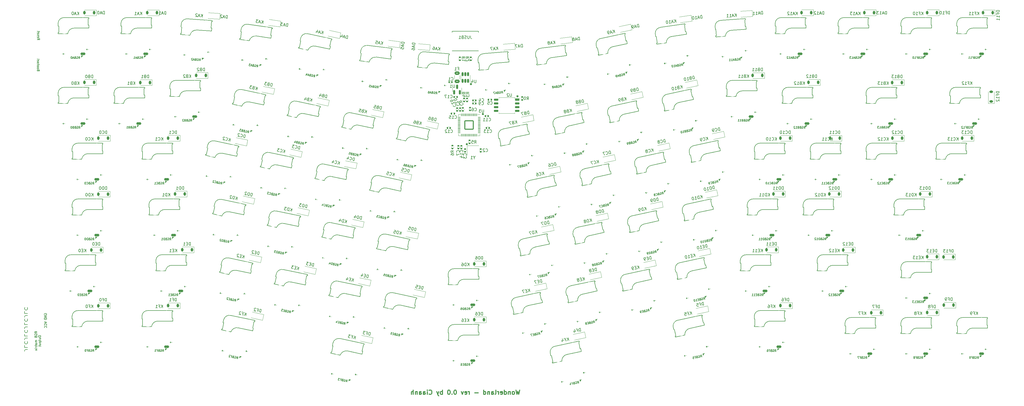
<source format=gbr>
%TF.GenerationSoftware,KiCad,Pcbnew,7.0.10*%
%TF.CreationDate,2024-01-28T19:05:54+01:00*%
%TF.ProjectId,Wonderland,576f6e64-6572-46c6-916e-642e6b696361,rev?*%
%TF.SameCoordinates,Original*%
%TF.FileFunction,Legend,Bot*%
%TF.FilePolarity,Positive*%
%FSLAX46Y46*%
G04 Gerber Fmt 4.6, Leading zero omitted, Abs format (unit mm)*
G04 Created by KiCad (PCBNEW 7.0.10) date 2024-01-28 19:05:54*
%MOMM*%
%LPD*%
G01*
G04 APERTURE LIST*
G04 Aperture macros list*
%AMRoundRect*
0 Rectangle with rounded corners*
0 $1 Rounding radius*
0 $2 $3 $4 $5 $6 $7 $8 $9 X,Y pos of 4 corners*
0 Add a 4 corners polygon primitive as box body*
4,1,4,$2,$3,$4,$5,$6,$7,$8,$9,$2,$3,0*
0 Add four circle primitives for the rounded corners*
1,1,$1+$1,$2,$3*
1,1,$1+$1,$4,$5*
1,1,$1+$1,$6,$7*
1,1,$1+$1,$8,$9*
0 Add four rect primitives between the rounded corners*
20,1,$1+$1,$2,$3,$4,$5,0*
20,1,$1+$1,$4,$5,$6,$7,0*
20,1,$1+$1,$6,$7,$8,$9,0*
20,1,$1+$1,$8,$9,$2,$3,0*%
%AMRotRect*
0 Rectangle, with rotation*
0 The origin of the aperture is its center*
0 $1 length*
0 $2 width*
0 $3 Rotation angle, in degrees counterclockwise*
0 Add horizontal line*
21,1,$1,$2,0,0,$3*%
G04 Aperture macros list end*
%ADD10C,0.375000*%
%ADD11C,0.150000*%
%ADD12C,0.300000*%
%ADD13C,0.120000*%
%ADD14C,0.100000*%
%ADD15C,0.200000*%
%ADD16C,1.700000*%
%ADD17C,3.000000*%
%ADD18C,4.100000*%
%ADD19RotRect,2.300000X2.000000X192.000000*%
%ADD20RoundRect,0.225000X0.142116X0.413585X-0.298050X0.320025X-0.142116X-0.413585X0.298050X-0.320025X0*%
%ADD21R,2.300000X2.000000*%
%ADD22R,1.700000X0.820000*%
%ADD23RoundRect,0.205000X-0.645000X-0.205000X0.645000X-0.205000X0.645000X0.205000X-0.645000X0.205000X0*%
%ADD24RotRect,1.700000X0.820000X12.000000*%
%ADD25RoundRect,0.205000X-0.588283X-0.334623X0.673527X-0.066417X0.588283X0.334623X-0.673527X0.066417X0*%
%ADD26RotRect,1.700000X0.820000X352.000000*%
%ADD27RoundRect,0.205000X-0.667253X-0.113238X0.610192X-0.292772X0.667253X0.113238X-0.610192X0.292772X0*%
%ADD28RotRect,1.700000X0.820000X8.000000*%
%ADD29RoundRect,0.205000X-0.610192X-0.292772X0.667253X-0.113238X0.610192X0.292772X-0.667253X0.113238X0*%
%ADD30RotRect,1.700000X0.820000X348.000000*%
%ADD31RoundRect,0.205000X-0.673527X-0.066417X0.588283X-0.334623X0.673527X0.066417X-0.588283X0.334623X0*%
%ADD32RotRect,1.700000X0.820000X353.000000*%
%ADD33RoundRect,0.205000X-0.665175X-0.124866X0.615209X-0.282078X0.665175X0.124866X-0.615209X0.282078X0*%
%ADD34RotRect,2.300000X2.000000X168.000000*%
%ADD35RotRect,1.700000X0.820000X4.000000*%
%ADD36RoundRect,0.205000X-0.629129X-0.249494X0.657729X-0.159508X0.629129X0.249494X-0.657729X0.159508X0*%
%ADD37RotRect,2.300000X2.000000X176.000000*%
%ADD38C,3.050000*%
%ADD39C,4.000000*%
%ADD40C,3.800000*%
%ADD41C,1.524000*%
%ADD42C,1.900000*%
%ADD43RotRect,2.300000X2.000000X184.000000*%
%ADD44RotRect,2.300000X2.000000X172.000000*%
%ADD45RotRect,2.300000X2.000000X188.000000*%
%ADD46RotRect,2.300000X2.000000X173.000000*%
%ADD47RotRect,2.300000X2.000000X187.000000*%
%ADD48RotRect,1.700000X0.820000X7.000000*%
%ADD49RoundRect,0.205000X-0.615209X-0.282078X0.665175X-0.124866X0.615209X0.282078X-0.665175X0.124866X0*%
%ADD50RotRect,2.300000X2.000000X175.000000*%
%ADD51RotRect,1.700000X0.820000X5.000000*%
%ADD52RoundRect,0.205000X-0.624679X-0.260435X0.660413X-0.148004X0.624679X0.260435X-0.660413X0.148004X0*%
%ADD53RotRect,2.300000X2.000000X185.000000*%
%ADD54RotRect,1.700000X0.820000X356.000000*%
%ADD55RoundRect,0.205000X-0.657729X-0.159508X0.629129X-0.249494X0.657729X0.159508X-0.629129X0.249494X0*%
%ADD56RotRect,1.700000X0.820000X355.000000*%
%ADD57RoundRect,0.205000X-0.660413X-0.148004X0.624679X-0.260435X0.660413X0.148004X-0.624679X0.260435X0*%
%ADD58R,1.700000X1.700000*%
%ADD59O,1.700000X1.700000*%
%ADD60RoundRect,0.225000X0.225000X0.375000X-0.225000X0.375000X-0.225000X-0.375000X0.225000X-0.375000X0*%
%ADD61RoundRect,0.225000X0.375000X-0.225000X0.375000X0.225000X-0.375000X0.225000X-0.375000X-0.225000X0*%
%ADD62RoundRect,0.225000X0.298050X0.320025X-0.142116X0.413585X-0.298050X-0.320025X0.142116X-0.413585X0*%
%ADD63RoundRect,0.150000X0.150000X-0.587500X0.150000X0.587500X-0.150000X0.587500X-0.150000X-0.587500X0*%
%ADD64RoundRect,0.140000X0.170000X-0.140000X0.170000X0.140000X-0.170000X0.140000X-0.170000X-0.140000X0*%
%ADD65RoundRect,0.140000X-0.140000X-0.170000X0.140000X-0.170000X0.140000X0.170000X-0.140000X0.170000X0*%
%ADD66RoundRect,0.135000X-0.185000X0.135000X-0.185000X-0.135000X0.185000X-0.135000X0.185000X0.135000X0*%
%ADD67RoundRect,0.250000X-0.625000X0.375000X-0.625000X-0.375000X0.625000X-0.375000X0.625000X0.375000X0*%
%ADD68RoundRect,0.135000X0.185000X-0.135000X0.185000X0.135000X-0.185000X0.135000X-0.185000X-0.135000X0*%
%ADD69RoundRect,0.225000X0.250611X0.358391X-0.198293X0.389782X-0.250611X-0.358391X0.198293X-0.389782X0*%
%ADD70RoundRect,0.140000X-0.170000X0.140000X-0.170000X-0.140000X0.170000X-0.140000X0.170000X0.140000X0*%
%ADD71RoundRect,0.150000X0.150000X-0.512500X0.150000X0.512500X-0.150000X0.512500X-0.150000X-0.512500X0*%
%ADD72RoundRect,0.140000X0.140000X0.170000X-0.140000X0.170000X-0.140000X-0.170000X0.140000X-0.170000X0*%
%ADD73RoundRect,0.225000X0.256827X0.353963X-0.191460X0.393183X-0.256827X-0.353963X0.191460X-0.393183X0*%
%ADD74RoundRect,0.225000X0.269024X0.344784X-0.177622X0.399625X-0.269024X-0.344784X0.177622X-0.399625X0*%
%ADD75RoundRect,0.225000X0.170620X0.402664X-0.275000X0.340037X-0.170620X-0.402664X0.275000X-0.340037X0*%
%ADD76RoundRect,0.050000X0.387500X0.050000X-0.387500X0.050000X-0.387500X-0.050000X0.387500X-0.050000X0*%
%ADD77RoundRect,0.050000X0.050000X0.387500X-0.050000X0.387500X-0.050000X-0.387500X0.050000X-0.387500X0*%
%ADD78RoundRect,0.144000X1.456000X1.456000X-1.456000X1.456000X-1.456000X-1.456000X1.456000X-1.456000X0*%
%ADD79RoundRect,0.225000X0.198293X0.389782X-0.250611X0.358391X-0.198293X-0.389782X0.250611X-0.358391X0*%
%ADD80R,1.400000X1.200000*%
%ADD81RoundRect,0.150000X0.650000X0.150000X-0.650000X0.150000X-0.650000X-0.150000X0.650000X-0.150000X0*%
%ADD82RoundRect,0.225000X0.275000X0.340037X-0.170620X0.402664X-0.275000X-0.340037X0.170620X-0.402664X0*%
%ADD83RoundRect,0.225000X0.191460X0.393183X-0.256827X0.353963X-0.191460X-0.393183X0.256827X-0.353963X0*%
%ADD84RoundRect,0.225000X0.177622X0.399625X-0.269024X0.344784X-0.177622X-0.399625X0.269024X-0.344784X0*%
%ADD85C,0.650000*%
%ADD86O,1.108000X2.216000*%
G04 APERTURE END LIST*
D10*
X296577500Y-147500000D02*
G75*
G03*
X296202500Y-147500000I-187500J0D01*
G01*
X296202500Y-147500000D02*
G75*
G03*
X296577500Y-147500000I187500J0D01*
G01*
X312447500Y-151640000D02*
G75*
G03*
X312072500Y-151640000I-187500J0D01*
G01*
X312072500Y-151640000D02*
G75*
G03*
X312447500Y-151640000I187500J0D01*
G01*
X300647500Y-157700000D02*
G75*
G03*
X300272500Y-157700000I-187500J0D01*
G01*
X300272500Y-157700000D02*
G75*
G03*
X300647500Y-157700000I187500J0D01*
G01*
X295177500Y-168000000D02*
G75*
G03*
X294802500Y-168000000I-187500J0D01*
G01*
X294802500Y-168000000D02*
G75*
G03*
X295177500Y-168000000I187500J0D01*
G01*
D11*
X150933578Y-228568133D02*
X151733578Y-228834800D01*
X151733578Y-228834800D02*
X150933578Y-229101466D01*
X151657387Y-229825276D02*
X151695483Y-229787180D01*
X151695483Y-229787180D02*
X151733578Y-229672895D01*
X151733578Y-229672895D02*
X151733578Y-229596704D01*
X151733578Y-229596704D02*
X151695483Y-229482418D01*
X151695483Y-229482418D02*
X151619292Y-229406228D01*
X151619292Y-229406228D02*
X151543102Y-229368133D01*
X151543102Y-229368133D02*
X151390721Y-229330037D01*
X151390721Y-229330037D02*
X151276435Y-229330037D01*
X151276435Y-229330037D02*
X151124054Y-229368133D01*
X151124054Y-229368133D02*
X151047863Y-229406228D01*
X151047863Y-229406228D02*
X150971673Y-229482418D01*
X150971673Y-229482418D02*
X150933578Y-229596704D01*
X150933578Y-229596704D02*
X150933578Y-229672895D01*
X150933578Y-229672895D02*
X150971673Y-229787180D01*
X150971673Y-229787180D02*
X151009768Y-229825276D01*
X151657387Y-230625276D02*
X151695483Y-230587180D01*
X151695483Y-230587180D02*
X151733578Y-230472895D01*
X151733578Y-230472895D02*
X151733578Y-230396704D01*
X151733578Y-230396704D02*
X151695483Y-230282418D01*
X151695483Y-230282418D02*
X151619292Y-230206228D01*
X151619292Y-230206228D02*
X151543102Y-230168133D01*
X151543102Y-230168133D02*
X151390721Y-230130037D01*
X151390721Y-230130037D02*
X151276435Y-230130037D01*
X151276435Y-230130037D02*
X151124054Y-230168133D01*
X151124054Y-230168133D02*
X151047863Y-230206228D01*
X151047863Y-230206228D02*
X150971673Y-230282418D01*
X150971673Y-230282418D02*
X150933578Y-230396704D01*
X150933578Y-230396704D02*
X150933578Y-230472895D01*
X150933578Y-230472895D02*
X150971673Y-230587180D01*
X150971673Y-230587180D02*
X151009768Y-230625276D01*
X145201465Y-238073374D02*
X144487180Y-238073374D01*
X144487180Y-238073374D02*
X144344323Y-238144803D01*
X144344323Y-238144803D02*
X144249085Y-238287660D01*
X144249085Y-238287660D02*
X144201465Y-238501946D01*
X144201465Y-238501946D02*
X144201465Y-238644803D01*
X144201465Y-236644803D02*
X144201465Y-237359089D01*
X144201465Y-237359089D02*
X145201465Y-237359089D01*
X144296704Y-235287660D02*
X144249085Y-235359088D01*
X144249085Y-235359088D02*
X144201465Y-235573374D01*
X144201465Y-235573374D02*
X144201465Y-235716231D01*
X144201465Y-235716231D02*
X144249085Y-235930517D01*
X144249085Y-235930517D02*
X144344323Y-236073374D01*
X144344323Y-236073374D02*
X144439561Y-236144803D01*
X144439561Y-236144803D02*
X144630037Y-236216231D01*
X144630037Y-236216231D02*
X144772894Y-236216231D01*
X144772894Y-236216231D02*
X144963370Y-236144803D01*
X144963370Y-236144803D02*
X145058608Y-236073374D01*
X145058608Y-236073374D02*
X145153846Y-235930517D01*
X145153846Y-235930517D02*
X145201465Y-235716231D01*
X145201465Y-235716231D02*
X145201465Y-235573374D01*
X145201465Y-235573374D02*
X145153846Y-235359088D01*
X145153846Y-235359088D02*
X145106227Y-235287660D01*
X145201465Y-234216231D02*
X144487180Y-234216231D01*
X144487180Y-234216231D02*
X144344323Y-234287660D01*
X144344323Y-234287660D02*
X144249085Y-234430517D01*
X144249085Y-234430517D02*
X144201465Y-234644803D01*
X144201465Y-234644803D02*
X144201465Y-234787660D01*
X144201465Y-232787660D02*
X144201465Y-233501946D01*
X144201465Y-233501946D02*
X145201465Y-233501946D01*
X144296704Y-231430517D02*
X144249085Y-231501945D01*
X144249085Y-231501945D02*
X144201465Y-231716231D01*
X144201465Y-231716231D02*
X144201465Y-231859088D01*
X144201465Y-231859088D02*
X144249085Y-232073374D01*
X144249085Y-232073374D02*
X144344323Y-232216231D01*
X144344323Y-232216231D02*
X144439561Y-232287660D01*
X144439561Y-232287660D02*
X144630037Y-232359088D01*
X144630037Y-232359088D02*
X144772894Y-232359088D01*
X144772894Y-232359088D02*
X144963370Y-232287660D01*
X144963370Y-232287660D02*
X145058608Y-232216231D01*
X145058608Y-232216231D02*
X145153846Y-232073374D01*
X145153846Y-232073374D02*
X145201465Y-231859088D01*
X145201465Y-231859088D02*
X145201465Y-231716231D01*
X145201465Y-231716231D02*
X145153846Y-231501945D01*
X145153846Y-231501945D02*
X145106227Y-231430517D01*
X145201465Y-230359088D02*
X144487180Y-230359088D01*
X144487180Y-230359088D02*
X144344323Y-230430517D01*
X144344323Y-230430517D02*
X144249085Y-230573374D01*
X144249085Y-230573374D02*
X144201465Y-230787660D01*
X144201465Y-230787660D02*
X144201465Y-230930517D01*
X144201465Y-228930517D02*
X144201465Y-229644803D01*
X144201465Y-229644803D02*
X145201465Y-229644803D01*
X144296704Y-227573374D02*
X144249085Y-227644802D01*
X144249085Y-227644802D02*
X144201465Y-227859088D01*
X144201465Y-227859088D02*
X144201465Y-228001945D01*
X144201465Y-228001945D02*
X144249085Y-228216231D01*
X144249085Y-228216231D02*
X144344323Y-228359088D01*
X144344323Y-228359088D02*
X144439561Y-228430517D01*
X144439561Y-228430517D02*
X144630037Y-228501945D01*
X144630037Y-228501945D02*
X144772894Y-228501945D01*
X144772894Y-228501945D02*
X144963370Y-228430517D01*
X144963370Y-228430517D02*
X145058608Y-228359088D01*
X145058608Y-228359088D02*
X145153846Y-228216231D01*
X145153846Y-228216231D02*
X145201465Y-228001945D01*
X145201465Y-228001945D02*
X145201465Y-227859088D01*
X145201465Y-227859088D02*
X145153846Y-227644802D01*
X145153846Y-227644802D02*
X145106227Y-227573374D01*
X145201465Y-226501945D02*
X144487180Y-226501945D01*
X144487180Y-226501945D02*
X144344323Y-226573374D01*
X144344323Y-226573374D02*
X144249085Y-226716231D01*
X144249085Y-226716231D02*
X144201465Y-226930517D01*
X144201465Y-226930517D02*
X144201465Y-227073374D01*
X144201465Y-225073374D02*
X144201465Y-225787660D01*
X144201465Y-225787660D02*
X145201465Y-225787660D01*
X144296704Y-223716231D02*
X144249085Y-223787659D01*
X144249085Y-223787659D02*
X144201465Y-224001945D01*
X144201465Y-224001945D02*
X144201465Y-224144802D01*
X144201465Y-224144802D02*
X144249085Y-224359088D01*
X144249085Y-224359088D02*
X144344323Y-224501945D01*
X144344323Y-224501945D02*
X144439561Y-224573374D01*
X144439561Y-224573374D02*
X144630037Y-224644802D01*
X144630037Y-224644802D02*
X144772894Y-224644802D01*
X144772894Y-224644802D02*
X144963370Y-224573374D01*
X144963370Y-224573374D02*
X145058608Y-224501945D01*
X145058608Y-224501945D02*
X145153846Y-224359088D01*
X145153846Y-224359088D02*
X145201465Y-224144802D01*
X145201465Y-224144802D02*
X145201465Y-224001945D01*
X145201465Y-224001945D02*
X145153846Y-223787659D01*
X145153846Y-223787659D02*
X145106227Y-223716231D01*
D12*
X313011998Y-251928328D02*
X312654855Y-253428328D01*
X312654855Y-253428328D02*
X312369141Y-252356900D01*
X312369141Y-252356900D02*
X312083426Y-253428328D01*
X312083426Y-253428328D02*
X311726284Y-251928328D01*
X310940569Y-253428328D02*
X311083426Y-253356900D01*
X311083426Y-253356900D02*
X311154855Y-253285471D01*
X311154855Y-253285471D02*
X311226283Y-253142614D01*
X311226283Y-253142614D02*
X311226283Y-252714042D01*
X311226283Y-252714042D02*
X311154855Y-252571185D01*
X311154855Y-252571185D02*
X311083426Y-252499757D01*
X311083426Y-252499757D02*
X310940569Y-252428328D01*
X310940569Y-252428328D02*
X310726283Y-252428328D01*
X310726283Y-252428328D02*
X310583426Y-252499757D01*
X310583426Y-252499757D02*
X310511998Y-252571185D01*
X310511998Y-252571185D02*
X310440569Y-252714042D01*
X310440569Y-252714042D02*
X310440569Y-253142614D01*
X310440569Y-253142614D02*
X310511998Y-253285471D01*
X310511998Y-253285471D02*
X310583426Y-253356900D01*
X310583426Y-253356900D02*
X310726283Y-253428328D01*
X310726283Y-253428328D02*
X310940569Y-253428328D01*
X309797712Y-252428328D02*
X309797712Y-253428328D01*
X309797712Y-252571185D02*
X309726283Y-252499757D01*
X309726283Y-252499757D02*
X309583426Y-252428328D01*
X309583426Y-252428328D02*
X309369140Y-252428328D01*
X309369140Y-252428328D02*
X309226283Y-252499757D01*
X309226283Y-252499757D02*
X309154855Y-252642614D01*
X309154855Y-252642614D02*
X309154855Y-253428328D01*
X307797712Y-253428328D02*
X307797712Y-251928328D01*
X307797712Y-253356900D02*
X307940569Y-253428328D01*
X307940569Y-253428328D02*
X308226283Y-253428328D01*
X308226283Y-253428328D02*
X308369140Y-253356900D01*
X308369140Y-253356900D02*
X308440569Y-253285471D01*
X308440569Y-253285471D02*
X308511997Y-253142614D01*
X308511997Y-253142614D02*
X308511997Y-252714042D01*
X308511997Y-252714042D02*
X308440569Y-252571185D01*
X308440569Y-252571185D02*
X308369140Y-252499757D01*
X308369140Y-252499757D02*
X308226283Y-252428328D01*
X308226283Y-252428328D02*
X307940569Y-252428328D01*
X307940569Y-252428328D02*
X307797712Y-252499757D01*
X306511997Y-253356900D02*
X306654854Y-253428328D01*
X306654854Y-253428328D02*
X306940569Y-253428328D01*
X306940569Y-253428328D02*
X307083426Y-253356900D01*
X307083426Y-253356900D02*
X307154854Y-253214042D01*
X307154854Y-253214042D02*
X307154854Y-252642614D01*
X307154854Y-252642614D02*
X307083426Y-252499757D01*
X307083426Y-252499757D02*
X306940569Y-252428328D01*
X306940569Y-252428328D02*
X306654854Y-252428328D01*
X306654854Y-252428328D02*
X306511997Y-252499757D01*
X306511997Y-252499757D02*
X306440569Y-252642614D01*
X306440569Y-252642614D02*
X306440569Y-252785471D01*
X306440569Y-252785471D02*
X307154854Y-252928328D01*
X305797712Y-253428328D02*
X305797712Y-252428328D01*
X305797712Y-252714042D02*
X305726283Y-252571185D01*
X305726283Y-252571185D02*
X305654855Y-252499757D01*
X305654855Y-252499757D02*
X305511997Y-252428328D01*
X305511997Y-252428328D02*
X305369140Y-252428328D01*
X304654855Y-253428328D02*
X304797712Y-253356900D01*
X304797712Y-253356900D02*
X304869141Y-253214042D01*
X304869141Y-253214042D02*
X304869141Y-251928328D01*
X303440570Y-253428328D02*
X303440570Y-252642614D01*
X303440570Y-252642614D02*
X303511998Y-252499757D01*
X303511998Y-252499757D02*
X303654855Y-252428328D01*
X303654855Y-252428328D02*
X303940570Y-252428328D01*
X303940570Y-252428328D02*
X304083427Y-252499757D01*
X303440570Y-253356900D02*
X303583427Y-253428328D01*
X303583427Y-253428328D02*
X303940570Y-253428328D01*
X303940570Y-253428328D02*
X304083427Y-253356900D01*
X304083427Y-253356900D02*
X304154855Y-253214042D01*
X304154855Y-253214042D02*
X304154855Y-253071185D01*
X304154855Y-253071185D02*
X304083427Y-252928328D01*
X304083427Y-252928328D02*
X303940570Y-252856900D01*
X303940570Y-252856900D02*
X303583427Y-252856900D01*
X303583427Y-252856900D02*
X303440570Y-252785471D01*
X302726284Y-252428328D02*
X302726284Y-253428328D01*
X302726284Y-252571185D02*
X302654855Y-252499757D01*
X302654855Y-252499757D02*
X302511998Y-252428328D01*
X302511998Y-252428328D02*
X302297712Y-252428328D01*
X302297712Y-252428328D02*
X302154855Y-252499757D01*
X302154855Y-252499757D02*
X302083427Y-252642614D01*
X302083427Y-252642614D02*
X302083427Y-253428328D01*
X300726284Y-253428328D02*
X300726284Y-251928328D01*
X300726284Y-253356900D02*
X300869141Y-253428328D01*
X300869141Y-253428328D02*
X301154855Y-253428328D01*
X301154855Y-253428328D02*
X301297712Y-253356900D01*
X301297712Y-253356900D02*
X301369141Y-253285471D01*
X301369141Y-253285471D02*
X301440569Y-253142614D01*
X301440569Y-253142614D02*
X301440569Y-252714042D01*
X301440569Y-252714042D02*
X301369141Y-252571185D01*
X301369141Y-252571185D02*
X301297712Y-252499757D01*
X301297712Y-252499757D02*
X301154855Y-252428328D01*
X301154855Y-252428328D02*
X300869141Y-252428328D01*
X300869141Y-252428328D02*
X300726284Y-252499757D01*
X298869141Y-252856900D02*
X297726284Y-252856900D01*
X295869141Y-253428328D02*
X295869141Y-252428328D01*
X295869141Y-252714042D02*
X295797712Y-252571185D01*
X295797712Y-252571185D02*
X295726284Y-252499757D01*
X295726284Y-252499757D02*
X295583426Y-252428328D01*
X295583426Y-252428328D02*
X295440569Y-252428328D01*
X294369141Y-253356900D02*
X294511998Y-253428328D01*
X294511998Y-253428328D02*
X294797713Y-253428328D01*
X294797713Y-253428328D02*
X294940570Y-253356900D01*
X294940570Y-253356900D02*
X295011998Y-253214042D01*
X295011998Y-253214042D02*
X295011998Y-252642614D01*
X295011998Y-252642614D02*
X294940570Y-252499757D01*
X294940570Y-252499757D02*
X294797713Y-252428328D01*
X294797713Y-252428328D02*
X294511998Y-252428328D01*
X294511998Y-252428328D02*
X294369141Y-252499757D01*
X294369141Y-252499757D02*
X294297713Y-252642614D01*
X294297713Y-252642614D02*
X294297713Y-252785471D01*
X294297713Y-252785471D02*
X295011998Y-252928328D01*
X293797713Y-252428328D02*
X293440570Y-253428328D01*
X293440570Y-253428328D02*
X293083427Y-252428328D01*
X291083427Y-251928328D02*
X290940570Y-251928328D01*
X290940570Y-251928328D02*
X290797713Y-251999757D01*
X290797713Y-251999757D02*
X290726285Y-252071185D01*
X290726285Y-252071185D02*
X290654856Y-252214042D01*
X290654856Y-252214042D02*
X290583427Y-252499757D01*
X290583427Y-252499757D02*
X290583427Y-252856900D01*
X290583427Y-252856900D02*
X290654856Y-253142614D01*
X290654856Y-253142614D02*
X290726285Y-253285471D01*
X290726285Y-253285471D02*
X290797713Y-253356900D01*
X290797713Y-253356900D02*
X290940570Y-253428328D01*
X290940570Y-253428328D02*
X291083427Y-253428328D01*
X291083427Y-253428328D02*
X291226285Y-253356900D01*
X291226285Y-253356900D02*
X291297713Y-253285471D01*
X291297713Y-253285471D02*
X291369142Y-253142614D01*
X291369142Y-253142614D02*
X291440570Y-252856900D01*
X291440570Y-252856900D02*
X291440570Y-252499757D01*
X291440570Y-252499757D02*
X291369142Y-252214042D01*
X291369142Y-252214042D02*
X291297713Y-252071185D01*
X291297713Y-252071185D02*
X291226285Y-251999757D01*
X291226285Y-251999757D02*
X291083427Y-251928328D01*
X289940571Y-253285471D02*
X289869142Y-253356900D01*
X289869142Y-253356900D02*
X289940571Y-253428328D01*
X289940571Y-253428328D02*
X290011999Y-253356900D01*
X290011999Y-253356900D02*
X289940571Y-253285471D01*
X289940571Y-253285471D02*
X289940571Y-253428328D01*
X288940570Y-251928328D02*
X288797713Y-251928328D01*
X288797713Y-251928328D02*
X288654856Y-251999757D01*
X288654856Y-251999757D02*
X288583428Y-252071185D01*
X288583428Y-252071185D02*
X288511999Y-252214042D01*
X288511999Y-252214042D02*
X288440570Y-252499757D01*
X288440570Y-252499757D02*
X288440570Y-252856900D01*
X288440570Y-252856900D02*
X288511999Y-253142614D01*
X288511999Y-253142614D02*
X288583428Y-253285471D01*
X288583428Y-253285471D02*
X288654856Y-253356900D01*
X288654856Y-253356900D02*
X288797713Y-253428328D01*
X288797713Y-253428328D02*
X288940570Y-253428328D01*
X288940570Y-253428328D02*
X289083428Y-253356900D01*
X289083428Y-253356900D02*
X289154856Y-253285471D01*
X289154856Y-253285471D02*
X289226285Y-253142614D01*
X289226285Y-253142614D02*
X289297713Y-252856900D01*
X289297713Y-252856900D02*
X289297713Y-252499757D01*
X289297713Y-252499757D02*
X289226285Y-252214042D01*
X289226285Y-252214042D02*
X289154856Y-252071185D01*
X289154856Y-252071185D02*
X289083428Y-251999757D01*
X289083428Y-251999757D02*
X288940570Y-251928328D01*
X286654857Y-253428328D02*
X286654857Y-251928328D01*
X286654857Y-252499757D02*
X286512000Y-252428328D01*
X286512000Y-252428328D02*
X286226285Y-252428328D01*
X286226285Y-252428328D02*
X286083428Y-252499757D01*
X286083428Y-252499757D02*
X286012000Y-252571185D01*
X286012000Y-252571185D02*
X285940571Y-252714042D01*
X285940571Y-252714042D02*
X285940571Y-253142614D01*
X285940571Y-253142614D02*
X286012000Y-253285471D01*
X286012000Y-253285471D02*
X286083428Y-253356900D01*
X286083428Y-253356900D02*
X286226285Y-253428328D01*
X286226285Y-253428328D02*
X286512000Y-253428328D01*
X286512000Y-253428328D02*
X286654857Y-253356900D01*
X285440571Y-252428328D02*
X285083428Y-253428328D01*
X284726285Y-252428328D02*
X285083428Y-253428328D01*
X285083428Y-253428328D02*
X285226285Y-253785471D01*
X285226285Y-253785471D02*
X285297714Y-253856900D01*
X285297714Y-253856900D02*
X285440571Y-253928328D01*
X282154857Y-253285471D02*
X282226285Y-253356900D01*
X282226285Y-253356900D02*
X282440571Y-253428328D01*
X282440571Y-253428328D02*
X282583428Y-253428328D01*
X282583428Y-253428328D02*
X282797714Y-253356900D01*
X282797714Y-253356900D02*
X282940571Y-253214042D01*
X282940571Y-253214042D02*
X283012000Y-253071185D01*
X283012000Y-253071185D02*
X283083428Y-252785471D01*
X283083428Y-252785471D02*
X283083428Y-252571185D01*
X283083428Y-252571185D02*
X283012000Y-252285471D01*
X283012000Y-252285471D02*
X282940571Y-252142614D01*
X282940571Y-252142614D02*
X282797714Y-251999757D01*
X282797714Y-251999757D02*
X282583428Y-251928328D01*
X282583428Y-251928328D02*
X282440571Y-251928328D01*
X282440571Y-251928328D02*
X282226285Y-251999757D01*
X282226285Y-251999757D02*
X282154857Y-252071185D01*
X281512000Y-253428328D02*
X281512000Y-252428328D01*
X281512000Y-251928328D02*
X281583428Y-251999757D01*
X281583428Y-251999757D02*
X281512000Y-252071185D01*
X281512000Y-252071185D02*
X281440571Y-251999757D01*
X281440571Y-251999757D02*
X281512000Y-251928328D01*
X281512000Y-251928328D02*
X281512000Y-252071185D01*
X280154857Y-253428328D02*
X280154857Y-252642614D01*
X280154857Y-252642614D02*
X280226285Y-252499757D01*
X280226285Y-252499757D02*
X280369142Y-252428328D01*
X280369142Y-252428328D02*
X280654857Y-252428328D01*
X280654857Y-252428328D02*
X280797714Y-252499757D01*
X280154857Y-253356900D02*
X280297714Y-253428328D01*
X280297714Y-253428328D02*
X280654857Y-253428328D01*
X280654857Y-253428328D02*
X280797714Y-253356900D01*
X280797714Y-253356900D02*
X280869142Y-253214042D01*
X280869142Y-253214042D02*
X280869142Y-253071185D01*
X280869142Y-253071185D02*
X280797714Y-252928328D01*
X280797714Y-252928328D02*
X280654857Y-252856900D01*
X280654857Y-252856900D02*
X280297714Y-252856900D01*
X280297714Y-252856900D02*
X280154857Y-252785471D01*
X278797714Y-253428328D02*
X278797714Y-252642614D01*
X278797714Y-252642614D02*
X278869142Y-252499757D01*
X278869142Y-252499757D02*
X279011999Y-252428328D01*
X279011999Y-252428328D02*
X279297714Y-252428328D01*
X279297714Y-252428328D02*
X279440571Y-252499757D01*
X278797714Y-253356900D02*
X278940571Y-253428328D01*
X278940571Y-253428328D02*
X279297714Y-253428328D01*
X279297714Y-253428328D02*
X279440571Y-253356900D01*
X279440571Y-253356900D02*
X279511999Y-253214042D01*
X279511999Y-253214042D02*
X279511999Y-253071185D01*
X279511999Y-253071185D02*
X279440571Y-252928328D01*
X279440571Y-252928328D02*
X279297714Y-252856900D01*
X279297714Y-252856900D02*
X278940571Y-252856900D01*
X278940571Y-252856900D02*
X278797714Y-252785471D01*
X278083428Y-252428328D02*
X278083428Y-253428328D01*
X278083428Y-252571185D02*
X278011999Y-252499757D01*
X278011999Y-252499757D02*
X277869142Y-252428328D01*
X277869142Y-252428328D02*
X277654856Y-252428328D01*
X277654856Y-252428328D02*
X277511999Y-252499757D01*
X277511999Y-252499757D02*
X277440571Y-252642614D01*
X277440571Y-252642614D02*
X277440571Y-253428328D01*
X276726285Y-253428328D02*
X276726285Y-251928328D01*
X276083428Y-253428328D02*
X276083428Y-252642614D01*
X276083428Y-252642614D02*
X276154856Y-252499757D01*
X276154856Y-252499757D02*
X276297713Y-252428328D01*
X276297713Y-252428328D02*
X276511999Y-252428328D01*
X276511999Y-252428328D02*
X276654856Y-252499757D01*
X276654856Y-252499757D02*
X276726285Y-252571185D01*
D11*
X148896752Y-142761431D02*
X148858657Y-142647145D01*
X148858657Y-142647145D02*
X148820561Y-142609050D01*
X148820561Y-142609050D02*
X148744371Y-142570954D01*
X148744371Y-142570954D02*
X148630085Y-142570954D01*
X148630085Y-142570954D02*
X148553895Y-142609050D01*
X148553895Y-142609050D02*
X148515800Y-142647145D01*
X148515800Y-142647145D02*
X148477704Y-142723335D01*
X148477704Y-142723335D02*
X148477704Y-143028097D01*
X148477704Y-143028097D02*
X149277704Y-143028097D01*
X149277704Y-143028097D02*
X149277704Y-142761431D01*
X149277704Y-142761431D02*
X149239609Y-142685240D01*
X149239609Y-142685240D02*
X149201514Y-142647145D01*
X149201514Y-142647145D02*
X149125323Y-142609050D01*
X149125323Y-142609050D02*
X149049133Y-142609050D01*
X149049133Y-142609050D02*
X148972942Y-142647145D01*
X148972942Y-142647145D02*
X148934847Y-142685240D01*
X148934847Y-142685240D02*
X148896752Y-142761431D01*
X148896752Y-142761431D02*
X148896752Y-143028097D01*
X148477704Y-142113812D02*
X148515800Y-142190002D01*
X148515800Y-142190002D02*
X148553895Y-142228097D01*
X148553895Y-142228097D02*
X148630085Y-142266193D01*
X148630085Y-142266193D02*
X148858657Y-142266193D01*
X148858657Y-142266193D02*
X148934847Y-142228097D01*
X148934847Y-142228097D02*
X148972942Y-142190002D01*
X148972942Y-142190002D02*
X149011038Y-142113812D01*
X149011038Y-142113812D02*
X149011038Y-141999526D01*
X149011038Y-141999526D02*
X148972942Y-141923335D01*
X148972942Y-141923335D02*
X148934847Y-141885240D01*
X148934847Y-141885240D02*
X148858657Y-141847145D01*
X148858657Y-141847145D02*
X148630085Y-141847145D01*
X148630085Y-141847145D02*
X148553895Y-141885240D01*
X148553895Y-141885240D02*
X148515800Y-141923335D01*
X148515800Y-141923335D02*
X148477704Y-141999526D01*
X148477704Y-141999526D02*
X148477704Y-142113812D01*
X148477704Y-141390002D02*
X148515800Y-141466192D01*
X148515800Y-141466192D02*
X148553895Y-141504287D01*
X148553895Y-141504287D02*
X148630085Y-141542383D01*
X148630085Y-141542383D02*
X148858657Y-141542383D01*
X148858657Y-141542383D02*
X148934847Y-141504287D01*
X148934847Y-141504287D02*
X148972942Y-141466192D01*
X148972942Y-141466192D02*
X149011038Y-141390002D01*
X149011038Y-141390002D02*
X149011038Y-141275716D01*
X149011038Y-141275716D02*
X148972942Y-141199525D01*
X148972942Y-141199525D02*
X148934847Y-141161430D01*
X148934847Y-141161430D02*
X148858657Y-141123335D01*
X148858657Y-141123335D02*
X148630085Y-141123335D01*
X148630085Y-141123335D02*
X148553895Y-141161430D01*
X148553895Y-141161430D02*
X148515800Y-141199525D01*
X148515800Y-141199525D02*
X148477704Y-141275716D01*
X148477704Y-141275716D02*
X148477704Y-141390002D01*
X149011038Y-140894763D02*
X149011038Y-140590001D01*
X149277704Y-140780477D02*
X148591990Y-140780477D01*
X148591990Y-140780477D02*
X148515800Y-140742382D01*
X148515800Y-140742382D02*
X148477704Y-140666192D01*
X148477704Y-140666192D02*
X148477704Y-140590001D01*
X148515800Y-140361430D02*
X148477704Y-140285239D01*
X148477704Y-140285239D02*
X148477704Y-140132858D01*
X148477704Y-140132858D02*
X148515800Y-140056668D01*
X148515800Y-140056668D02*
X148591990Y-140018572D01*
X148591990Y-140018572D02*
X148630085Y-140018572D01*
X148630085Y-140018572D02*
X148706276Y-140056668D01*
X148706276Y-140056668D02*
X148744371Y-140132858D01*
X148744371Y-140132858D02*
X148744371Y-140247144D01*
X148744371Y-140247144D02*
X148782466Y-140323334D01*
X148782466Y-140323334D02*
X148858657Y-140361430D01*
X148858657Y-140361430D02*
X148896752Y-140361430D01*
X148896752Y-140361430D02*
X148972942Y-140323334D01*
X148972942Y-140323334D02*
X149011038Y-140247144D01*
X149011038Y-140247144D02*
X149011038Y-140132858D01*
X149011038Y-140132858D02*
X148972942Y-140056668D01*
X148515800Y-139370953D02*
X148477704Y-139447144D01*
X148477704Y-139447144D02*
X148477704Y-139599525D01*
X148477704Y-139599525D02*
X148515800Y-139675715D01*
X148515800Y-139675715D02*
X148591990Y-139713811D01*
X148591990Y-139713811D02*
X148896752Y-139713811D01*
X148896752Y-139713811D02*
X148972942Y-139675715D01*
X148972942Y-139675715D02*
X149011038Y-139599525D01*
X149011038Y-139599525D02*
X149011038Y-139447144D01*
X149011038Y-139447144D02*
X148972942Y-139370953D01*
X148972942Y-139370953D02*
X148896752Y-139332858D01*
X148896752Y-139332858D02*
X148820561Y-139332858D01*
X148820561Y-139332858D02*
X148744371Y-139713811D01*
X148477704Y-138875716D02*
X148515800Y-138951906D01*
X148515800Y-138951906D02*
X148591990Y-138990001D01*
X148591990Y-138990001D02*
X149277704Y-138990001D01*
X150951671Y-226215278D02*
X150913576Y-226139088D01*
X150913576Y-226139088D02*
X150913576Y-226024802D01*
X150913576Y-226024802D02*
X150951671Y-225910516D01*
X150951671Y-225910516D02*
X151027861Y-225834326D01*
X151027861Y-225834326D02*
X151104052Y-225796231D01*
X151104052Y-225796231D02*
X151256433Y-225758135D01*
X151256433Y-225758135D02*
X151370719Y-225758135D01*
X151370719Y-225758135D02*
X151523100Y-225796231D01*
X151523100Y-225796231D02*
X151599290Y-225834326D01*
X151599290Y-225834326D02*
X151675481Y-225910516D01*
X151675481Y-225910516D02*
X151713576Y-226024802D01*
X151713576Y-226024802D02*
X151713576Y-226100993D01*
X151713576Y-226100993D02*
X151675481Y-226215278D01*
X151675481Y-226215278D02*
X151637385Y-226253374D01*
X151637385Y-226253374D02*
X151370719Y-226253374D01*
X151370719Y-226253374D02*
X151370719Y-226100993D01*
X151713576Y-226596231D02*
X150913576Y-226596231D01*
X150913576Y-226596231D02*
X151713576Y-227053374D01*
X151713576Y-227053374D02*
X150913576Y-227053374D01*
X151713576Y-227434326D02*
X150913576Y-227434326D01*
X150913576Y-227434326D02*
X150913576Y-227624802D01*
X150913576Y-227624802D02*
X150951671Y-227739088D01*
X150951671Y-227739088D02*
X151027861Y-227815278D01*
X151027861Y-227815278D02*
X151104052Y-227853373D01*
X151104052Y-227853373D02*
X151256433Y-227891469D01*
X151256433Y-227891469D02*
X151370719Y-227891469D01*
X151370719Y-227891469D02*
X151523100Y-227853373D01*
X151523100Y-227853373D02*
X151599290Y-227815278D01*
X151599290Y-227815278D02*
X151675481Y-227739088D01*
X151675481Y-227739088D02*
X151713576Y-227624802D01*
X151713576Y-227624802D02*
X151713576Y-227434326D01*
X148547704Y-131890475D02*
X148928657Y-132157142D01*
X148547704Y-132347618D02*
X149347704Y-132347618D01*
X149347704Y-132347618D02*
X149347704Y-132042856D01*
X149347704Y-132042856D02*
X149309609Y-131966666D01*
X149309609Y-131966666D02*
X149271514Y-131928571D01*
X149271514Y-131928571D02*
X149195323Y-131890475D01*
X149195323Y-131890475D02*
X149081038Y-131890475D01*
X149081038Y-131890475D02*
X149004847Y-131928571D01*
X149004847Y-131928571D02*
X148966752Y-131966666D01*
X148966752Y-131966666D02*
X148928657Y-132042856D01*
X148928657Y-132042856D02*
X148928657Y-132347618D01*
X148585800Y-131242856D02*
X148547704Y-131319047D01*
X148547704Y-131319047D02*
X148547704Y-131471428D01*
X148547704Y-131471428D02*
X148585800Y-131547618D01*
X148585800Y-131547618D02*
X148661990Y-131585714D01*
X148661990Y-131585714D02*
X148966752Y-131585714D01*
X148966752Y-131585714D02*
X149042942Y-131547618D01*
X149042942Y-131547618D02*
X149081038Y-131471428D01*
X149081038Y-131471428D02*
X149081038Y-131319047D01*
X149081038Y-131319047D02*
X149042942Y-131242856D01*
X149042942Y-131242856D02*
X148966752Y-131204761D01*
X148966752Y-131204761D02*
X148890561Y-131204761D01*
X148890561Y-131204761D02*
X148814371Y-131585714D01*
X148585800Y-130900000D02*
X148547704Y-130823809D01*
X148547704Y-130823809D02*
X148547704Y-130671428D01*
X148547704Y-130671428D02*
X148585800Y-130595238D01*
X148585800Y-130595238D02*
X148661990Y-130557142D01*
X148661990Y-130557142D02*
X148700085Y-130557142D01*
X148700085Y-130557142D02*
X148776276Y-130595238D01*
X148776276Y-130595238D02*
X148814371Y-130671428D01*
X148814371Y-130671428D02*
X148814371Y-130785714D01*
X148814371Y-130785714D02*
X148852466Y-130861904D01*
X148852466Y-130861904D02*
X148928657Y-130900000D01*
X148928657Y-130900000D02*
X148966752Y-130900000D01*
X148966752Y-130900000D02*
X149042942Y-130861904D01*
X149042942Y-130861904D02*
X149081038Y-130785714D01*
X149081038Y-130785714D02*
X149081038Y-130671428D01*
X149081038Y-130671428D02*
X149042942Y-130595238D01*
X148585800Y-129909523D02*
X148547704Y-129985714D01*
X148547704Y-129985714D02*
X148547704Y-130138095D01*
X148547704Y-130138095D02*
X148585800Y-130214285D01*
X148585800Y-130214285D02*
X148661990Y-130252381D01*
X148661990Y-130252381D02*
X148966752Y-130252381D01*
X148966752Y-130252381D02*
X149042942Y-130214285D01*
X149042942Y-130214285D02*
X149081038Y-130138095D01*
X149081038Y-130138095D02*
X149081038Y-129985714D01*
X149081038Y-129985714D02*
X149042942Y-129909523D01*
X149042942Y-129909523D02*
X148966752Y-129871428D01*
X148966752Y-129871428D02*
X148890561Y-129871428D01*
X148890561Y-129871428D02*
X148814371Y-130252381D01*
X149081038Y-129642857D02*
X149081038Y-129338095D01*
X149347704Y-129528571D02*
X148661990Y-129528571D01*
X148661990Y-129528571D02*
X148585800Y-129490476D01*
X148585800Y-129490476D02*
X148547704Y-129414286D01*
X148547704Y-129414286D02*
X148547704Y-129338095D01*
X148429581Y-232401945D02*
X148048628Y-232135278D01*
X148429581Y-231944802D02*
X147629581Y-231944802D01*
X147629581Y-231944802D02*
X147629581Y-232249564D01*
X147629581Y-232249564D02*
X147667676Y-232325754D01*
X147667676Y-232325754D02*
X147705771Y-232363849D01*
X147705771Y-232363849D02*
X147781962Y-232401945D01*
X147781962Y-232401945D02*
X147896247Y-232401945D01*
X147896247Y-232401945D02*
X147972438Y-232363849D01*
X147972438Y-232363849D02*
X148010533Y-232325754D01*
X148010533Y-232325754D02*
X148048628Y-232249564D01*
X148048628Y-232249564D02*
X148048628Y-231944802D01*
X147667676Y-233163849D02*
X147629581Y-233087659D01*
X147629581Y-233087659D02*
X147629581Y-232973373D01*
X147629581Y-232973373D02*
X147667676Y-232859087D01*
X147667676Y-232859087D02*
X147743866Y-232782897D01*
X147743866Y-232782897D02*
X147820057Y-232744802D01*
X147820057Y-232744802D02*
X147972438Y-232706706D01*
X147972438Y-232706706D02*
X148086724Y-232706706D01*
X148086724Y-232706706D02*
X148239105Y-232744802D01*
X148239105Y-232744802D02*
X148315295Y-232782897D01*
X148315295Y-232782897D02*
X148391486Y-232859087D01*
X148391486Y-232859087D02*
X148429581Y-232973373D01*
X148429581Y-232973373D02*
X148429581Y-233049564D01*
X148429581Y-233049564D02*
X148391486Y-233163849D01*
X148391486Y-233163849D02*
X148353390Y-233201945D01*
X148353390Y-233201945D02*
X148086724Y-233201945D01*
X148086724Y-233201945D02*
X148086724Y-233049564D01*
X148010533Y-233811468D02*
X148048628Y-233925754D01*
X148048628Y-233925754D02*
X148086724Y-233963849D01*
X148086724Y-233963849D02*
X148162914Y-234001945D01*
X148162914Y-234001945D02*
X148277200Y-234001945D01*
X148277200Y-234001945D02*
X148353390Y-233963849D01*
X148353390Y-233963849D02*
X148391486Y-233925754D01*
X148391486Y-233925754D02*
X148429581Y-233849564D01*
X148429581Y-233849564D02*
X148429581Y-233544802D01*
X148429581Y-233544802D02*
X147629581Y-233544802D01*
X147629581Y-233544802D02*
X147629581Y-233811468D01*
X147629581Y-233811468D02*
X147667676Y-233887659D01*
X147667676Y-233887659D02*
X147705771Y-233925754D01*
X147705771Y-233925754D02*
X147781962Y-233963849D01*
X147781962Y-233963849D02*
X147858152Y-233963849D01*
X147858152Y-233963849D02*
X147934343Y-233925754D01*
X147934343Y-233925754D02*
X147972438Y-233887659D01*
X147972438Y-233887659D02*
X148010533Y-233811468D01*
X148010533Y-233811468D02*
X148010533Y-233544802D01*
X148429581Y-234954326D02*
X147896247Y-234954326D01*
X147972438Y-234954326D02*
X147934343Y-234992421D01*
X147934343Y-234992421D02*
X147896247Y-235068611D01*
X147896247Y-235068611D02*
X147896247Y-235182897D01*
X147896247Y-235182897D02*
X147934343Y-235259088D01*
X147934343Y-235259088D02*
X148010533Y-235297183D01*
X148010533Y-235297183D02*
X148429581Y-235297183D01*
X148010533Y-235297183D02*
X147934343Y-235335278D01*
X147934343Y-235335278D02*
X147896247Y-235411469D01*
X147896247Y-235411469D02*
X147896247Y-235525754D01*
X147896247Y-235525754D02*
X147934343Y-235601945D01*
X147934343Y-235601945D02*
X148010533Y-235640040D01*
X148010533Y-235640040D02*
X148429581Y-235640040D01*
X148429581Y-236363850D02*
X148010533Y-236363850D01*
X148010533Y-236363850D02*
X147934343Y-236325755D01*
X147934343Y-236325755D02*
X147896247Y-236249564D01*
X147896247Y-236249564D02*
X147896247Y-236097183D01*
X147896247Y-236097183D02*
X147934343Y-236020993D01*
X148391486Y-236363850D02*
X148429581Y-236287659D01*
X148429581Y-236287659D02*
X148429581Y-236097183D01*
X148429581Y-236097183D02*
X148391486Y-236020993D01*
X148391486Y-236020993D02*
X148315295Y-235982897D01*
X148315295Y-235982897D02*
X148239105Y-235982897D01*
X148239105Y-235982897D02*
X148162914Y-236020993D01*
X148162914Y-236020993D02*
X148124819Y-236097183D01*
X148124819Y-236097183D02*
X148124819Y-236287659D01*
X148124819Y-236287659D02*
X148086724Y-236363850D01*
X147896247Y-236630517D02*
X147896247Y-236935279D01*
X147629581Y-236744803D02*
X148315295Y-236744803D01*
X148315295Y-236744803D02*
X148391486Y-236782898D01*
X148391486Y-236782898D02*
X148429581Y-236859088D01*
X148429581Y-236859088D02*
X148429581Y-236935279D01*
X148429581Y-237201946D02*
X147896247Y-237201946D01*
X148048628Y-237201946D02*
X147972438Y-237240041D01*
X147972438Y-237240041D02*
X147934343Y-237278136D01*
X147934343Y-237278136D02*
X147896247Y-237354327D01*
X147896247Y-237354327D02*
X147896247Y-237430517D01*
X148429581Y-237697184D02*
X147896247Y-237697184D01*
X147629581Y-237697184D02*
X147667676Y-237659088D01*
X147667676Y-237659088D02*
X147705771Y-237697184D01*
X147705771Y-237697184D02*
X147667676Y-237735279D01*
X147667676Y-237735279D02*
X147629581Y-237697184D01*
X147629581Y-237697184D02*
X147705771Y-237697184D01*
X148429581Y-238001945D02*
X147896247Y-238420993D01*
X147896247Y-238001945D02*
X148429581Y-238420993D01*
X148917581Y-233525754D02*
X148917581Y-233678135D01*
X148917581Y-233678135D02*
X148955676Y-233754325D01*
X148955676Y-233754325D02*
X149031866Y-233830516D01*
X149031866Y-233830516D02*
X149184247Y-233868611D01*
X149184247Y-233868611D02*
X149450914Y-233868611D01*
X149450914Y-233868611D02*
X149603295Y-233830516D01*
X149603295Y-233830516D02*
X149679486Y-233754325D01*
X149679486Y-233754325D02*
X149717581Y-233678135D01*
X149717581Y-233678135D02*
X149717581Y-233525754D01*
X149717581Y-233525754D02*
X149679486Y-233449563D01*
X149679486Y-233449563D02*
X149603295Y-233373373D01*
X149603295Y-233373373D02*
X149450914Y-233335277D01*
X149450914Y-233335277D02*
X149184247Y-233335277D01*
X149184247Y-233335277D02*
X149031866Y-233373373D01*
X149031866Y-233373373D02*
X148955676Y-233449563D01*
X148955676Y-233449563D02*
X148917581Y-233525754D01*
X149184247Y-234554325D02*
X149717581Y-234554325D01*
X149184247Y-234211468D02*
X149603295Y-234211468D01*
X149603295Y-234211468D02*
X149679486Y-234249563D01*
X149679486Y-234249563D02*
X149717581Y-234325753D01*
X149717581Y-234325753D02*
X149717581Y-234440039D01*
X149717581Y-234440039D02*
X149679486Y-234516230D01*
X149679486Y-234516230D02*
X149641390Y-234554325D01*
X149184247Y-234820992D02*
X149184247Y-235125754D01*
X148917581Y-234935278D02*
X149603295Y-234935278D01*
X149603295Y-234935278D02*
X149679486Y-234973373D01*
X149679486Y-234973373D02*
X149717581Y-235049563D01*
X149717581Y-235049563D02*
X149717581Y-235125754D01*
X149184247Y-235392421D02*
X149984247Y-235392421D01*
X149222343Y-235392421D02*
X149184247Y-235468611D01*
X149184247Y-235468611D02*
X149184247Y-235620992D01*
X149184247Y-235620992D02*
X149222343Y-235697183D01*
X149222343Y-235697183D02*
X149260438Y-235735278D01*
X149260438Y-235735278D02*
X149336628Y-235773373D01*
X149336628Y-235773373D02*
X149565200Y-235773373D01*
X149565200Y-235773373D02*
X149641390Y-235735278D01*
X149641390Y-235735278D02*
X149679486Y-235697183D01*
X149679486Y-235697183D02*
X149717581Y-235620992D01*
X149717581Y-235620992D02*
X149717581Y-235468611D01*
X149717581Y-235468611D02*
X149679486Y-235392421D01*
X149184247Y-236459088D02*
X149717581Y-236459088D01*
X149184247Y-236116231D02*
X149603295Y-236116231D01*
X149603295Y-236116231D02*
X149679486Y-236154326D01*
X149679486Y-236154326D02*
X149717581Y-236230516D01*
X149717581Y-236230516D02*
X149717581Y-236344802D01*
X149717581Y-236344802D02*
X149679486Y-236420993D01*
X149679486Y-236420993D02*
X149641390Y-236459088D01*
X149184247Y-236725755D02*
X149184247Y-237030517D01*
X148917581Y-236840041D02*
X149603295Y-236840041D01*
X149603295Y-236840041D02*
X149679486Y-236878136D01*
X149679486Y-236878136D02*
X149717581Y-236954326D01*
X149717581Y-236954326D02*
X149717581Y-237030517D01*
X339941207Y-174406984D02*
X339733295Y-173428837D01*
X339382266Y-174525791D02*
X339682665Y-173877744D01*
X339174354Y-173547643D02*
X339852102Y-173987778D01*
X338384317Y-174640546D02*
X338440796Y-174677224D01*
X338440796Y-174677224D02*
X338590432Y-174694100D01*
X338590432Y-174694100D02*
X338683589Y-174674299D01*
X338683589Y-174674299D02*
X338813424Y-174598019D01*
X338813424Y-174598019D02*
X338886779Y-174485061D01*
X338886779Y-174485061D02*
X338913557Y-174382004D01*
X338913557Y-174382004D02*
X338920533Y-174185789D01*
X338920533Y-174185789D02*
X338890831Y-174046054D01*
X338890831Y-174046054D02*
X338804651Y-173869641D01*
X338804651Y-173869641D02*
X338738271Y-173786384D01*
X338738271Y-173786384D02*
X338625313Y-173713029D01*
X338625313Y-173713029D02*
X338475677Y-173696152D01*
X338475677Y-173696152D02*
X338382520Y-173715953D01*
X338382520Y-173715953D02*
X338252685Y-173792233D01*
X338252685Y-173792233D02*
X338216007Y-173848712D01*
X337870157Y-173824859D02*
X337218059Y-173963467D01*
X337218059Y-173963467D02*
X337845177Y-174852509D01*
X362704778Y-167266170D02*
X362496866Y-166288023D01*
X362496866Y-166288023D02*
X362263974Y-166337525D01*
X362263974Y-166337525D02*
X362134139Y-166413806D01*
X362134139Y-166413806D02*
X362060784Y-166526764D01*
X362060784Y-166526764D02*
X362034006Y-166629821D01*
X362034006Y-166629821D02*
X362027030Y-166826035D01*
X362027030Y-166826035D02*
X362056732Y-166965771D01*
X362056732Y-166965771D02*
X362142912Y-167142184D01*
X362142912Y-167142184D02*
X362209292Y-167225440D01*
X362209292Y-167225440D02*
X362322250Y-167298796D01*
X362322250Y-167298796D02*
X362471886Y-167315673D01*
X362471886Y-167315673D02*
X362704778Y-167266170D01*
X361147888Y-167499732D02*
X361204367Y-167536410D01*
X361204367Y-167536410D02*
X361354003Y-167553286D01*
X361354003Y-167553286D02*
X361447160Y-167533485D01*
X361447160Y-167533485D02*
X361576995Y-167457205D01*
X361576995Y-167457205D02*
X361650350Y-167344247D01*
X361650350Y-167344247D02*
X361677128Y-167241190D01*
X361677128Y-167241190D02*
X361684104Y-167044975D01*
X361684104Y-167044975D02*
X361654402Y-166905240D01*
X361654402Y-166905240D02*
X361568222Y-166728827D01*
X361568222Y-166728827D02*
X361501842Y-166645570D01*
X361501842Y-166645570D02*
X361388884Y-166572215D01*
X361388884Y-166572215D02*
X361239248Y-166555338D01*
X361239248Y-166555338D02*
X361146091Y-166575139D01*
X361146091Y-166575139D02*
X361016256Y-166651419D01*
X361016256Y-166651419D02*
X360979578Y-166707898D01*
X360489941Y-167152754D02*
X360573197Y-167086374D01*
X360573197Y-167086374D02*
X360609875Y-167029895D01*
X360609875Y-167029895D02*
X360636652Y-166926838D01*
X360636652Y-166926838D02*
X360626752Y-166880259D01*
X360626752Y-166880259D02*
X360560372Y-166797003D01*
X360560372Y-166797003D02*
X360503893Y-166760325D01*
X360503893Y-166760325D02*
X360400836Y-166733548D01*
X360400836Y-166733548D02*
X360214522Y-166773150D01*
X360214522Y-166773150D02*
X360131266Y-166839530D01*
X360131266Y-166839530D02*
X360094588Y-166896009D01*
X360094588Y-166896009D02*
X360067810Y-166999066D01*
X360067810Y-166999066D02*
X360077711Y-167045644D01*
X360077711Y-167045644D02*
X360144091Y-167128901D01*
X360144091Y-167128901D02*
X360200570Y-167165579D01*
X360200570Y-167165579D02*
X360303627Y-167192356D01*
X360303627Y-167192356D02*
X360489941Y-167152754D01*
X360489941Y-167152754D02*
X360592998Y-167179531D01*
X360592998Y-167179531D02*
X360649477Y-167216209D01*
X360649477Y-167216209D02*
X360715857Y-167299465D01*
X360715857Y-167299465D02*
X360755459Y-167485779D01*
X360755459Y-167485779D02*
X360728682Y-167588837D01*
X360728682Y-167588837D02*
X360692004Y-167645316D01*
X360692004Y-167645316D02*
X360608748Y-167711695D01*
X360608748Y-167711695D02*
X360422434Y-167751298D01*
X360422434Y-167751298D02*
X360319376Y-167724520D01*
X360319376Y-167724520D02*
X360262897Y-167687842D01*
X360262897Y-167687842D02*
X360196518Y-167604586D01*
X360196518Y-167604586D02*
X360156915Y-167418272D01*
X360156915Y-167418272D02*
X360183693Y-167315215D01*
X360183693Y-167315215D02*
X360220371Y-167258736D01*
X360220371Y-167258736D02*
X360303627Y-167192356D01*
X193720679Y-185737122D02*
X193720679Y-184737122D01*
X193149251Y-185737122D02*
X193577822Y-185165693D01*
X193149251Y-184737122D02*
X193720679Y-185308550D01*
X192720679Y-185737122D02*
X192720679Y-184737122D01*
X192720679Y-184737122D02*
X192482584Y-184737122D01*
X192482584Y-184737122D02*
X192339727Y-184784741D01*
X192339727Y-184784741D02*
X192244489Y-184879979D01*
X192244489Y-184879979D02*
X192196870Y-184975217D01*
X192196870Y-184975217D02*
X192149251Y-185165693D01*
X192149251Y-185165693D02*
X192149251Y-185308550D01*
X192149251Y-185308550D02*
X192196870Y-185499026D01*
X192196870Y-185499026D02*
X192244489Y-185594264D01*
X192244489Y-185594264D02*
X192339727Y-185689503D01*
X192339727Y-185689503D02*
X192482584Y-185737122D01*
X192482584Y-185737122D02*
X192720679Y-185737122D01*
X191196870Y-185737122D02*
X191768298Y-185737122D01*
X191482584Y-185737122D02*
X191482584Y-184737122D01*
X191482584Y-184737122D02*
X191577822Y-184879979D01*
X191577822Y-184879979D02*
X191673060Y-184975217D01*
X191673060Y-184975217D02*
X191768298Y-185022836D01*
X430961666Y-241181033D02*
X431194999Y-240847700D01*
X431361666Y-241181033D02*
X431361666Y-240481033D01*
X431361666Y-240481033D02*
X431094999Y-240481033D01*
X431094999Y-240481033D02*
X431028333Y-240514366D01*
X431028333Y-240514366D02*
X430994999Y-240547700D01*
X430994999Y-240547700D02*
X430961666Y-240614366D01*
X430961666Y-240614366D02*
X430961666Y-240714366D01*
X430961666Y-240714366D02*
X430994999Y-240781033D01*
X430994999Y-240781033D02*
X431028333Y-240814366D01*
X431028333Y-240814366D02*
X431094999Y-240847700D01*
X431094999Y-240847700D02*
X431361666Y-240847700D01*
X430294999Y-240514366D02*
X430361666Y-240481033D01*
X430361666Y-240481033D02*
X430461666Y-240481033D01*
X430461666Y-240481033D02*
X430561666Y-240514366D01*
X430561666Y-240514366D02*
X430628333Y-240581033D01*
X430628333Y-240581033D02*
X430661666Y-240647700D01*
X430661666Y-240647700D02*
X430694999Y-240781033D01*
X430694999Y-240781033D02*
X430694999Y-240881033D01*
X430694999Y-240881033D02*
X430661666Y-241014366D01*
X430661666Y-241014366D02*
X430628333Y-241081033D01*
X430628333Y-241081033D02*
X430561666Y-241147700D01*
X430561666Y-241147700D02*
X430461666Y-241181033D01*
X430461666Y-241181033D02*
X430394999Y-241181033D01*
X430394999Y-241181033D02*
X430294999Y-241147700D01*
X430294999Y-241147700D02*
X430261666Y-241114366D01*
X430261666Y-241114366D02*
X430261666Y-240881033D01*
X430261666Y-240881033D02*
X430394999Y-240881033D01*
X429728333Y-240814366D02*
X429628333Y-240847700D01*
X429628333Y-240847700D02*
X429594999Y-240881033D01*
X429594999Y-240881033D02*
X429561666Y-240947700D01*
X429561666Y-240947700D02*
X429561666Y-241047700D01*
X429561666Y-241047700D02*
X429594999Y-241114366D01*
X429594999Y-241114366D02*
X429628333Y-241147700D01*
X429628333Y-241147700D02*
X429694999Y-241181033D01*
X429694999Y-241181033D02*
X429961666Y-241181033D01*
X429961666Y-241181033D02*
X429961666Y-240481033D01*
X429961666Y-240481033D02*
X429728333Y-240481033D01*
X429728333Y-240481033D02*
X429661666Y-240514366D01*
X429661666Y-240514366D02*
X429628333Y-240547700D01*
X429628333Y-240547700D02*
X429594999Y-240614366D01*
X429594999Y-240614366D02*
X429594999Y-240681033D01*
X429594999Y-240681033D02*
X429628333Y-240747700D01*
X429628333Y-240747700D02*
X429661666Y-240781033D01*
X429661666Y-240781033D02*
X429728333Y-240814366D01*
X429728333Y-240814366D02*
X429961666Y-240814366D01*
X429028333Y-240814366D02*
X429261666Y-240814366D01*
X429261666Y-241181033D02*
X429261666Y-240481033D01*
X429261666Y-240481033D02*
X428928333Y-240481033D01*
X428728333Y-240481033D02*
X428261666Y-240481033D01*
X428261666Y-240481033D02*
X428561666Y-241181033D01*
X391077770Y-145255822D02*
X391077770Y-144255822D01*
X390506342Y-145255822D02*
X390934913Y-144684393D01*
X390506342Y-144255822D02*
X391077770Y-144827250D01*
X389744437Y-144732012D02*
X389601580Y-144779631D01*
X389601580Y-144779631D02*
X389553961Y-144827250D01*
X389553961Y-144827250D02*
X389506342Y-144922488D01*
X389506342Y-144922488D02*
X389506342Y-145065345D01*
X389506342Y-145065345D02*
X389553961Y-145160583D01*
X389553961Y-145160583D02*
X389601580Y-145208203D01*
X389601580Y-145208203D02*
X389696818Y-145255822D01*
X389696818Y-145255822D02*
X390077770Y-145255822D01*
X390077770Y-145255822D02*
X390077770Y-144255822D01*
X390077770Y-144255822D02*
X389744437Y-144255822D01*
X389744437Y-144255822D02*
X389649199Y-144303441D01*
X389649199Y-144303441D02*
X389601580Y-144351060D01*
X389601580Y-144351060D02*
X389553961Y-144446298D01*
X389553961Y-144446298D02*
X389553961Y-144541536D01*
X389553961Y-144541536D02*
X389601580Y-144636774D01*
X389601580Y-144636774D02*
X389649199Y-144684393D01*
X389649199Y-144684393D02*
X389744437Y-144732012D01*
X389744437Y-144732012D02*
X390077770Y-144732012D01*
X388553961Y-145255822D02*
X389125389Y-145255822D01*
X388839675Y-145255822D02*
X388839675Y-144255822D01*
X388839675Y-144255822D02*
X388934913Y-144398679D01*
X388934913Y-144398679D02*
X389030151Y-144493917D01*
X389030151Y-144493917D02*
X389125389Y-144541536D01*
X387601580Y-145255822D02*
X388173008Y-145255822D01*
X387887294Y-145255822D02*
X387887294Y-144255822D01*
X387887294Y-144255822D02*
X387982532Y-144398679D01*
X387982532Y-144398679D02*
X388077770Y-144493917D01*
X388077770Y-144493917D02*
X388173008Y-144541536D01*
X338185889Y-229032603D02*
X338344819Y-228658042D01*
X338577148Y-228949439D02*
X338431610Y-228264736D01*
X338431610Y-228264736D02*
X338170770Y-228320179D01*
X338170770Y-228320179D02*
X338112491Y-228366644D01*
X338112491Y-228366644D02*
X338086816Y-228406180D01*
X338086816Y-228406180D02*
X338068072Y-228478320D01*
X338068072Y-228478320D02*
X338088863Y-228576135D01*
X338088863Y-228576135D02*
X338135329Y-228634414D01*
X338135329Y-228634414D02*
X338174864Y-228660089D01*
X338174864Y-228660089D02*
X338247005Y-228678833D01*
X338247005Y-228678833D02*
X338507844Y-228623390D01*
X337395183Y-228519113D02*
X337453462Y-228472647D01*
X337453462Y-228472647D02*
X337551277Y-228451856D01*
X337551277Y-228451856D02*
X337656022Y-228463670D01*
X337656022Y-228463670D02*
X337735093Y-228515019D01*
X337735093Y-228515019D02*
X337781558Y-228573298D01*
X337781558Y-228573298D02*
X337841885Y-228696788D01*
X337841885Y-228696788D02*
X337862676Y-228794602D01*
X337862676Y-228794602D02*
X337857793Y-228931952D01*
X337857793Y-228931952D02*
X337839048Y-229004093D01*
X337839048Y-229004093D02*
X337787699Y-229083163D01*
X337787699Y-229083163D02*
X337696815Y-229136559D01*
X337696815Y-229136559D02*
X337631605Y-229150420D01*
X337631605Y-229150420D02*
X337526860Y-229138606D01*
X337526860Y-229138606D02*
X337487325Y-229112932D01*
X337487325Y-229112932D02*
X337438812Y-228884697D01*
X337438812Y-228884697D02*
X337569232Y-228856976D01*
X336903272Y-228930374D02*
X336812388Y-228983770D01*
X336812388Y-228983770D02*
X336786714Y-229023305D01*
X336786714Y-229023305D02*
X336767969Y-229095445D01*
X336767969Y-229095445D02*
X336788761Y-229193260D01*
X336788761Y-229193260D02*
X336835226Y-229251540D01*
X336835226Y-229251540D02*
X336874762Y-229277214D01*
X336874762Y-229277214D02*
X336946902Y-229295958D01*
X336946902Y-229295958D02*
X337207741Y-229240515D01*
X337207741Y-229240515D02*
X337062203Y-228555812D01*
X337062203Y-228555812D02*
X336833969Y-228604325D01*
X336833969Y-228604325D02*
X336775689Y-228650790D01*
X336775689Y-228650790D02*
X336750015Y-228690326D01*
X336750015Y-228690326D02*
X336731270Y-228762466D01*
X336731270Y-228762466D02*
X336745131Y-228827676D01*
X336745131Y-228827676D02*
X336791597Y-228885955D01*
X336791597Y-228885955D02*
X336831132Y-228911630D01*
X336831132Y-228911630D02*
X336903272Y-228930374D01*
X336903272Y-228930374D02*
X337131507Y-228881861D01*
X336446804Y-229027399D02*
X336218569Y-229075912D01*
X336196989Y-229455357D02*
X336523038Y-229386053D01*
X336523038Y-229386053D02*
X336377500Y-228701350D01*
X336377500Y-228701350D02*
X336051451Y-228770654D01*
X335722565Y-229147263D02*
X335780845Y-229100797D01*
X335780845Y-229100797D02*
X335806519Y-229061262D01*
X335806519Y-229061262D02*
X335825263Y-228989122D01*
X335825263Y-228989122D02*
X335818333Y-228956517D01*
X335818333Y-228956517D02*
X335771867Y-228898237D01*
X335771867Y-228898237D02*
X335732332Y-228872563D01*
X335732332Y-228872563D02*
X335660192Y-228853819D01*
X335660192Y-228853819D02*
X335529772Y-228881540D01*
X335529772Y-228881540D02*
X335471493Y-228928006D01*
X335471493Y-228928006D02*
X335445818Y-228967541D01*
X335445818Y-228967541D02*
X335427074Y-229039681D01*
X335427074Y-229039681D02*
X335434004Y-229072286D01*
X335434004Y-229072286D02*
X335480470Y-229130566D01*
X335480470Y-229130566D02*
X335520005Y-229156240D01*
X335520005Y-229156240D02*
X335592146Y-229174984D01*
X335592146Y-229174984D02*
X335722565Y-229147263D01*
X335722565Y-229147263D02*
X335794706Y-229166007D01*
X335794706Y-229166007D02*
X335834241Y-229191682D01*
X335834241Y-229191682D02*
X335880707Y-229249961D01*
X335880707Y-229249961D02*
X335908428Y-229380381D01*
X335908428Y-229380381D02*
X335889684Y-229452521D01*
X335889684Y-229452521D02*
X335864009Y-229492056D01*
X335864009Y-229492056D02*
X335805730Y-229538522D01*
X335805730Y-229538522D02*
X335675310Y-229566243D01*
X335675310Y-229566243D02*
X335603170Y-229547499D01*
X335603170Y-229547499D02*
X335563635Y-229521825D01*
X335563635Y-229521825D02*
X335517169Y-229463545D01*
X335517169Y-229463545D02*
X335489447Y-229333126D01*
X335489447Y-229333126D02*
X335508192Y-229260985D01*
X335508192Y-229260985D02*
X335533866Y-229221450D01*
X335533866Y-229221450D02*
X335592146Y-229174984D01*
X223320218Y-141614374D02*
X223597672Y-141316759D01*
X223716325Y-141670043D02*
X223813747Y-140976856D01*
X223813747Y-140976856D02*
X223549675Y-140939743D01*
X223549675Y-140939743D02*
X223479018Y-140963474D01*
X223479018Y-140963474D02*
X223441370Y-140991843D01*
X223441370Y-140991843D02*
X223399083Y-141053222D01*
X223399083Y-141053222D02*
X223385166Y-141152249D01*
X223385166Y-141152249D02*
X223408896Y-141222906D01*
X223408896Y-141222906D02*
X223437266Y-141260554D01*
X223437266Y-141260554D02*
X223498645Y-141302841D01*
X223498645Y-141302841D02*
X223762716Y-141339954D01*
X222752822Y-140861413D02*
X222823479Y-140837683D01*
X222823479Y-140837683D02*
X222922505Y-140851600D01*
X222922505Y-140851600D02*
X223016893Y-140898526D01*
X223016893Y-140898526D02*
X223073633Y-140973822D01*
X223073633Y-140973822D02*
X223097363Y-141044479D01*
X223097363Y-141044479D02*
X223111816Y-141181154D01*
X223111816Y-141181154D02*
X223097899Y-141280181D01*
X223097899Y-141280181D02*
X223046333Y-141407578D01*
X223046333Y-141407578D02*
X223004046Y-141468956D01*
X223004046Y-141468956D02*
X222928750Y-141525696D01*
X222928750Y-141525696D02*
X222825084Y-141544788D01*
X222825084Y-141544788D02*
X222759066Y-141535509D01*
X222759066Y-141535509D02*
X222664679Y-141488583D01*
X222664679Y-141488583D02*
X222636309Y-141450935D01*
X222636309Y-141450935D02*
X222668782Y-141219873D01*
X222668782Y-141219873D02*
X222800818Y-141238429D01*
X222149918Y-141079629D02*
X222046252Y-141098721D01*
X222046252Y-141098721D02*
X222008604Y-141127090D01*
X222008604Y-141127090D02*
X221966317Y-141188469D01*
X221966317Y-141188469D02*
X221952399Y-141287496D01*
X221952399Y-141287496D02*
X221976130Y-141358153D01*
X221976130Y-141358153D02*
X222004500Y-141395801D01*
X222004500Y-141395801D02*
X222065879Y-141438088D01*
X222065879Y-141438088D02*
X222329950Y-141475201D01*
X222329950Y-141475201D02*
X222427371Y-140782013D01*
X222427371Y-140782013D02*
X222196309Y-140749540D01*
X222196309Y-140749540D02*
X222125652Y-140773270D01*
X222125652Y-140773270D02*
X222088004Y-140801640D01*
X222088004Y-140801640D02*
X222045717Y-140863019D01*
X222045717Y-140863019D02*
X222036438Y-140929037D01*
X222036438Y-140929037D02*
X222060169Y-140999694D01*
X222060169Y-140999694D02*
X222088539Y-141037342D01*
X222088539Y-141037342D02*
X222149918Y-141079629D01*
X222149918Y-141079629D02*
X222380980Y-141112103D01*
X221697606Y-141184365D02*
X221367517Y-141137974D01*
X221735789Y-141391697D02*
X221602148Y-140666036D01*
X221602148Y-140666036D02*
X221273664Y-141326750D01*
X221206041Y-140610367D02*
X220776924Y-140550058D01*
X220776924Y-140550058D02*
X220970874Y-140846603D01*
X220970874Y-140846603D02*
X220871847Y-140832686D01*
X220871847Y-140832686D02*
X220801190Y-140856417D01*
X220801190Y-140856417D02*
X220763542Y-140884787D01*
X220763542Y-140884787D02*
X220721255Y-140946165D01*
X220721255Y-140946165D02*
X220698060Y-141111210D01*
X220698060Y-141111210D02*
X220721790Y-141181867D01*
X220721790Y-141181867D02*
X220750160Y-141219515D01*
X220750160Y-141219515D02*
X220811539Y-141261802D01*
X220811539Y-141261802D02*
X221009593Y-141289637D01*
X221009593Y-141289637D02*
X221080250Y-141265906D01*
X221080250Y-141265906D02*
X221117898Y-141237536D01*
X324350150Y-193019459D02*
X324509081Y-192644897D01*
X324741409Y-192936295D02*
X324595871Y-192251591D01*
X324595871Y-192251591D02*
X324335032Y-192307034D01*
X324335032Y-192307034D02*
X324276752Y-192353500D01*
X324276752Y-192353500D02*
X324251078Y-192393035D01*
X324251078Y-192393035D02*
X324232334Y-192465176D01*
X324232334Y-192465176D02*
X324253125Y-192562990D01*
X324253125Y-192562990D02*
X324299591Y-192621270D01*
X324299591Y-192621270D02*
X324339126Y-192646944D01*
X324339126Y-192646944D02*
X324411266Y-192665688D01*
X324411266Y-192665688D02*
X324672106Y-192610245D01*
X323559444Y-192505969D02*
X323617724Y-192459503D01*
X323617724Y-192459503D02*
X323715538Y-192438712D01*
X323715538Y-192438712D02*
X323820284Y-192450525D01*
X323820284Y-192450525D02*
X323899354Y-192501875D01*
X323899354Y-192501875D02*
X323945820Y-192560154D01*
X323945820Y-192560154D02*
X324006146Y-192683643D01*
X324006146Y-192683643D02*
X324026938Y-192781458D01*
X324026938Y-192781458D02*
X324022054Y-192918808D01*
X324022054Y-192918808D02*
X324003310Y-192990948D01*
X324003310Y-192990948D02*
X323951961Y-193070019D01*
X323951961Y-193070019D02*
X323861077Y-193123415D01*
X323861077Y-193123415D02*
X323795867Y-193137276D01*
X323795867Y-193137276D02*
X323691122Y-193125462D01*
X323691122Y-193125462D02*
X323651586Y-193099788D01*
X323651586Y-193099788D02*
X323603074Y-192871553D01*
X323603074Y-192871553D02*
X323733493Y-192843832D01*
X323067534Y-192917229D02*
X322976650Y-192970626D01*
X322976650Y-192970626D02*
X322950975Y-193010161D01*
X322950975Y-193010161D02*
X322932231Y-193082301D01*
X322932231Y-193082301D02*
X322953022Y-193180116D01*
X322953022Y-193180116D02*
X322999488Y-193238395D01*
X322999488Y-193238395D02*
X323039023Y-193264070D01*
X323039023Y-193264070D02*
X323111163Y-193282814D01*
X323111163Y-193282814D02*
X323372003Y-193227371D01*
X323372003Y-193227371D02*
X323226465Y-192542668D01*
X323226465Y-192542668D02*
X322998230Y-192591180D01*
X322998230Y-192591180D02*
X322939951Y-192637646D01*
X322939951Y-192637646D02*
X322914276Y-192677181D01*
X322914276Y-192677181D02*
X322895532Y-192749322D01*
X322895532Y-192749322D02*
X322909393Y-192814531D01*
X322909393Y-192814531D02*
X322955859Y-192872811D01*
X322955859Y-192872811D02*
X322995394Y-192898485D01*
X322995394Y-192898485D02*
X323067534Y-192917229D01*
X323067534Y-192917229D02*
X323295769Y-192868717D01*
X322282180Y-193390864D02*
X322321715Y-193416538D01*
X322321715Y-193416538D02*
X322426460Y-193428352D01*
X322426460Y-193428352D02*
X322491670Y-193414491D01*
X322491670Y-193414491D02*
X322582554Y-193361095D01*
X322582554Y-193361095D02*
X322633903Y-193282025D01*
X322633903Y-193282025D02*
X322652648Y-193209884D01*
X322652648Y-193209884D02*
X322657531Y-193072534D01*
X322657531Y-193072534D02*
X322636740Y-192974720D01*
X322636740Y-192974720D02*
X322576413Y-192851230D01*
X322576413Y-192851230D02*
X322529948Y-192792951D01*
X322529948Y-192792951D02*
X322450877Y-192741602D01*
X322450877Y-192741602D02*
X322346132Y-192729788D01*
X322346132Y-192729788D02*
X322280922Y-192743649D01*
X322280922Y-192743649D02*
X322190038Y-192797045D01*
X322190038Y-192797045D02*
X322164363Y-192836580D01*
X321563614Y-192896117D02*
X321694033Y-192868396D01*
X321694033Y-192868396D02*
X321766174Y-192887140D01*
X321766174Y-192887140D02*
X321805709Y-192912815D01*
X321805709Y-192912815D02*
X321891710Y-192996769D01*
X321891710Y-192996769D02*
X321952036Y-193120258D01*
X321952036Y-193120258D02*
X322007480Y-193381097D01*
X322007480Y-193381097D02*
X321988735Y-193453237D01*
X321988735Y-193453237D02*
X321963061Y-193492773D01*
X321963061Y-193492773D02*
X321904781Y-193539238D01*
X321904781Y-193539238D02*
X321774362Y-193566960D01*
X321774362Y-193566960D02*
X321702221Y-193548216D01*
X321702221Y-193548216D02*
X321662686Y-193522541D01*
X321662686Y-193522541D02*
X321616220Y-193464262D01*
X321616220Y-193464262D02*
X321581569Y-193301237D01*
X321581569Y-193301237D02*
X321600313Y-193229097D01*
X321600313Y-193229097D02*
X321625987Y-193189562D01*
X321625987Y-193189562D02*
X321684267Y-193143096D01*
X321684267Y-193143096D02*
X321814686Y-193115374D01*
X321814686Y-193115374D02*
X321886827Y-193134119D01*
X321886827Y-193134119D02*
X321926362Y-193159793D01*
X321926362Y-193159793D02*
X321972828Y-193218073D01*
X191221666Y-238791033D02*
X191454999Y-238457700D01*
X191621666Y-238791033D02*
X191621666Y-238091033D01*
X191621666Y-238091033D02*
X191354999Y-238091033D01*
X191354999Y-238091033D02*
X191288333Y-238124366D01*
X191288333Y-238124366D02*
X191254999Y-238157700D01*
X191254999Y-238157700D02*
X191221666Y-238224366D01*
X191221666Y-238224366D02*
X191221666Y-238324366D01*
X191221666Y-238324366D02*
X191254999Y-238391033D01*
X191254999Y-238391033D02*
X191288333Y-238424366D01*
X191288333Y-238424366D02*
X191354999Y-238457700D01*
X191354999Y-238457700D02*
X191621666Y-238457700D01*
X190554999Y-238124366D02*
X190621666Y-238091033D01*
X190621666Y-238091033D02*
X190721666Y-238091033D01*
X190721666Y-238091033D02*
X190821666Y-238124366D01*
X190821666Y-238124366D02*
X190888333Y-238191033D01*
X190888333Y-238191033D02*
X190921666Y-238257700D01*
X190921666Y-238257700D02*
X190954999Y-238391033D01*
X190954999Y-238391033D02*
X190954999Y-238491033D01*
X190954999Y-238491033D02*
X190921666Y-238624366D01*
X190921666Y-238624366D02*
X190888333Y-238691033D01*
X190888333Y-238691033D02*
X190821666Y-238757700D01*
X190821666Y-238757700D02*
X190721666Y-238791033D01*
X190721666Y-238791033D02*
X190654999Y-238791033D01*
X190654999Y-238791033D02*
X190554999Y-238757700D01*
X190554999Y-238757700D02*
X190521666Y-238724366D01*
X190521666Y-238724366D02*
X190521666Y-238491033D01*
X190521666Y-238491033D02*
X190654999Y-238491033D01*
X189988333Y-238424366D02*
X189888333Y-238457700D01*
X189888333Y-238457700D02*
X189854999Y-238491033D01*
X189854999Y-238491033D02*
X189821666Y-238557700D01*
X189821666Y-238557700D02*
X189821666Y-238657700D01*
X189821666Y-238657700D02*
X189854999Y-238724366D01*
X189854999Y-238724366D02*
X189888333Y-238757700D01*
X189888333Y-238757700D02*
X189954999Y-238791033D01*
X189954999Y-238791033D02*
X190221666Y-238791033D01*
X190221666Y-238791033D02*
X190221666Y-238091033D01*
X190221666Y-238091033D02*
X189988333Y-238091033D01*
X189988333Y-238091033D02*
X189921666Y-238124366D01*
X189921666Y-238124366D02*
X189888333Y-238157700D01*
X189888333Y-238157700D02*
X189854999Y-238224366D01*
X189854999Y-238224366D02*
X189854999Y-238291033D01*
X189854999Y-238291033D02*
X189888333Y-238357700D01*
X189888333Y-238357700D02*
X189921666Y-238391033D01*
X189921666Y-238391033D02*
X189988333Y-238424366D01*
X189988333Y-238424366D02*
X190221666Y-238424366D01*
X189288333Y-238424366D02*
X189521666Y-238424366D01*
X189521666Y-238791033D02*
X189521666Y-238091033D01*
X189521666Y-238091033D02*
X189188333Y-238091033D01*
X188554999Y-238791033D02*
X188954999Y-238791033D01*
X188754999Y-238791033D02*
X188754999Y-238091033D01*
X188754999Y-238091033D02*
X188821666Y-238191033D01*
X188821666Y-238191033D02*
X188888333Y-238257700D01*
X188888333Y-238257700D02*
X188954999Y-238291033D01*
X398221570Y-185737122D02*
X398221570Y-184737122D01*
X397650142Y-185737122D02*
X398078713Y-185165693D01*
X397650142Y-184737122D02*
X398221570Y-185308550D01*
X397221570Y-185737122D02*
X397221570Y-184737122D01*
X397221570Y-184737122D02*
X396983475Y-184737122D01*
X396983475Y-184737122D02*
X396840618Y-184784741D01*
X396840618Y-184784741D02*
X396745380Y-184879979D01*
X396745380Y-184879979D02*
X396697761Y-184975217D01*
X396697761Y-184975217D02*
X396650142Y-185165693D01*
X396650142Y-185165693D02*
X396650142Y-185308550D01*
X396650142Y-185308550D02*
X396697761Y-185499026D01*
X396697761Y-185499026D02*
X396745380Y-185594264D01*
X396745380Y-185594264D02*
X396840618Y-185689503D01*
X396840618Y-185689503D02*
X396983475Y-185737122D01*
X396983475Y-185737122D02*
X397221570Y-185737122D01*
X395697761Y-185737122D02*
X396269189Y-185737122D01*
X395983475Y-185737122D02*
X395983475Y-184737122D01*
X395983475Y-184737122D02*
X396078713Y-184879979D01*
X396078713Y-184879979D02*
X396173951Y-184975217D01*
X396173951Y-184975217D02*
X396269189Y-185022836D01*
X394745380Y-185737122D02*
X395316808Y-185737122D01*
X395031094Y-185737122D02*
X395031094Y-184737122D01*
X395031094Y-184737122D02*
X395126332Y-184879979D01*
X395126332Y-184879979D02*
X395221570Y-184975217D01*
X395221570Y-184975217D02*
X395316808Y-185022836D01*
X398005000Y-200701033D02*
X398238333Y-200367700D01*
X398405000Y-200701033D02*
X398405000Y-200001033D01*
X398405000Y-200001033D02*
X398138333Y-200001033D01*
X398138333Y-200001033D02*
X398071667Y-200034366D01*
X398071667Y-200034366D02*
X398038333Y-200067700D01*
X398038333Y-200067700D02*
X398005000Y-200134366D01*
X398005000Y-200134366D02*
X398005000Y-200234366D01*
X398005000Y-200234366D02*
X398038333Y-200301033D01*
X398038333Y-200301033D02*
X398071667Y-200334366D01*
X398071667Y-200334366D02*
X398138333Y-200367700D01*
X398138333Y-200367700D02*
X398405000Y-200367700D01*
X397338333Y-200034366D02*
X397405000Y-200001033D01*
X397405000Y-200001033D02*
X397505000Y-200001033D01*
X397505000Y-200001033D02*
X397605000Y-200034366D01*
X397605000Y-200034366D02*
X397671667Y-200101033D01*
X397671667Y-200101033D02*
X397705000Y-200167700D01*
X397705000Y-200167700D02*
X397738333Y-200301033D01*
X397738333Y-200301033D02*
X397738333Y-200401033D01*
X397738333Y-200401033D02*
X397705000Y-200534366D01*
X397705000Y-200534366D02*
X397671667Y-200601033D01*
X397671667Y-200601033D02*
X397605000Y-200667700D01*
X397605000Y-200667700D02*
X397505000Y-200701033D01*
X397505000Y-200701033D02*
X397438333Y-200701033D01*
X397438333Y-200701033D02*
X397338333Y-200667700D01*
X397338333Y-200667700D02*
X397305000Y-200634366D01*
X397305000Y-200634366D02*
X397305000Y-200401033D01*
X397305000Y-200401033D02*
X397438333Y-200401033D01*
X396771667Y-200334366D02*
X396671667Y-200367700D01*
X396671667Y-200367700D02*
X396638333Y-200401033D01*
X396638333Y-200401033D02*
X396605000Y-200467700D01*
X396605000Y-200467700D02*
X396605000Y-200567700D01*
X396605000Y-200567700D02*
X396638333Y-200634366D01*
X396638333Y-200634366D02*
X396671667Y-200667700D01*
X396671667Y-200667700D02*
X396738333Y-200701033D01*
X396738333Y-200701033D02*
X397005000Y-200701033D01*
X397005000Y-200701033D02*
X397005000Y-200001033D01*
X397005000Y-200001033D02*
X396771667Y-200001033D01*
X396771667Y-200001033D02*
X396705000Y-200034366D01*
X396705000Y-200034366D02*
X396671667Y-200067700D01*
X396671667Y-200067700D02*
X396638333Y-200134366D01*
X396638333Y-200134366D02*
X396638333Y-200201033D01*
X396638333Y-200201033D02*
X396671667Y-200267700D01*
X396671667Y-200267700D02*
X396705000Y-200301033D01*
X396705000Y-200301033D02*
X396771667Y-200334366D01*
X396771667Y-200334366D02*
X397005000Y-200334366D01*
X396305000Y-200701033D02*
X396305000Y-200001033D01*
X396305000Y-200001033D02*
X396138333Y-200001033D01*
X396138333Y-200001033D02*
X396038333Y-200034366D01*
X396038333Y-200034366D02*
X395971667Y-200101033D01*
X395971667Y-200101033D02*
X395938333Y-200167700D01*
X395938333Y-200167700D02*
X395905000Y-200301033D01*
X395905000Y-200301033D02*
X395905000Y-200401033D01*
X395905000Y-200401033D02*
X395938333Y-200534366D01*
X395938333Y-200534366D02*
X395971667Y-200601033D01*
X395971667Y-200601033D02*
X396038333Y-200667700D01*
X396038333Y-200667700D02*
X396138333Y-200701033D01*
X396138333Y-200701033D02*
X396305000Y-200701033D01*
X395238333Y-200701033D02*
X395638333Y-200701033D01*
X395438333Y-200701033D02*
X395438333Y-200001033D01*
X395438333Y-200001033D02*
X395505000Y-200101033D01*
X395505000Y-200101033D02*
X395571667Y-200167700D01*
X395571667Y-200167700D02*
X395638333Y-200201033D01*
X394571666Y-200701033D02*
X394971666Y-200701033D01*
X394771666Y-200701033D02*
X394771666Y-200001033D01*
X394771666Y-200001033D02*
X394838333Y-200101033D01*
X394838333Y-200101033D02*
X394905000Y-200167700D01*
X394905000Y-200167700D02*
X394971666Y-200201033D01*
X368217136Y-141255719D02*
X368401807Y-140893156D01*
X368613243Y-141200050D02*
X368515822Y-140506862D01*
X368515822Y-140506862D02*
X368251750Y-140543975D01*
X368251750Y-140543975D02*
X368190372Y-140586262D01*
X368190372Y-140586262D02*
X368162002Y-140623910D01*
X368162002Y-140623910D02*
X368138271Y-140694567D01*
X368138271Y-140694567D02*
X368152188Y-140793594D01*
X368152188Y-140793594D02*
X368194476Y-140854973D01*
X368194476Y-140854973D02*
X368232124Y-140883343D01*
X368232124Y-140883343D02*
X368302781Y-140907073D01*
X368302781Y-140907073D02*
X368566852Y-140869961D01*
X367464175Y-140688323D02*
X367525554Y-140646035D01*
X367525554Y-140646035D02*
X367624581Y-140632118D01*
X367624581Y-140632118D02*
X367728247Y-140651210D01*
X367728247Y-140651210D02*
X367803543Y-140707949D01*
X367803543Y-140707949D02*
X367845830Y-140769328D01*
X367845830Y-140769328D02*
X367897395Y-140896725D01*
X367897395Y-140896725D02*
X367911312Y-140995752D01*
X367911312Y-140995752D02*
X367896860Y-141132426D01*
X367896860Y-141132426D02*
X367873129Y-141203083D01*
X367873129Y-141203083D02*
X367816390Y-141278379D01*
X367816390Y-141278379D02*
X367722002Y-141325306D01*
X367722002Y-141325306D02*
X367655984Y-141334584D01*
X367655984Y-141334584D02*
X367552318Y-141315492D01*
X367552318Y-141315492D02*
X367514670Y-141287122D01*
X367514670Y-141287122D02*
X367482196Y-141056060D01*
X367482196Y-141056060D02*
X367614232Y-141037504D01*
X366944775Y-141064268D02*
X366850387Y-141111194D01*
X366850387Y-141111194D02*
X366822018Y-141148842D01*
X366822018Y-141148842D02*
X366798287Y-141219499D01*
X366798287Y-141219499D02*
X366812204Y-141318526D01*
X366812204Y-141318526D02*
X366854491Y-141379905D01*
X366854491Y-141379905D02*
X366892139Y-141408274D01*
X366892139Y-141408274D02*
X366962796Y-141432005D01*
X366962796Y-141432005D02*
X367226868Y-141394892D01*
X367226868Y-141394892D02*
X367129447Y-140701705D01*
X367129447Y-140701705D02*
X366898384Y-140734178D01*
X366898384Y-140734178D02*
X366837005Y-140776465D01*
X366837005Y-140776465D02*
X366808635Y-140814114D01*
X366808635Y-140814114D02*
X366784905Y-140884771D01*
X366784905Y-140884771D02*
X366794183Y-140950788D01*
X366794183Y-140950788D02*
X366836470Y-141012167D01*
X366836470Y-141012167D02*
X366874118Y-141040537D01*
X366874118Y-141040537D02*
X366944775Y-141064268D01*
X366944775Y-141064268D02*
X367175838Y-141031794D01*
X366538854Y-141289621D02*
X366208765Y-141336012D01*
X366632707Y-141478396D02*
X366304223Y-140817682D01*
X366304223Y-140817682D02*
X366170582Y-141543344D01*
X365576421Y-141626847D02*
X365972528Y-141571178D01*
X365774475Y-141599013D02*
X365677053Y-140905825D01*
X365677053Y-140905825D02*
X365756989Y-140995574D01*
X365756989Y-140995574D02*
X365832285Y-141052313D01*
X365832285Y-141052313D02*
X365902942Y-141076044D01*
X365049883Y-140993968D02*
X364983865Y-141003246D01*
X364983865Y-141003246D02*
X364922487Y-141045534D01*
X364922487Y-141045534D02*
X364894117Y-141083182D01*
X364894117Y-141083182D02*
X364870386Y-141153839D01*
X364870386Y-141153839D02*
X364855934Y-141290513D01*
X364855934Y-141290513D02*
X364879129Y-141455558D01*
X364879129Y-141455558D02*
X364930694Y-141582955D01*
X364930694Y-141582955D02*
X364972982Y-141644333D01*
X364972982Y-141644333D02*
X365010630Y-141672703D01*
X365010630Y-141672703D02*
X365081287Y-141696434D01*
X365081287Y-141696434D02*
X365147305Y-141687156D01*
X365147305Y-141687156D02*
X365208683Y-141644869D01*
X365208683Y-141644869D02*
X365237053Y-141607221D01*
X365237053Y-141607221D02*
X365260784Y-141536564D01*
X365260784Y-141536564D02*
X365275236Y-141399889D01*
X365275236Y-141399889D02*
X365252041Y-141234844D01*
X365252041Y-141234844D02*
X365200476Y-141107448D01*
X365200476Y-141107448D02*
X365158188Y-141046069D01*
X365158188Y-141046069D02*
X365120540Y-141017699D01*
X365120540Y-141017699D02*
X365049883Y-140993968D01*
X438702770Y-166687122D02*
X438702770Y-165687122D01*
X438131342Y-166687122D02*
X438559913Y-166115693D01*
X438131342Y-165687122D02*
X438702770Y-166258550D01*
X437131342Y-166591883D02*
X437178961Y-166639503D01*
X437178961Y-166639503D02*
X437321818Y-166687122D01*
X437321818Y-166687122D02*
X437417056Y-166687122D01*
X437417056Y-166687122D02*
X437559913Y-166639503D01*
X437559913Y-166639503D02*
X437655151Y-166544264D01*
X437655151Y-166544264D02*
X437702770Y-166449026D01*
X437702770Y-166449026D02*
X437750389Y-166258550D01*
X437750389Y-166258550D02*
X437750389Y-166115693D01*
X437750389Y-166115693D02*
X437702770Y-165925217D01*
X437702770Y-165925217D02*
X437655151Y-165829979D01*
X437655151Y-165829979D02*
X437559913Y-165734741D01*
X437559913Y-165734741D02*
X437417056Y-165687122D01*
X437417056Y-165687122D02*
X437321818Y-165687122D01*
X437321818Y-165687122D02*
X437178961Y-165734741D01*
X437178961Y-165734741D02*
X437131342Y-165782360D01*
X436178961Y-166687122D02*
X436750389Y-166687122D01*
X436464675Y-166687122D02*
X436464675Y-165687122D01*
X436464675Y-165687122D02*
X436559913Y-165829979D01*
X436559913Y-165829979D02*
X436655151Y-165925217D01*
X436655151Y-165925217D02*
X436750389Y-165972836D01*
X435798008Y-165782360D02*
X435750389Y-165734741D01*
X435750389Y-165734741D02*
X435655151Y-165687122D01*
X435655151Y-165687122D02*
X435417056Y-165687122D01*
X435417056Y-165687122D02*
X435321818Y-165734741D01*
X435321818Y-165734741D02*
X435274199Y-165782360D01*
X435274199Y-165782360D02*
X435226580Y-165877598D01*
X435226580Y-165877598D02*
X435226580Y-165972836D01*
X435226580Y-165972836D02*
X435274199Y-166115693D01*
X435274199Y-166115693D02*
X435845627Y-166687122D01*
X435845627Y-166687122D02*
X435226580Y-166687122D01*
X253704732Y-249113841D02*
X254002270Y-248836304D01*
X254095991Y-249197005D02*
X254241529Y-248512302D01*
X254241529Y-248512302D02*
X253980690Y-248456859D01*
X253980690Y-248456859D02*
X253908550Y-248475603D01*
X253908550Y-248475603D02*
X253869014Y-248501278D01*
X253869014Y-248501278D02*
X253822549Y-248559557D01*
X253822549Y-248559557D02*
X253801757Y-248657372D01*
X253801757Y-248657372D02*
X253820502Y-248729512D01*
X253820502Y-248729512D02*
X253846176Y-248769047D01*
X253846176Y-248769047D02*
X253904456Y-248815513D01*
X253904456Y-248815513D02*
X254165295Y-248870956D01*
X253191241Y-248323135D02*
X253263382Y-248304390D01*
X253263382Y-248304390D02*
X253361196Y-248325182D01*
X253361196Y-248325182D02*
X253452081Y-248378578D01*
X253452081Y-248378578D02*
X253503430Y-248457648D01*
X253503430Y-248457648D02*
X253522174Y-248529789D01*
X253522174Y-248529789D02*
X253527057Y-248667139D01*
X253527057Y-248667139D02*
X253506266Y-248764953D01*
X253506266Y-248764953D02*
X253445940Y-248888443D01*
X253445940Y-248888443D02*
X253399474Y-248946722D01*
X253399474Y-248946722D02*
X253320403Y-248998071D01*
X253320403Y-248998071D02*
X253215658Y-249009885D01*
X253215658Y-249009885D02*
X253150448Y-248996024D01*
X253150448Y-248996024D02*
X253059564Y-248942628D01*
X253059564Y-248942628D02*
X253033889Y-248903093D01*
X253033889Y-248903093D02*
X253082402Y-248674858D01*
X253082402Y-248674858D02*
X253212822Y-248702580D01*
X252574584Y-248498762D02*
X252469839Y-248510576D01*
X252469839Y-248510576D02*
X252430304Y-248536250D01*
X252430304Y-248536250D02*
X252383838Y-248594530D01*
X252383838Y-248594530D02*
X252363047Y-248692345D01*
X252363047Y-248692345D02*
X252381791Y-248764485D01*
X252381791Y-248764485D02*
X252407466Y-248804020D01*
X252407466Y-248804020D02*
X252465745Y-248850486D01*
X252465745Y-248850486D02*
X252726584Y-248905929D01*
X252726584Y-248905929D02*
X252872123Y-248221226D01*
X252872123Y-248221226D02*
X252643888Y-248172713D01*
X252643888Y-248172713D02*
X252571748Y-248191457D01*
X252571748Y-248191457D02*
X252532213Y-248217132D01*
X252532213Y-248217132D02*
X252485747Y-248275411D01*
X252485747Y-248275411D02*
X252471886Y-248340621D01*
X252471886Y-248340621D02*
X252490630Y-248412761D01*
X252490630Y-248412761D02*
X252516305Y-248452296D01*
X252516305Y-248452296D02*
X252574584Y-248498762D01*
X252574584Y-248498762D02*
X252802819Y-248547275D01*
X251889881Y-248353224D02*
X252118115Y-248401737D01*
X252041881Y-248760391D02*
X252187419Y-248075688D01*
X252187419Y-248075688D02*
X251861370Y-248006384D01*
X251665741Y-247964801D02*
X251241877Y-247874706D01*
X251241877Y-247874706D02*
X251414668Y-248184058D01*
X251414668Y-248184058D02*
X251316853Y-248163267D01*
X251316853Y-248163267D02*
X251244713Y-248182011D01*
X251244713Y-248182011D02*
X251205178Y-248207686D01*
X251205178Y-248207686D02*
X251158712Y-248265965D01*
X251158712Y-248265965D02*
X251124060Y-248428990D01*
X251124060Y-248428990D02*
X251142804Y-248501130D01*
X251142804Y-248501130D02*
X251168479Y-248540665D01*
X251168479Y-248540665D02*
X251226758Y-248587131D01*
X251226758Y-248587131D02*
X251422388Y-248628713D01*
X251422388Y-248628713D02*
X251494528Y-248609969D01*
X251494528Y-248609969D02*
X251534063Y-248584295D01*
X264348902Y-148809112D02*
X264621119Y-148506699D01*
X264745920Y-148857859D02*
X264831229Y-148163077D01*
X264831229Y-148163077D02*
X264566550Y-148130579D01*
X264566550Y-148130579D02*
X264496318Y-148155539D01*
X264496318Y-148155539D02*
X264459170Y-148184561D01*
X264459170Y-148184561D02*
X264417961Y-148246669D01*
X264417961Y-148246669D02*
X264405774Y-148345923D01*
X264405774Y-148345923D02*
X264430734Y-148416155D01*
X264430734Y-148416155D02*
X264459757Y-148453303D01*
X264459757Y-148453303D02*
X264521864Y-148494512D01*
X264521864Y-148494512D02*
X264786543Y-148527011D01*
X263768450Y-148066168D02*
X263838682Y-148041208D01*
X263838682Y-148041208D02*
X263937937Y-148053395D01*
X263937937Y-148053395D02*
X264033129Y-148098666D01*
X264033129Y-148098666D02*
X264091174Y-148172961D01*
X264091174Y-148172961D02*
X264116135Y-148243193D01*
X264116135Y-148243193D02*
X264132970Y-148379595D01*
X264132970Y-148379595D02*
X264120783Y-148478849D01*
X264120783Y-148478849D02*
X264071449Y-148607126D01*
X264071449Y-148607126D02*
X264030240Y-148669234D01*
X264030240Y-148669234D02*
X263955945Y-148727279D01*
X263955945Y-148727279D02*
X263852629Y-148748177D01*
X263852629Y-148748177D02*
X263786459Y-148740052D01*
X263786459Y-148740052D02*
X263691266Y-148694780D01*
X263691266Y-148694780D02*
X263662244Y-148657633D01*
X263662244Y-148657633D02*
X263690680Y-148426039D01*
X263690680Y-148426039D02*
X263823020Y-148442288D01*
X263169447Y-148294872D02*
X263066130Y-148315770D01*
X263066130Y-148315770D02*
X263028983Y-148344793D01*
X263028983Y-148344793D02*
X262987773Y-148406900D01*
X262987773Y-148406900D02*
X262975586Y-148506155D01*
X262975586Y-148506155D02*
X263000546Y-148576387D01*
X263000546Y-148576387D02*
X263029569Y-148613534D01*
X263029569Y-148613534D02*
X263091676Y-148654744D01*
X263091676Y-148654744D02*
X263356355Y-148687242D01*
X263356355Y-148687242D02*
X263441664Y-147992460D01*
X263441664Y-147992460D02*
X263210070Y-147964024D01*
X263210070Y-147964024D02*
X263139838Y-147988984D01*
X263139838Y-147988984D02*
X263102691Y-148018007D01*
X263102691Y-148018007D02*
X263061481Y-148080114D01*
X263061481Y-148080114D02*
X263053357Y-148146284D01*
X263053357Y-148146284D02*
X263078317Y-148216516D01*
X263078317Y-148216516D02*
X263107339Y-148253663D01*
X263107339Y-148253663D02*
X263169447Y-148294872D01*
X263169447Y-148294872D02*
X263401041Y-148323309D01*
X262719032Y-148407487D02*
X262388183Y-148366864D01*
X262760828Y-148614121D02*
X262614542Y-147890902D01*
X262614542Y-147890902D02*
X262297640Y-148557248D01*
X261820505Y-147793407D02*
X262151354Y-147834030D01*
X262151354Y-147834030D02*
X262143816Y-148168941D01*
X262143816Y-148168941D02*
X262114793Y-148131794D01*
X262114793Y-148131794D02*
X262052686Y-148090584D01*
X262052686Y-148090584D02*
X261887261Y-148070273D01*
X261887261Y-148070273D02*
X261817029Y-148095233D01*
X261817029Y-148095233D02*
X261779882Y-148124255D01*
X261779882Y-148124255D02*
X261738673Y-148186363D01*
X261738673Y-148186363D02*
X261718361Y-148351787D01*
X261718361Y-148351787D02*
X261743321Y-148422019D01*
X261743321Y-148422019D02*
X261772344Y-148459166D01*
X261772344Y-148459166D02*
X261834451Y-148500376D01*
X261834451Y-148500376D02*
X261999876Y-148520687D01*
X261999876Y-148520687D02*
X262070108Y-148495727D01*
X262070108Y-148495727D02*
X262107255Y-148466705D01*
X251470653Y-174921831D02*
X251678564Y-173943683D01*
X250911711Y-174803024D02*
X251449724Y-174333188D01*
X251119623Y-173824877D02*
X251559758Y-174502625D01*
X249953365Y-174501956D02*
X249990043Y-174558435D01*
X249990043Y-174558435D02*
X250119877Y-174634715D01*
X250119877Y-174634715D02*
X250213034Y-174654516D01*
X250213034Y-174654516D02*
X250362670Y-174637639D01*
X250362670Y-174637639D02*
X250475628Y-174564283D01*
X250475628Y-174564283D02*
X250542008Y-174481027D01*
X250542008Y-174481027D02*
X250628189Y-174304614D01*
X250628189Y-174304614D02*
X250657890Y-174164878D01*
X250657890Y-174164878D02*
X250650914Y-173968664D01*
X250650914Y-173968664D02*
X250624137Y-173865607D01*
X250624137Y-173865607D02*
X250550781Y-173752649D01*
X250550781Y-173752649D02*
X250420946Y-173676368D01*
X250420946Y-173676368D02*
X250327789Y-173656567D01*
X250327789Y-173656567D02*
X250178153Y-173673444D01*
X250178153Y-173673444D02*
X250121674Y-173710122D01*
X249233759Y-173764804D02*
X249095151Y-174416903D01*
X249545856Y-173441679D02*
X249630240Y-174189859D01*
X249630240Y-174189859D02*
X249024720Y-174061152D01*
X368480892Y-148865079D02*
X368272981Y-147886931D01*
X367921951Y-148983885D02*
X368222350Y-148335839D01*
X367714039Y-148005738D02*
X368391787Y-148445872D01*
X367067789Y-148629931D02*
X366937954Y-148706211D01*
X366937954Y-148706211D02*
X366901277Y-148762690D01*
X366901277Y-148762690D02*
X366874499Y-148865748D01*
X366874499Y-148865748D02*
X366904201Y-149005483D01*
X366904201Y-149005483D02*
X366970580Y-149088740D01*
X366970580Y-149088740D02*
X367027059Y-149125417D01*
X367027059Y-149125417D02*
X367130117Y-149152195D01*
X367130117Y-149152195D02*
X367502745Y-149072990D01*
X367502745Y-149072990D02*
X367294833Y-148094843D01*
X367294833Y-148094843D02*
X366968784Y-148164147D01*
X366968784Y-148164147D02*
X366885527Y-148230526D01*
X366885527Y-148230526D02*
X366848849Y-148287005D01*
X366848849Y-148287005D02*
X366822072Y-148390063D01*
X366822072Y-148390063D02*
X366841873Y-148483220D01*
X366841873Y-148483220D02*
X366908253Y-148566476D01*
X366908253Y-148566476D02*
X366964732Y-148603154D01*
X366964732Y-148603154D02*
X367067789Y-148629931D01*
X367067789Y-148629931D02*
X367393838Y-148560627D01*
X366012234Y-149389808D02*
X366571175Y-149271001D01*
X366291705Y-149330405D02*
X366083793Y-148352257D01*
X366083793Y-148352257D02*
X366206652Y-148472191D01*
X366206652Y-148472191D02*
X366319610Y-148545547D01*
X366319610Y-148545547D02*
X366422667Y-148572325D01*
X365198802Y-148540368D02*
X365105645Y-148560169D01*
X365105645Y-148560169D02*
X365022389Y-148626548D01*
X365022389Y-148626548D02*
X364985711Y-148683027D01*
X364985711Y-148683027D02*
X364958934Y-148786085D01*
X364958934Y-148786085D02*
X364951958Y-148982299D01*
X364951958Y-148982299D02*
X365001460Y-149215192D01*
X365001460Y-149215192D02*
X365087641Y-149391605D01*
X365087641Y-149391605D02*
X365154021Y-149474861D01*
X365154021Y-149474861D02*
X365210500Y-149511539D01*
X365210500Y-149511539D02*
X365313557Y-149538316D01*
X365313557Y-149538316D02*
X365406714Y-149518515D01*
X365406714Y-149518515D02*
X365489970Y-149452136D01*
X365489970Y-149452136D02*
X365526648Y-149395657D01*
X365526648Y-149395657D02*
X365553426Y-149292599D01*
X365553426Y-149292599D02*
X365560402Y-149096385D01*
X365560402Y-149096385D02*
X365510899Y-148863493D01*
X365510899Y-148863493D02*
X365424718Y-148687079D01*
X365424718Y-148687079D02*
X365358339Y-148603823D01*
X365358339Y-148603823D02*
X365301860Y-148567145D01*
X365301860Y-148567145D02*
X365198802Y-148540368D01*
X237552874Y-210914630D02*
X237760786Y-209936483D01*
X236993933Y-210795824D02*
X237531946Y-210325987D01*
X237201845Y-209817676D02*
X237641979Y-210495424D01*
X236683633Y-210194356D02*
X236357584Y-210125052D01*
X236108942Y-210607713D02*
X236574727Y-210706719D01*
X236574727Y-210706719D02*
X236782638Y-209728571D01*
X236782638Y-209728571D02*
X236316854Y-209629566D01*
X235990805Y-209560262D02*
X235385285Y-209431554D01*
X235385285Y-209431554D02*
X235632129Y-209873486D01*
X235632129Y-209873486D02*
X235492394Y-209843784D01*
X235492394Y-209843784D02*
X235389336Y-209870562D01*
X235389336Y-209870562D02*
X235332857Y-209907240D01*
X235332857Y-209907240D02*
X235266478Y-209990496D01*
X235266478Y-209990496D02*
X235216975Y-210223388D01*
X235216975Y-210223388D02*
X235243752Y-210326446D01*
X235243752Y-210326446D02*
X235280430Y-210382925D01*
X235280430Y-210382925D02*
X235363687Y-210449304D01*
X235363687Y-210449304D02*
X235643157Y-210508708D01*
X235643157Y-210508708D02*
X235746215Y-210481930D01*
X235746215Y-210481930D02*
X235802694Y-210445252D01*
X450345000Y-138781033D02*
X450578333Y-138447700D01*
X450745000Y-138781033D02*
X450745000Y-138081033D01*
X450745000Y-138081033D02*
X450478333Y-138081033D01*
X450478333Y-138081033D02*
X450411667Y-138114366D01*
X450411667Y-138114366D02*
X450378333Y-138147700D01*
X450378333Y-138147700D02*
X450345000Y-138214366D01*
X450345000Y-138214366D02*
X450345000Y-138314366D01*
X450345000Y-138314366D02*
X450378333Y-138381033D01*
X450378333Y-138381033D02*
X450411667Y-138414366D01*
X450411667Y-138414366D02*
X450478333Y-138447700D01*
X450478333Y-138447700D02*
X450745000Y-138447700D01*
X449678333Y-138114366D02*
X449745000Y-138081033D01*
X449745000Y-138081033D02*
X449845000Y-138081033D01*
X449845000Y-138081033D02*
X449945000Y-138114366D01*
X449945000Y-138114366D02*
X450011667Y-138181033D01*
X450011667Y-138181033D02*
X450045000Y-138247700D01*
X450045000Y-138247700D02*
X450078333Y-138381033D01*
X450078333Y-138381033D02*
X450078333Y-138481033D01*
X450078333Y-138481033D02*
X450045000Y-138614366D01*
X450045000Y-138614366D02*
X450011667Y-138681033D01*
X450011667Y-138681033D02*
X449945000Y-138747700D01*
X449945000Y-138747700D02*
X449845000Y-138781033D01*
X449845000Y-138781033D02*
X449778333Y-138781033D01*
X449778333Y-138781033D02*
X449678333Y-138747700D01*
X449678333Y-138747700D02*
X449645000Y-138714366D01*
X449645000Y-138714366D02*
X449645000Y-138481033D01*
X449645000Y-138481033D02*
X449778333Y-138481033D01*
X449111667Y-138414366D02*
X449011667Y-138447700D01*
X449011667Y-138447700D02*
X448978333Y-138481033D01*
X448978333Y-138481033D02*
X448945000Y-138547700D01*
X448945000Y-138547700D02*
X448945000Y-138647700D01*
X448945000Y-138647700D02*
X448978333Y-138714366D01*
X448978333Y-138714366D02*
X449011667Y-138747700D01*
X449011667Y-138747700D02*
X449078333Y-138781033D01*
X449078333Y-138781033D02*
X449345000Y-138781033D01*
X449345000Y-138781033D02*
X449345000Y-138081033D01*
X449345000Y-138081033D02*
X449111667Y-138081033D01*
X449111667Y-138081033D02*
X449045000Y-138114366D01*
X449045000Y-138114366D02*
X449011667Y-138147700D01*
X449011667Y-138147700D02*
X448978333Y-138214366D01*
X448978333Y-138214366D02*
X448978333Y-138281033D01*
X448978333Y-138281033D02*
X449011667Y-138347700D01*
X449011667Y-138347700D02*
X449045000Y-138381033D01*
X449045000Y-138381033D02*
X449111667Y-138414366D01*
X449111667Y-138414366D02*
X449345000Y-138414366D01*
X448411667Y-138414366D02*
X448645000Y-138414366D01*
X448645000Y-138781033D02*
X448645000Y-138081033D01*
X448645000Y-138081033D02*
X448311667Y-138081033D01*
X447678333Y-138781033D02*
X448078333Y-138781033D01*
X447878333Y-138781033D02*
X447878333Y-138081033D01*
X447878333Y-138081033D02*
X447945000Y-138181033D01*
X447945000Y-138181033D02*
X448011667Y-138247700D01*
X448011667Y-138247700D02*
X448078333Y-138281033D01*
X447245000Y-138081033D02*
X447178333Y-138081033D01*
X447178333Y-138081033D02*
X447111666Y-138114366D01*
X447111666Y-138114366D02*
X447078333Y-138147700D01*
X447078333Y-138147700D02*
X447045000Y-138214366D01*
X447045000Y-138214366D02*
X447011666Y-138347700D01*
X447011666Y-138347700D02*
X447011666Y-138514366D01*
X447011666Y-138514366D02*
X447045000Y-138647700D01*
X447045000Y-138647700D02*
X447078333Y-138714366D01*
X447078333Y-138714366D02*
X447111666Y-138747700D01*
X447111666Y-138747700D02*
X447178333Y-138781033D01*
X447178333Y-138781033D02*
X447245000Y-138781033D01*
X447245000Y-138781033D02*
X447311666Y-138747700D01*
X447311666Y-138747700D02*
X447345000Y-138714366D01*
X447345000Y-138714366D02*
X447378333Y-138647700D01*
X447378333Y-138647700D02*
X447411666Y-138514366D01*
X447411666Y-138514366D02*
X447411666Y-138347700D01*
X447411666Y-138347700D02*
X447378333Y-138214366D01*
X447378333Y-138214366D02*
X447345000Y-138147700D01*
X447345000Y-138147700D02*
X447311666Y-138114366D01*
X447311666Y-138114366D02*
X447245000Y-138081033D01*
X387810002Y-139354001D02*
X388019515Y-139005203D01*
X388209028Y-139326098D02*
X388160198Y-138627804D01*
X388160198Y-138627804D02*
X387894181Y-138646405D01*
X387894181Y-138646405D02*
X387830002Y-138684308D01*
X387830002Y-138684308D02*
X387799075Y-138719885D01*
X387799075Y-138719885D02*
X387770473Y-138788715D01*
X387770473Y-138788715D02*
X387777449Y-138888471D01*
X387777449Y-138888471D02*
X387815352Y-138952650D01*
X387815352Y-138952650D02*
X387850929Y-138983577D01*
X387850929Y-138983577D02*
X387919758Y-139012179D01*
X387919758Y-139012179D02*
X388185776Y-138993577D01*
X387098455Y-138735463D02*
X387162634Y-138697560D01*
X387162634Y-138697560D02*
X387262391Y-138690584D01*
X387262391Y-138690584D02*
X387364472Y-138716861D01*
X387364472Y-138716861D02*
X387435627Y-138778715D01*
X387435627Y-138778715D02*
X387473529Y-138842894D01*
X387473529Y-138842894D02*
X387516082Y-138973577D01*
X387516082Y-138973577D02*
X387523058Y-139073334D01*
X387523058Y-139073334D02*
X387499107Y-139208667D01*
X387499107Y-139208667D02*
X387470505Y-139277497D01*
X387470505Y-139277497D02*
X387408651Y-139348652D01*
X387408651Y-139348652D02*
X387311220Y-139388879D01*
X387311220Y-139388879D02*
X387244716Y-139393530D01*
X387244716Y-139393530D02*
X387142634Y-139367253D01*
X387142634Y-139367253D02*
X387107057Y-139336326D01*
X387107057Y-139336326D02*
X387090780Y-139103561D01*
X387090780Y-139103561D02*
X387223789Y-139094261D01*
X386554096Y-139074261D02*
X386456665Y-139114488D01*
X386456665Y-139114488D02*
X386425738Y-139150066D01*
X386425738Y-139150066D02*
X386397136Y-139218895D01*
X386397136Y-139218895D02*
X386404112Y-139318652D01*
X386404112Y-139318652D02*
X386442014Y-139382831D01*
X386442014Y-139382831D02*
X386477591Y-139413758D01*
X386477591Y-139413758D02*
X386546421Y-139442359D01*
X386546421Y-139442359D02*
X386812438Y-139423758D01*
X386812438Y-139423758D02*
X386763608Y-138725463D01*
X386763608Y-138725463D02*
X386530844Y-138741739D01*
X386530844Y-138741739D02*
X386466664Y-138779642D01*
X386466664Y-138779642D02*
X386435738Y-138815219D01*
X386435738Y-138815219D02*
X386407136Y-138884049D01*
X386407136Y-138884049D02*
X386411786Y-138950553D01*
X386411786Y-138950553D02*
X386449689Y-139014732D01*
X386449689Y-139014732D02*
X386485266Y-139045659D01*
X386485266Y-139045659D02*
X386554096Y-139074261D01*
X386554096Y-139074261D02*
X386786861Y-139057984D01*
X386133444Y-139270749D02*
X385800923Y-139294001D01*
X386213900Y-139465611D02*
X385932305Y-138783593D01*
X385932305Y-138783593D02*
X385748370Y-139498164D01*
X385149831Y-139540018D02*
X385548857Y-139512116D01*
X385349344Y-139526067D02*
X385300515Y-138827772D01*
X385300515Y-138827772D02*
X385373994Y-138922878D01*
X385373994Y-138922878D02*
X385445149Y-138984732D01*
X385445149Y-138984732D02*
X385513979Y-139013334D01*
X384484788Y-139586523D02*
X384883814Y-139558620D01*
X384684301Y-139572571D02*
X384635472Y-138874277D01*
X384635472Y-138874277D02*
X384708951Y-138969383D01*
X384708951Y-138969383D02*
X384780106Y-139031236D01*
X384780106Y-139031236D02*
X384848936Y-139059838D01*
X333790150Y-171529459D02*
X333949081Y-171154897D01*
X334181409Y-171446295D02*
X334035871Y-170761591D01*
X334035871Y-170761591D02*
X333775032Y-170817034D01*
X333775032Y-170817034D02*
X333716752Y-170863500D01*
X333716752Y-170863500D02*
X333691078Y-170903035D01*
X333691078Y-170903035D02*
X333672334Y-170975176D01*
X333672334Y-170975176D02*
X333693125Y-171072990D01*
X333693125Y-171072990D02*
X333739591Y-171131270D01*
X333739591Y-171131270D02*
X333779126Y-171156944D01*
X333779126Y-171156944D02*
X333851266Y-171175688D01*
X333851266Y-171175688D02*
X334112106Y-171120245D01*
X332999444Y-171015969D02*
X333057724Y-170969503D01*
X333057724Y-170969503D02*
X333155538Y-170948712D01*
X333155538Y-170948712D02*
X333260284Y-170960525D01*
X333260284Y-170960525D02*
X333339354Y-171011875D01*
X333339354Y-171011875D02*
X333385820Y-171070154D01*
X333385820Y-171070154D02*
X333446146Y-171193643D01*
X333446146Y-171193643D02*
X333466938Y-171291458D01*
X333466938Y-171291458D02*
X333462054Y-171428808D01*
X333462054Y-171428808D02*
X333443310Y-171500948D01*
X333443310Y-171500948D02*
X333391961Y-171580019D01*
X333391961Y-171580019D02*
X333301077Y-171633415D01*
X333301077Y-171633415D02*
X333235867Y-171647276D01*
X333235867Y-171647276D02*
X333131122Y-171635462D01*
X333131122Y-171635462D02*
X333091586Y-171609788D01*
X333091586Y-171609788D02*
X333043074Y-171381553D01*
X333043074Y-171381553D02*
X333173493Y-171353832D01*
X332507534Y-171427229D02*
X332416650Y-171480626D01*
X332416650Y-171480626D02*
X332390975Y-171520161D01*
X332390975Y-171520161D02*
X332372231Y-171592301D01*
X332372231Y-171592301D02*
X332393022Y-171690116D01*
X332393022Y-171690116D02*
X332439488Y-171748395D01*
X332439488Y-171748395D02*
X332479023Y-171774070D01*
X332479023Y-171774070D02*
X332551163Y-171792814D01*
X332551163Y-171792814D02*
X332812003Y-171737371D01*
X332812003Y-171737371D02*
X332666465Y-171052668D01*
X332666465Y-171052668D02*
X332438230Y-171101180D01*
X332438230Y-171101180D02*
X332379951Y-171147646D01*
X332379951Y-171147646D02*
X332354276Y-171187181D01*
X332354276Y-171187181D02*
X332335532Y-171259322D01*
X332335532Y-171259322D02*
X332349393Y-171324531D01*
X332349393Y-171324531D02*
X332395859Y-171382811D01*
X332395859Y-171382811D02*
X332435394Y-171408485D01*
X332435394Y-171408485D02*
X332507534Y-171427229D01*
X332507534Y-171427229D02*
X332735769Y-171378717D01*
X331822831Y-171572768D02*
X331731946Y-171626164D01*
X331731946Y-171626164D02*
X331706272Y-171665699D01*
X331706272Y-171665699D02*
X331687528Y-171737839D01*
X331687528Y-171737839D02*
X331708319Y-171835654D01*
X331708319Y-171835654D02*
X331754785Y-171893933D01*
X331754785Y-171893933D02*
X331794320Y-171919608D01*
X331794320Y-171919608D02*
X331866460Y-171938352D01*
X331866460Y-171938352D02*
X332127299Y-171882909D01*
X332127299Y-171882909D02*
X331981761Y-171198206D01*
X331981761Y-171198206D02*
X331753527Y-171246718D01*
X331753527Y-171246718D02*
X331695247Y-171293184D01*
X331695247Y-171293184D02*
X331669573Y-171332719D01*
X331669573Y-171332719D02*
X331650829Y-171404860D01*
X331650829Y-171404860D02*
X331664690Y-171470070D01*
X331664690Y-171470070D02*
X331711155Y-171528349D01*
X331711155Y-171528349D02*
X331750691Y-171554024D01*
X331750691Y-171554024D02*
X331822831Y-171572768D01*
X331822831Y-171572768D02*
X332051065Y-171524255D01*
X331261617Y-171657979D02*
X331319896Y-171611514D01*
X331319896Y-171611514D02*
X331345571Y-171571978D01*
X331345571Y-171571978D02*
X331364315Y-171499838D01*
X331364315Y-171499838D02*
X331357384Y-171467233D01*
X331357384Y-171467233D02*
X331310919Y-171408954D01*
X331310919Y-171408954D02*
X331271383Y-171383279D01*
X331271383Y-171383279D02*
X331199243Y-171364535D01*
X331199243Y-171364535D02*
X331068824Y-171392257D01*
X331068824Y-171392257D02*
X331010544Y-171438722D01*
X331010544Y-171438722D02*
X330984870Y-171478258D01*
X330984870Y-171478258D02*
X330966125Y-171550398D01*
X330966125Y-171550398D02*
X330973056Y-171583003D01*
X330973056Y-171583003D02*
X331019522Y-171641282D01*
X331019522Y-171641282D02*
X331059057Y-171666957D01*
X331059057Y-171666957D02*
X331131197Y-171685701D01*
X331131197Y-171685701D02*
X331261617Y-171657979D01*
X331261617Y-171657979D02*
X331333757Y-171676724D01*
X331333757Y-171676724D02*
X331373292Y-171702398D01*
X331373292Y-171702398D02*
X331419758Y-171760677D01*
X331419758Y-171760677D02*
X331447480Y-171891097D01*
X331447480Y-171891097D02*
X331428735Y-171963237D01*
X331428735Y-171963237D02*
X331403061Y-172002773D01*
X331403061Y-172002773D02*
X331344781Y-172049238D01*
X331344781Y-172049238D02*
X331214362Y-172076960D01*
X331214362Y-172076960D02*
X331142221Y-172058216D01*
X331142221Y-172058216D02*
X331102686Y-172032541D01*
X331102686Y-172032541D02*
X331056220Y-171974262D01*
X331056220Y-171974262D02*
X331028499Y-171843842D01*
X331028499Y-171843842D02*
X331047243Y-171771702D01*
X331047243Y-171771702D02*
X331072918Y-171732167D01*
X331072918Y-171732167D02*
X331131197Y-171685701D01*
X349381407Y-152924784D02*
X349173495Y-151946637D01*
X348822466Y-153043591D02*
X349122865Y-152395544D01*
X348614554Y-152065443D02*
X349292302Y-152505578D01*
X347968304Y-152689637D02*
X347838469Y-152765917D01*
X347838469Y-152765917D02*
X347801791Y-152822396D01*
X347801791Y-152822396D02*
X347775014Y-152925453D01*
X347775014Y-152925453D02*
X347804716Y-153065189D01*
X347804716Y-153065189D02*
X347871095Y-153148445D01*
X347871095Y-153148445D02*
X347927574Y-153185123D01*
X347927574Y-153185123D02*
X348030632Y-153211900D01*
X348030632Y-153211900D02*
X348403260Y-153132696D01*
X348403260Y-153132696D02*
X348195348Y-152154548D01*
X348195348Y-152154548D02*
X347869299Y-152223852D01*
X347869299Y-152223852D02*
X347786042Y-152290232D01*
X347786042Y-152290232D02*
X347749364Y-152346711D01*
X347749364Y-152346711D02*
X347722587Y-152449768D01*
X347722587Y-152449768D02*
X347742388Y-152542925D01*
X347742388Y-152542925D02*
X347808768Y-152626182D01*
X347808768Y-152626182D02*
X347865247Y-152662859D01*
X347865247Y-152662859D02*
X347968304Y-152689637D01*
X347968304Y-152689637D02*
X348294353Y-152620333D01*
X347378533Y-153350508D02*
X347192220Y-153390110D01*
X347192220Y-153390110D02*
X347089162Y-153363333D01*
X347089162Y-153363333D02*
X347032683Y-153326655D01*
X347032683Y-153326655D02*
X346909825Y-153206721D01*
X346909825Y-153206721D02*
X346823644Y-153030308D01*
X346823644Y-153030308D02*
X346744439Y-152657680D01*
X346744439Y-152657680D02*
X346771217Y-152554623D01*
X346771217Y-152554623D02*
X346807895Y-152498144D01*
X346807895Y-152498144D02*
X346891151Y-152431764D01*
X346891151Y-152431764D02*
X347077465Y-152392162D01*
X347077465Y-152392162D02*
X347180522Y-152418939D01*
X347180522Y-152418939D02*
X347237001Y-152455617D01*
X347237001Y-152455617D02*
X347303381Y-152538873D01*
X347303381Y-152538873D02*
X347352884Y-152771766D01*
X347352884Y-152771766D02*
X347326106Y-152874823D01*
X347326106Y-152874823D02*
X347289428Y-152931302D01*
X347289428Y-152931302D02*
X347206172Y-152997682D01*
X347206172Y-152997682D02*
X347019858Y-153037284D01*
X347019858Y-153037284D02*
X346916801Y-153010507D01*
X346916801Y-153010507D02*
X346860322Y-152973829D01*
X346860322Y-152973829D02*
X346793942Y-152890572D01*
X348481243Y-144559854D02*
X348640174Y-144185292D01*
X348872502Y-144476689D02*
X348726964Y-143791986D01*
X348726964Y-143791986D02*
X348466125Y-143847429D01*
X348466125Y-143847429D02*
X348407845Y-143893895D01*
X348407845Y-143893895D02*
X348382171Y-143933430D01*
X348382171Y-143933430D02*
X348363426Y-144005570D01*
X348363426Y-144005570D02*
X348384218Y-144103385D01*
X348384218Y-144103385D02*
X348430683Y-144161664D01*
X348430683Y-144161664D02*
X348470219Y-144187339D01*
X348470219Y-144187339D02*
X348542359Y-144206083D01*
X348542359Y-144206083D02*
X348803198Y-144150640D01*
X347690537Y-144046363D02*
X347748816Y-143999897D01*
X347748816Y-143999897D02*
X347846631Y-143979106D01*
X347846631Y-143979106D02*
X347951376Y-143990920D01*
X347951376Y-143990920D02*
X348030447Y-144042269D01*
X348030447Y-144042269D02*
X348076913Y-144100549D01*
X348076913Y-144100549D02*
X348137239Y-144224038D01*
X348137239Y-144224038D02*
X348158030Y-144321853D01*
X348158030Y-144321853D02*
X348153147Y-144459203D01*
X348153147Y-144459203D02*
X348134403Y-144531343D01*
X348134403Y-144531343D02*
X348083054Y-144610414D01*
X348083054Y-144610414D02*
X347992169Y-144663810D01*
X347992169Y-144663810D02*
X347926959Y-144677670D01*
X347926959Y-144677670D02*
X347822214Y-144665857D01*
X347822214Y-144665857D02*
X347782679Y-144640182D01*
X347782679Y-144640182D02*
X347734166Y-144411948D01*
X347734166Y-144411948D02*
X347864586Y-144384226D01*
X347198627Y-144457624D02*
X347107742Y-144511020D01*
X347107742Y-144511020D02*
X347082068Y-144550555D01*
X347082068Y-144550555D02*
X347063324Y-144622696D01*
X347063324Y-144622696D02*
X347084115Y-144720510D01*
X347084115Y-144720510D02*
X347130581Y-144778790D01*
X347130581Y-144778790D02*
X347170116Y-144804464D01*
X347170116Y-144804464D02*
X347242256Y-144823209D01*
X347242256Y-144823209D02*
X347503095Y-144767765D01*
X347503095Y-144767765D02*
X347357557Y-144083062D01*
X347357557Y-144083062D02*
X347129323Y-144131575D01*
X347129323Y-144131575D02*
X347071043Y-144178041D01*
X347071043Y-144178041D02*
X347045369Y-144217576D01*
X347045369Y-144217576D02*
X347026625Y-144289716D01*
X347026625Y-144289716D02*
X347040485Y-144354926D01*
X347040485Y-144354926D02*
X347086951Y-144413205D01*
X347086951Y-144413205D02*
X347126486Y-144438880D01*
X347126486Y-144438880D02*
X347198627Y-144457624D01*
X347198627Y-144457624D02*
X347426861Y-144409111D01*
X346809415Y-144710744D02*
X346483365Y-144780048D01*
X346916207Y-144892512D02*
X346542434Y-144256322D01*
X346542434Y-144256322D02*
X346459738Y-144989538D01*
X346198899Y-145044981D02*
X346068479Y-145072703D01*
X346068479Y-145072703D02*
X345996339Y-145053958D01*
X345996339Y-145053958D02*
X345956803Y-145028284D01*
X345956803Y-145028284D02*
X345870802Y-144944330D01*
X345870802Y-144944330D02*
X345810476Y-144820841D01*
X345810476Y-144820841D02*
X345755033Y-144560001D01*
X345755033Y-144560001D02*
X345773777Y-144487861D01*
X345773777Y-144487861D02*
X345799451Y-144448326D01*
X345799451Y-144448326D02*
X345857731Y-144401860D01*
X345857731Y-144401860D02*
X345988151Y-144374138D01*
X345988151Y-144374138D02*
X346060291Y-144392883D01*
X346060291Y-144392883D02*
X346099826Y-144418557D01*
X346099826Y-144418557D02*
X346146292Y-144476837D01*
X346146292Y-144476837D02*
X346180944Y-144639861D01*
X346180944Y-144639861D02*
X346162200Y-144712001D01*
X346162200Y-144712001D02*
X346136525Y-144751537D01*
X346136525Y-144751537D02*
X346078246Y-144798002D01*
X346078246Y-144798002D02*
X345947826Y-144825724D01*
X345947826Y-144825724D02*
X345875686Y-144806980D01*
X345875686Y-144806980D02*
X345836150Y-144781305D01*
X345836150Y-144781305D02*
X345789685Y-144723026D01*
X191339379Y-166687122D02*
X191339379Y-165687122D01*
X190767951Y-166687122D02*
X191196522Y-166115693D01*
X190767951Y-165687122D02*
X191339379Y-166258550D01*
X189767951Y-166591883D02*
X189815570Y-166639503D01*
X189815570Y-166639503D02*
X189958427Y-166687122D01*
X189958427Y-166687122D02*
X190053665Y-166687122D01*
X190053665Y-166687122D02*
X190196522Y-166639503D01*
X190196522Y-166639503D02*
X190291760Y-166544264D01*
X190291760Y-166544264D02*
X190339379Y-166449026D01*
X190339379Y-166449026D02*
X190386998Y-166258550D01*
X190386998Y-166258550D02*
X190386998Y-166115693D01*
X190386998Y-166115693D02*
X190339379Y-165925217D01*
X190339379Y-165925217D02*
X190291760Y-165829979D01*
X190291760Y-165829979D02*
X190196522Y-165734741D01*
X190196522Y-165734741D02*
X190053665Y-165687122D01*
X190053665Y-165687122D02*
X189958427Y-165687122D01*
X189958427Y-165687122D02*
X189815570Y-165734741D01*
X189815570Y-165734741D02*
X189767951Y-165782360D01*
X188815570Y-166687122D02*
X189386998Y-166687122D01*
X189101284Y-166687122D02*
X189101284Y-165687122D01*
X189101284Y-165687122D02*
X189196522Y-165829979D01*
X189196522Y-165829979D02*
X189291760Y-165925217D01*
X189291760Y-165925217D02*
X189386998Y-165972836D01*
X204838902Y-124612012D02*
X204908658Y-123614448D01*
X204268865Y-124572151D02*
X204736253Y-124032010D01*
X204338622Y-123574587D02*
X204868797Y-124184485D01*
X203908771Y-124260559D02*
X203433741Y-124227342D01*
X203983847Y-124552221D02*
X203721082Y-123531405D01*
X203721082Y-123531405D02*
X203318804Y-124505717D01*
X203096899Y-123583228D02*
X203052717Y-123532403D01*
X203052717Y-123532403D02*
X202961033Y-123478257D01*
X202961033Y-123478257D02*
X202723518Y-123461648D01*
X202723518Y-123461648D02*
X202625190Y-123502508D01*
X202625190Y-123502508D02*
X202574365Y-123546689D01*
X202574365Y-123546689D02*
X202520219Y-123638373D01*
X202520219Y-123638373D02*
X202513575Y-123733380D01*
X202513575Y-123733380D02*
X202551113Y-123879210D01*
X202551113Y-123879210D02*
X203081289Y-124489108D01*
X203081289Y-124489108D02*
X202463749Y-124445925D01*
X450061451Y-226218322D02*
X450061451Y-225218322D01*
X449490023Y-226218322D02*
X449918594Y-225646893D01*
X449490023Y-225218322D02*
X450061451Y-225789750D01*
X448728118Y-225694512D02*
X449061451Y-225694512D01*
X449061451Y-226218322D02*
X449061451Y-225218322D01*
X449061451Y-225218322D02*
X448585261Y-225218322D01*
X448061451Y-225646893D02*
X448156689Y-225599274D01*
X448156689Y-225599274D02*
X448204308Y-225551655D01*
X448204308Y-225551655D02*
X448251927Y-225456417D01*
X448251927Y-225456417D02*
X448251927Y-225408798D01*
X448251927Y-225408798D02*
X448204308Y-225313560D01*
X448204308Y-225313560D02*
X448156689Y-225265941D01*
X448156689Y-225265941D02*
X448061451Y-225218322D01*
X448061451Y-225218322D02*
X447870975Y-225218322D01*
X447870975Y-225218322D02*
X447775737Y-225265941D01*
X447775737Y-225265941D02*
X447728118Y-225313560D01*
X447728118Y-225313560D02*
X447680499Y-225408798D01*
X447680499Y-225408798D02*
X447680499Y-225456417D01*
X447680499Y-225456417D02*
X447728118Y-225551655D01*
X447728118Y-225551655D02*
X447775737Y-225599274D01*
X447775737Y-225599274D02*
X447870975Y-225646893D01*
X447870975Y-225646893D02*
X448061451Y-225646893D01*
X448061451Y-225646893D02*
X448156689Y-225694512D01*
X448156689Y-225694512D02*
X448204308Y-225742131D01*
X448204308Y-225742131D02*
X448251927Y-225837369D01*
X448251927Y-225837369D02*
X448251927Y-226027845D01*
X448251927Y-226027845D02*
X448204308Y-226123083D01*
X448204308Y-226123083D02*
X448156689Y-226170703D01*
X448156689Y-226170703D02*
X448061451Y-226218322D01*
X448061451Y-226218322D02*
X447870975Y-226218322D01*
X447870975Y-226218322D02*
X447775737Y-226170703D01*
X447775737Y-226170703D02*
X447728118Y-226123083D01*
X447728118Y-226123083D02*
X447680499Y-226027845D01*
X447680499Y-226027845D02*
X447680499Y-225837369D01*
X447680499Y-225837369D02*
X447728118Y-225742131D01*
X447728118Y-225742131D02*
X447775737Y-225694512D01*
X447775737Y-225694512D02*
X447870975Y-225646893D01*
X438495000Y-162591033D02*
X438728333Y-162257700D01*
X438895000Y-162591033D02*
X438895000Y-161891033D01*
X438895000Y-161891033D02*
X438628333Y-161891033D01*
X438628333Y-161891033D02*
X438561667Y-161924366D01*
X438561667Y-161924366D02*
X438528333Y-161957700D01*
X438528333Y-161957700D02*
X438495000Y-162024366D01*
X438495000Y-162024366D02*
X438495000Y-162124366D01*
X438495000Y-162124366D02*
X438528333Y-162191033D01*
X438528333Y-162191033D02*
X438561667Y-162224366D01*
X438561667Y-162224366D02*
X438628333Y-162257700D01*
X438628333Y-162257700D02*
X438895000Y-162257700D01*
X437828333Y-161924366D02*
X437895000Y-161891033D01*
X437895000Y-161891033D02*
X437995000Y-161891033D01*
X437995000Y-161891033D02*
X438095000Y-161924366D01*
X438095000Y-161924366D02*
X438161667Y-161991033D01*
X438161667Y-161991033D02*
X438195000Y-162057700D01*
X438195000Y-162057700D02*
X438228333Y-162191033D01*
X438228333Y-162191033D02*
X438228333Y-162291033D01*
X438228333Y-162291033D02*
X438195000Y-162424366D01*
X438195000Y-162424366D02*
X438161667Y-162491033D01*
X438161667Y-162491033D02*
X438095000Y-162557700D01*
X438095000Y-162557700D02*
X437995000Y-162591033D01*
X437995000Y-162591033D02*
X437928333Y-162591033D01*
X437928333Y-162591033D02*
X437828333Y-162557700D01*
X437828333Y-162557700D02*
X437795000Y-162524366D01*
X437795000Y-162524366D02*
X437795000Y-162291033D01*
X437795000Y-162291033D02*
X437928333Y-162291033D01*
X437261667Y-162224366D02*
X437161667Y-162257700D01*
X437161667Y-162257700D02*
X437128333Y-162291033D01*
X437128333Y-162291033D02*
X437095000Y-162357700D01*
X437095000Y-162357700D02*
X437095000Y-162457700D01*
X437095000Y-162457700D02*
X437128333Y-162524366D01*
X437128333Y-162524366D02*
X437161667Y-162557700D01*
X437161667Y-162557700D02*
X437228333Y-162591033D01*
X437228333Y-162591033D02*
X437495000Y-162591033D01*
X437495000Y-162591033D02*
X437495000Y-161891033D01*
X437495000Y-161891033D02*
X437261667Y-161891033D01*
X437261667Y-161891033D02*
X437195000Y-161924366D01*
X437195000Y-161924366D02*
X437161667Y-161957700D01*
X437161667Y-161957700D02*
X437128333Y-162024366D01*
X437128333Y-162024366D02*
X437128333Y-162091033D01*
X437128333Y-162091033D02*
X437161667Y-162157700D01*
X437161667Y-162157700D02*
X437195000Y-162191033D01*
X437195000Y-162191033D02*
X437261667Y-162224366D01*
X437261667Y-162224366D02*
X437495000Y-162224366D01*
X436561667Y-162224366D02*
X436461667Y-162257700D01*
X436461667Y-162257700D02*
X436428333Y-162291033D01*
X436428333Y-162291033D02*
X436395000Y-162357700D01*
X436395000Y-162357700D02*
X436395000Y-162457700D01*
X436395000Y-162457700D02*
X436428333Y-162524366D01*
X436428333Y-162524366D02*
X436461667Y-162557700D01*
X436461667Y-162557700D02*
X436528333Y-162591033D01*
X436528333Y-162591033D02*
X436795000Y-162591033D01*
X436795000Y-162591033D02*
X436795000Y-161891033D01*
X436795000Y-161891033D02*
X436561667Y-161891033D01*
X436561667Y-161891033D02*
X436495000Y-161924366D01*
X436495000Y-161924366D02*
X436461667Y-161957700D01*
X436461667Y-161957700D02*
X436428333Y-162024366D01*
X436428333Y-162024366D02*
X436428333Y-162091033D01*
X436428333Y-162091033D02*
X436461667Y-162157700D01*
X436461667Y-162157700D02*
X436495000Y-162191033D01*
X436495000Y-162191033D02*
X436561667Y-162224366D01*
X436561667Y-162224366D02*
X436795000Y-162224366D01*
X435728333Y-162591033D02*
X436128333Y-162591033D01*
X435928333Y-162591033D02*
X435928333Y-161891033D01*
X435928333Y-161891033D02*
X435995000Y-161991033D01*
X435995000Y-161991033D02*
X436061667Y-162057700D01*
X436061667Y-162057700D02*
X436128333Y-162091033D01*
X435495000Y-161891033D02*
X435061666Y-161891033D01*
X435061666Y-161891033D02*
X435295000Y-162157700D01*
X435295000Y-162157700D02*
X435195000Y-162157700D01*
X435195000Y-162157700D02*
X435128333Y-162191033D01*
X435128333Y-162191033D02*
X435095000Y-162224366D01*
X435095000Y-162224366D02*
X435061666Y-162291033D01*
X435061666Y-162291033D02*
X435061666Y-162457700D01*
X435061666Y-162457700D02*
X435095000Y-162524366D01*
X435095000Y-162524366D02*
X435128333Y-162557700D01*
X435128333Y-162557700D02*
X435195000Y-162591033D01*
X435195000Y-162591033D02*
X435395000Y-162591033D01*
X435395000Y-162591033D02*
X435461666Y-162557700D01*
X435461666Y-162557700D02*
X435495000Y-162524366D01*
X345414240Y-129915535D02*
X345206328Y-128937387D01*
X344855299Y-130034342D02*
X345155698Y-129386295D01*
X344647387Y-129056194D02*
X345325135Y-129496329D01*
X344423268Y-129834075D02*
X343957483Y-129933081D01*
X344575828Y-130093745D02*
X344041867Y-129184901D01*
X344041867Y-129184901D02*
X343923729Y-130232353D01*
X343551102Y-130311557D02*
X343364788Y-130351160D01*
X343364788Y-130351160D02*
X343261730Y-130324382D01*
X343261730Y-130324382D02*
X343205251Y-130287704D01*
X343205251Y-130287704D02*
X343082393Y-130167770D01*
X343082393Y-130167770D02*
X342996212Y-129991357D01*
X342996212Y-129991357D02*
X342917008Y-129618729D01*
X342917008Y-129618729D02*
X342943785Y-129515672D01*
X342943785Y-129515672D02*
X342980463Y-129459193D01*
X342980463Y-129459193D02*
X343063719Y-129392813D01*
X343063719Y-129392813D02*
X343250033Y-129353211D01*
X343250033Y-129353211D02*
X343353090Y-129379988D01*
X343353090Y-129379988D02*
X343409569Y-129416666D01*
X343409569Y-129416666D02*
X343475949Y-129499922D01*
X343475949Y-129499922D02*
X343525452Y-129732815D01*
X343525452Y-129732815D02*
X343498674Y-129835872D01*
X343498674Y-129835872D02*
X343461997Y-129892351D01*
X343461997Y-129892351D02*
X343378740Y-129958731D01*
X343378740Y-129958731D02*
X343192426Y-129998333D01*
X343192426Y-129998333D02*
X343089369Y-129971556D01*
X343089369Y-129971556D02*
X343032890Y-129934878D01*
X343032890Y-129934878D02*
X342966510Y-129851621D01*
X407675141Y-123824622D02*
X407675141Y-122824622D01*
X407103713Y-123824622D02*
X407532284Y-123253193D01*
X407103713Y-122824622D02*
X407675141Y-123396050D01*
X406722760Y-123538907D02*
X406246570Y-123538907D01*
X406817998Y-123824622D02*
X406484665Y-122824622D01*
X406484665Y-122824622D02*
X406151332Y-123824622D01*
X405294189Y-123824622D02*
X405865617Y-123824622D01*
X405579903Y-123824622D02*
X405579903Y-122824622D01*
X405579903Y-122824622D02*
X405675141Y-122967479D01*
X405675141Y-122967479D02*
X405770379Y-123062717D01*
X405770379Y-123062717D02*
X405865617Y-123110336D01*
X404913236Y-122919860D02*
X404865617Y-122872241D01*
X404865617Y-122872241D02*
X404770379Y-122824622D01*
X404770379Y-122824622D02*
X404532284Y-122824622D01*
X404532284Y-122824622D02*
X404437046Y-122872241D01*
X404437046Y-122872241D02*
X404389427Y-122919860D01*
X404389427Y-122919860D02*
X404341808Y-123015098D01*
X404341808Y-123015098D02*
X404341808Y-123110336D01*
X404341808Y-123110336D02*
X404389427Y-123253193D01*
X404389427Y-123253193D02*
X404960855Y-123824622D01*
X404960855Y-123824622D02*
X404341808Y-123824622D01*
X335132129Y-214380385D02*
X334924217Y-213402237D01*
X334573187Y-214499192D02*
X334873587Y-213851145D01*
X334365276Y-213521044D02*
X335043024Y-213961179D01*
X334045075Y-214075933D02*
X333719026Y-214145237D01*
X333688197Y-214687302D02*
X334153981Y-214588297D01*
X334153981Y-214588297D02*
X333946069Y-213610149D01*
X333946069Y-213610149D02*
X333480285Y-213709154D01*
X333010448Y-214247167D02*
X333093705Y-214180788D01*
X333093705Y-214180788D02*
X333130383Y-214124309D01*
X333130383Y-214124309D02*
X333157160Y-214021251D01*
X333157160Y-214021251D02*
X333147259Y-213974673D01*
X333147259Y-213974673D02*
X333080880Y-213891416D01*
X333080880Y-213891416D02*
X333024401Y-213854739D01*
X333024401Y-213854739D02*
X332921343Y-213827961D01*
X332921343Y-213827961D02*
X332735029Y-213867563D01*
X332735029Y-213867563D02*
X332651773Y-213933943D01*
X332651773Y-213933943D02*
X332615095Y-213990422D01*
X332615095Y-213990422D02*
X332588318Y-214093479D01*
X332588318Y-214093479D02*
X332598218Y-214140058D01*
X332598218Y-214140058D02*
X332664598Y-214223314D01*
X332664598Y-214223314D02*
X332721077Y-214259992D01*
X332721077Y-214259992D02*
X332824134Y-214286770D01*
X332824134Y-214286770D02*
X333010448Y-214247167D01*
X333010448Y-214247167D02*
X333113506Y-214273945D01*
X333113506Y-214273945D02*
X333169985Y-214310623D01*
X333169985Y-214310623D02*
X333236364Y-214393879D01*
X333236364Y-214393879D02*
X333275967Y-214580193D01*
X333275967Y-214580193D02*
X333249189Y-214683250D01*
X333249189Y-214683250D02*
X333212511Y-214739729D01*
X333212511Y-214739729D02*
X333129255Y-214806109D01*
X333129255Y-214806109D02*
X332942941Y-214845711D01*
X332942941Y-214845711D02*
X332839884Y-214818934D01*
X332839884Y-214818934D02*
X332783405Y-214782256D01*
X332783405Y-214782256D02*
X332717025Y-214698999D01*
X332717025Y-214698999D02*
X332677423Y-214512686D01*
X332677423Y-214512686D02*
X332704200Y-214409628D01*
X332704200Y-214409628D02*
X332740878Y-214353149D01*
X332740878Y-214353149D02*
X332824134Y-214286770D01*
X167455501Y-223837122D02*
X167455501Y-222837122D01*
X166884073Y-223837122D02*
X167312644Y-223265693D01*
X166884073Y-222837122D02*
X167455501Y-223408550D01*
X166122168Y-223313312D02*
X166455501Y-223313312D01*
X166455501Y-223837122D02*
X166455501Y-222837122D01*
X166455501Y-222837122D02*
X165979311Y-222837122D01*
X165407882Y-222837122D02*
X165312644Y-222837122D01*
X165312644Y-222837122D02*
X165217406Y-222884741D01*
X165217406Y-222884741D02*
X165169787Y-222932360D01*
X165169787Y-222932360D02*
X165122168Y-223027598D01*
X165122168Y-223027598D02*
X165074549Y-223218074D01*
X165074549Y-223218074D02*
X165074549Y-223456169D01*
X165074549Y-223456169D02*
X165122168Y-223646645D01*
X165122168Y-223646645D02*
X165169787Y-223741883D01*
X165169787Y-223741883D02*
X165217406Y-223789503D01*
X165217406Y-223789503D02*
X165312644Y-223837122D01*
X165312644Y-223837122D02*
X165407882Y-223837122D01*
X165407882Y-223837122D02*
X165503120Y-223789503D01*
X165503120Y-223789503D02*
X165550739Y-223741883D01*
X165550739Y-223741883D02*
X165598358Y-223646645D01*
X165598358Y-223646645D02*
X165645977Y-223456169D01*
X165645977Y-223456169D02*
X165645977Y-223218074D01*
X165645977Y-223218074D02*
X165598358Y-223027598D01*
X165598358Y-223027598D02*
X165550739Y-222932360D01*
X165550739Y-222932360D02*
X165503120Y-222884741D01*
X165503120Y-222884741D02*
X165407882Y-222837122D01*
X448227820Y-185737122D02*
X448227820Y-184737122D01*
X447656392Y-185737122D02*
X448084963Y-185165693D01*
X447656392Y-184737122D02*
X448227820Y-185308550D01*
X447227820Y-185737122D02*
X447227820Y-184737122D01*
X447227820Y-184737122D02*
X446989725Y-184737122D01*
X446989725Y-184737122D02*
X446846868Y-184784741D01*
X446846868Y-184784741D02*
X446751630Y-184879979D01*
X446751630Y-184879979D02*
X446704011Y-184975217D01*
X446704011Y-184975217D02*
X446656392Y-185165693D01*
X446656392Y-185165693D02*
X446656392Y-185308550D01*
X446656392Y-185308550D02*
X446704011Y-185499026D01*
X446704011Y-185499026D02*
X446751630Y-185594264D01*
X446751630Y-185594264D02*
X446846868Y-185689503D01*
X446846868Y-185689503D02*
X446989725Y-185737122D01*
X446989725Y-185737122D02*
X447227820Y-185737122D01*
X445704011Y-185737122D02*
X446275439Y-185737122D01*
X445989725Y-185737122D02*
X445989725Y-184737122D01*
X445989725Y-184737122D02*
X446084963Y-184879979D01*
X446084963Y-184879979D02*
X446180201Y-184975217D01*
X446180201Y-184975217D02*
X446275439Y-185022836D01*
X445370677Y-184737122D02*
X444751630Y-184737122D01*
X444751630Y-184737122D02*
X445084963Y-185118074D01*
X445084963Y-185118074D02*
X444942106Y-185118074D01*
X444942106Y-185118074D02*
X444846868Y-185165693D01*
X444846868Y-185165693D02*
X444799249Y-185213312D01*
X444799249Y-185213312D02*
X444751630Y-185308550D01*
X444751630Y-185308550D02*
X444751630Y-185546645D01*
X444751630Y-185546645D02*
X444799249Y-185641883D01*
X444799249Y-185641883D02*
X444846868Y-185689503D01*
X444846868Y-185689503D02*
X444942106Y-185737122D01*
X444942106Y-185737122D02*
X445227820Y-185737122D01*
X445227820Y-185737122D02*
X445323058Y-185689503D01*
X445323058Y-185689503D02*
X445370677Y-185641883D01*
X371386200Y-163540155D02*
X371545131Y-163165593D01*
X371777459Y-163456990D02*
X371631921Y-162772287D01*
X371631921Y-162772287D02*
X371371082Y-162827730D01*
X371371082Y-162827730D02*
X371312802Y-162874196D01*
X371312802Y-162874196D02*
X371287128Y-162913731D01*
X371287128Y-162913731D02*
X371268384Y-162985872D01*
X371268384Y-162985872D02*
X371289175Y-163083686D01*
X371289175Y-163083686D02*
X371335640Y-163141966D01*
X371335640Y-163141966D02*
X371375176Y-163167640D01*
X371375176Y-163167640D02*
X371447316Y-163186384D01*
X371447316Y-163186384D02*
X371708155Y-163130941D01*
X370595494Y-163026665D02*
X370653774Y-162980199D01*
X370653774Y-162980199D02*
X370751588Y-162959408D01*
X370751588Y-162959408D02*
X370856333Y-162971221D01*
X370856333Y-162971221D02*
X370935404Y-163022570D01*
X370935404Y-163022570D02*
X370981870Y-163080850D01*
X370981870Y-163080850D02*
X371042196Y-163204339D01*
X371042196Y-163204339D02*
X371062987Y-163302154D01*
X371062987Y-163302154D02*
X371058104Y-163439504D01*
X371058104Y-163439504D02*
X371039360Y-163511644D01*
X371039360Y-163511644D02*
X370988011Y-163590715D01*
X370988011Y-163590715D02*
X370897126Y-163644111D01*
X370897126Y-163644111D02*
X370831917Y-163657972D01*
X370831917Y-163657972D02*
X370727171Y-163646158D01*
X370727171Y-163646158D02*
X370687636Y-163620483D01*
X370687636Y-163620483D02*
X370639123Y-163392249D01*
X370639123Y-163392249D02*
X370769543Y-163364527D01*
X370103584Y-163437925D02*
X370012700Y-163491322D01*
X370012700Y-163491322D02*
X369987025Y-163530857D01*
X369987025Y-163530857D02*
X369968281Y-163602997D01*
X369968281Y-163602997D02*
X369989072Y-163700812D01*
X369989072Y-163700812D02*
X370035538Y-163759091D01*
X370035538Y-163759091D02*
X370075073Y-163784766D01*
X370075073Y-163784766D02*
X370147213Y-163803510D01*
X370147213Y-163803510D02*
X370408053Y-163748067D01*
X370408053Y-163748067D02*
X370262514Y-163063364D01*
X370262514Y-163063364D02*
X370034280Y-163111876D01*
X370034280Y-163111876D02*
X369976001Y-163158342D01*
X369976001Y-163158342D02*
X369950326Y-163197877D01*
X369950326Y-163197877D02*
X369931582Y-163270017D01*
X369931582Y-163270017D02*
X369945443Y-163335227D01*
X369945443Y-163335227D02*
X369991908Y-163393507D01*
X369991908Y-163393507D02*
X370031444Y-163419181D01*
X370031444Y-163419181D02*
X370103584Y-163437925D01*
X370103584Y-163437925D02*
X370331818Y-163389413D01*
X369418881Y-163583464D02*
X369327996Y-163636860D01*
X369327996Y-163636860D02*
X369302322Y-163676395D01*
X369302322Y-163676395D02*
X369283578Y-163748535D01*
X369283578Y-163748535D02*
X369304369Y-163846350D01*
X369304369Y-163846350D02*
X369350834Y-163904629D01*
X369350834Y-163904629D02*
X369390370Y-163930304D01*
X369390370Y-163930304D02*
X369462510Y-163949048D01*
X369462510Y-163949048D02*
X369723349Y-163893605D01*
X369723349Y-163893605D02*
X369577811Y-163208902D01*
X369577811Y-163208902D02*
X369349577Y-163257414D01*
X369349577Y-163257414D02*
X369291297Y-163303880D01*
X369291297Y-163303880D02*
X369265623Y-163343415D01*
X369265623Y-163343415D02*
X369246879Y-163415556D01*
X369246879Y-163415556D02*
X369260739Y-163480766D01*
X369260739Y-163480766D02*
X369307205Y-163539045D01*
X369307205Y-163539045D02*
X369346740Y-163564719D01*
X369346740Y-163564719D02*
X369418881Y-163583464D01*
X369418881Y-163583464D02*
X369647115Y-163534951D01*
X368679992Y-164115377D02*
X369071251Y-164032213D01*
X368875621Y-164073795D02*
X368730083Y-163389092D01*
X368730083Y-163389092D02*
X368816084Y-163473046D01*
X368816084Y-163473046D02*
X368895155Y-163524395D01*
X368895155Y-163524395D02*
X368967295Y-163543139D01*
X368110589Y-163520769D02*
X368045380Y-163534630D01*
X368045380Y-163534630D02*
X367987100Y-163581096D01*
X367987100Y-163581096D02*
X367961426Y-163620631D01*
X367961426Y-163620631D02*
X367942681Y-163692771D01*
X367942681Y-163692771D02*
X367937798Y-163830121D01*
X367937798Y-163830121D02*
X367972450Y-163993146D01*
X367972450Y-163993146D02*
X368032777Y-164116635D01*
X368032777Y-164116635D02*
X368079242Y-164174915D01*
X368079242Y-164174915D02*
X368118778Y-164200589D01*
X368118778Y-164200589D02*
X368190918Y-164219333D01*
X368190918Y-164219333D02*
X368256128Y-164205473D01*
X368256128Y-164205473D02*
X368314407Y-164159007D01*
X368314407Y-164159007D02*
X368340082Y-164119472D01*
X368340082Y-164119472D02*
X368358826Y-164047331D01*
X368358826Y-164047331D02*
X368363709Y-163909981D01*
X368363709Y-163909981D02*
X368329057Y-163746957D01*
X368329057Y-163746957D02*
X368268731Y-163623467D01*
X368268731Y-163623467D02*
X368222265Y-163565188D01*
X368222265Y-163565188D02*
X368182730Y-163539513D01*
X368182730Y-163539513D02*
X368110589Y-163520769D01*
X419652770Y-166687122D02*
X419652770Y-165687122D01*
X419081342Y-166687122D02*
X419509913Y-166115693D01*
X419081342Y-165687122D02*
X419652770Y-166258550D01*
X418081342Y-166591883D02*
X418128961Y-166639503D01*
X418128961Y-166639503D02*
X418271818Y-166687122D01*
X418271818Y-166687122D02*
X418367056Y-166687122D01*
X418367056Y-166687122D02*
X418509913Y-166639503D01*
X418509913Y-166639503D02*
X418605151Y-166544264D01*
X418605151Y-166544264D02*
X418652770Y-166449026D01*
X418652770Y-166449026D02*
X418700389Y-166258550D01*
X418700389Y-166258550D02*
X418700389Y-166115693D01*
X418700389Y-166115693D02*
X418652770Y-165925217D01*
X418652770Y-165925217D02*
X418605151Y-165829979D01*
X418605151Y-165829979D02*
X418509913Y-165734741D01*
X418509913Y-165734741D02*
X418367056Y-165687122D01*
X418367056Y-165687122D02*
X418271818Y-165687122D01*
X418271818Y-165687122D02*
X418128961Y-165734741D01*
X418128961Y-165734741D02*
X418081342Y-165782360D01*
X417128961Y-166687122D02*
X417700389Y-166687122D01*
X417414675Y-166687122D02*
X417414675Y-165687122D01*
X417414675Y-165687122D02*
X417509913Y-165829979D01*
X417509913Y-165829979D02*
X417605151Y-165925217D01*
X417605151Y-165925217D02*
X417700389Y-165972836D01*
X416176580Y-166687122D02*
X416748008Y-166687122D01*
X416462294Y-166687122D02*
X416462294Y-165687122D01*
X416462294Y-165687122D02*
X416557532Y-165829979D01*
X416557532Y-165829979D02*
X416652770Y-165925217D01*
X416652770Y-165925217D02*
X416748008Y-165972836D01*
X191271666Y-181651033D02*
X191504999Y-181317700D01*
X191671666Y-181651033D02*
X191671666Y-180951033D01*
X191671666Y-180951033D02*
X191404999Y-180951033D01*
X191404999Y-180951033D02*
X191338333Y-180984366D01*
X191338333Y-180984366D02*
X191304999Y-181017700D01*
X191304999Y-181017700D02*
X191271666Y-181084366D01*
X191271666Y-181084366D02*
X191271666Y-181184366D01*
X191271666Y-181184366D02*
X191304999Y-181251033D01*
X191304999Y-181251033D02*
X191338333Y-181284366D01*
X191338333Y-181284366D02*
X191404999Y-181317700D01*
X191404999Y-181317700D02*
X191671666Y-181317700D01*
X190604999Y-180984366D02*
X190671666Y-180951033D01*
X190671666Y-180951033D02*
X190771666Y-180951033D01*
X190771666Y-180951033D02*
X190871666Y-180984366D01*
X190871666Y-180984366D02*
X190938333Y-181051033D01*
X190938333Y-181051033D02*
X190971666Y-181117700D01*
X190971666Y-181117700D02*
X191004999Y-181251033D01*
X191004999Y-181251033D02*
X191004999Y-181351033D01*
X191004999Y-181351033D02*
X190971666Y-181484366D01*
X190971666Y-181484366D02*
X190938333Y-181551033D01*
X190938333Y-181551033D02*
X190871666Y-181617700D01*
X190871666Y-181617700D02*
X190771666Y-181651033D01*
X190771666Y-181651033D02*
X190704999Y-181651033D01*
X190704999Y-181651033D02*
X190604999Y-181617700D01*
X190604999Y-181617700D02*
X190571666Y-181584366D01*
X190571666Y-181584366D02*
X190571666Y-181351033D01*
X190571666Y-181351033D02*
X190704999Y-181351033D01*
X190038333Y-181284366D02*
X189938333Y-181317700D01*
X189938333Y-181317700D02*
X189904999Y-181351033D01*
X189904999Y-181351033D02*
X189871666Y-181417700D01*
X189871666Y-181417700D02*
X189871666Y-181517700D01*
X189871666Y-181517700D02*
X189904999Y-181584366D01*
X189904999Y-181584366D02*
X189938333Y-181617700D01*
X189938333Y-181617700D02*
X190004999Y-181651033D01*
X190004999Y-181651033D02*
X190271666Y-181651033D01*
X190271666Y-181651033D02*
X190271666Y-180951033D01*
X190271666Y-180951033D02*
X190038333Y-180951033D01*
X190038333Y-180951033D02*
X189971666Y-180984366D01*
X189971666Y-180984366D02*
X189938333Y-181017700D01*
X189938333Y-181017700D02*
X189904999Y-181084366D01*
X189904999Y-181084366D02*
X189904999Y-181151033D01*
X189904999Y-181151033D02*
X189938333Y-181217700D01*
X189938333Y-181217700D02*
X189971666Y-181251033D01*
X189971666Y-181251033D02*
X190038333Y-181284366D01*
X190038333Y-181284366D02*
X190271666Y-181284366D01*
X189171666Y-181584366D02*
X189204999Y-181617700D01*
X189204999Y-181617700D02*
X189304999Y-181651033D01*
X189304999Y-181651033D02*
X189371666Y-181651033D01*
X189371666Y-181651033D02*
X189471666Y-181617700D01*
X189471666Y-181617700D02*
X189538333Y-181551033D01*
X189538333Y-181551033D02*
X189571666Y-181484366D01*
X189571666Y-181484366D02*
X189604999Y-181351033D01*
X189604999Y-181351033D02*
X189604999Y-181251033D01*
X189604999Y-181251033D02*
X189571666Y-181117700D01*
X189571666Y-181117700D02*
X189538333Y-181051033D01*
X189538333Y-181051033D02*
X189471666Y-180984366D01*
X189471666Y-180984366D02*
X189371666Y-180951033D01*
X189371666Y-180951033D02*
X189304999Y-180951033D01*
X189304999Y-180951033D02*
X189204999Y-180984366D01*
X189204999Y-180984366D02*
X189171666Y-181017700D01*
X188504999Y-181651033D02*
X188904999Y-181651033D01*
X188704999Y-181651033D02*
X188704999Y-180951033D01*
X188704999Y-180951033D02*
X188771666Y-181051033D01*
X188771666Y-181051033D02*
X188838333Y-181117700D01*
X188838333Y-181117700D02*
X188904999Y-181151033D01*
X386953542Y-124416069D02*
X386883785Y-123418505D01*
X386383505Y-124455930D02*
X386771172Y-123855997D01*
X386313749Y-123458366D02*
X386923646Y-123988541D01*
X385983550Y-124197485D02*
X385508520Y-124230703D01*
X386098487Y-124475860D02*
X385696209Y-123501548D01*
X385696209Y-123501548D02*
X385433444Y-124522364D01*
X384578389Y-124582156D02*
X385148426Y-124542295D01*
X384863408Y-124562225D02*
X384793651Y-123564661D01*
X384793651Y-123564661D02*
X384898622Y-123700527D01*
X384898622Y-123700527D02*
X385000272Y-123788889D01*
X385000272Y-123788889D02*
X385098600Y-123829749D01*
X383628328Y-124648590D02*
X384198365Y-124608729D01*
X383913347Y-124628660D02*
X383843590Y-123631096D01*
X383843590Y-123631096D02*
X383948561Y-123766962D01*
X383948561Y-123766962D02*
X384050211Y-123855324D01*
X384050211Y-123855324D02*
X384148539Y-123896184D01*
X356193607Y-190427984D02*
X355985695Y-189449837D01*
X355634666Y-190546791D02*
X355935065Y-189898744D01*
X355426754Y-189568643D02*
X356104502Y-190008778D01*
X355215460Y-190635896D02*
X355007548Y-189657748D01*
X355007548Y-189657748D02*
X354774656Y-189707251D01*
X354774656Y-189707251D02*
X354644821Y-189783531D01*
X354644821Y-189783531D02*
X354571465Y-189896489D01*
X354571465Y-189896489D02*
X354544688Y-189999547D01*
X354544688Y-189999547D02*
X354537711Y-190195761D01*
X354537711Y-190195761D02*
X354567413Y-190335497D01*
X354567413Y-190335497D02*
X354653594Y-190511910D01*
X354653594Y-190511910D02*
X354719973Y-190595166D01*
X354719973Y-190595166D02*
X354832931Y-190668522D01*
X354832931Y-190668522D02*
X354982567Y-190685399D01*
X354982567Y-190685399D02*
X355215460Y-190635896D01*
X354190733Y-190853708D02*
X354004420Y-190893310D01*
X354004420Y-190893310D02*
X353901362Y-190866533D01*
X353901362Y-190866533D02*
X353844883Y-190829855D01*
X353844883Y-190829855D02*
X353722025Y-190709921D01*
X353722025Y-190709921D02*
X353635844Y-190533508D01*
X353635844Y-190533508D02*
X353556639Y-190160880D01*
X353556639Y-190160880D02*
X353583417Y-190057823D01*
X353583417Y-190057823D02*
X353620095Y-190001344D01*
X353620095Y-190001344D02*
X353703351Y-189934964D01*
X353703351Y-189934964D02*
X353889665Y-189895362D01*
X353889665Y-189895362D02*
X353992722Y-189922139D01*
X353992722Y-189922139D02*
X354049201Y-189958817D01*
X354049201Y-189958817D02*
X354115581Y-190042073D01*
X354115581Y-190042073D02*
X354165084Y-190274966D01*
X354165084Y-190274966D02*
X354138306Y-190378023D01*
X354138306Y-190378023D02*
X354101628Y-190434502D01*
X354101628Y-190434502D02*
X354018372Y-190500882D01*
X354018372Y-190500882D02*
X353832058Y-190540484D01*
X353832058Y-190540484D02*
X353729001Y-190513707D01*
X353729001Y-190513707D02*
X353672522Y-190477029D01*
X353672522Y-190477029D02*
X353606142Y-190393772D01*
X429106341Y-123824622D02*
X429106341Y-122824622D01*
X428534913Y-123824622D02*
X428963484Y-123253193D01*
X428534913Y-122824622D02*
X429106341Y-123396050D01*
X428153960Y-123538907D02*
X427677770Y-123538907D01*
X428249198Y-123824622D02*
X427915865Y-122824622D01*
X427915865Y-122824622D02*
X427582532Y-123824622D01*
X426725389Y-123824622D02*
X427296817Y-123824622D01*
X427011103Y-123824622D02*
X427011103Y-122824622D01*
X427011103Y-122824622D02*
X427106341Y-122967479D01*
X427106341Y-122967479D02*
X427201579Y-123062717D01*
X427201579Y-123062717D02*
X427296817Y-123110336D01*
X426392055Y-122824622D02*
X425773008Y-122824622D01*
X425773008Y-122824622D02*
X426106341Y-123205574D01*
X426106341Y-123205574D02*
X425963484Y-123205574D01*
X425963484Y-123205574D02*
X425868246Y-123253193D01*
X425868246Y-123253193D02*
X425820627Y-123300812D01*
X425820627Y-123300812D02*
X425773008Y-123396050D01*
X425773008Y-123396050D02*
X425773008Y-123634145D01*
X425773008Y-123634145D02*
X425820627Y-123729383D01*
X425820627Y-123729383D02*
X425868246Y-123777003D01*
X425868246Y-123777003D02*
X425963484Y-123824622D01*
X425963484Y-123824622D02*
X426249198Y-123824622D01*
X426249198Y-123824622D02*
X426344436Y-123777003D01*
X426344436Y-123777003D02*
X426392055Y-123729383D01*
X253851953Y-194903531D02*
X254059864Y-193925383D01*
X253293011Y-194784724D02*
X253831024Y-194314888D01*
X253500923Y-193806577D02*
X253941058Y-194484325D01*
X252873805Y-194695619D02*
X253081717Y-193717472D01*
X253081717Y-193717472D02*
X252848825Y-193667969D01*
X252848825Y-193667969D02*
X252699189Y-193684846D01*
X252699189Y-193684846D02*
X252586231Y-193758202D01*
X252586231Y-193758202D02*
X252519851Y-193841458D01*
X252519851Y-193841458D02*
X252433670Y-194017871D01*
X252433670Y-194017871D02*
X252403969Y-194157607D01*
X252403969Y-194157607D02*
X252410945Y-194353821D01*
X252410945Y-194353821D02*
X252437722Y-194456878D01*
X252437722Y-194456878D02*
X252511078Y-194569836D01*
X252511078Y-194569836D02*
X252640913Y-194646117D01*
X252640913Y-194646117D02*
X252873805Y-194695619D01*
X251615059Y-193746504D02*
X251476451Y-194398603D01*
X251927156Y-193423379D02*
X252011540Y-194171559D01*
X252011540Y-194171559D02*
X251406020Y-194042852D01*
X225449463Y-126807647D02*
X225588636Y-125817379D01*
X224883595Y-126728119D02*
X225387523Y-126221898D01*
X225022768Y-125737851D02*
X225509108Y-126383246D01*
X224546114Y-126392167D02*
X224074558Y-126325894D01*
X224600662Y-126688356D02*
X224409745Y-125651697D01*
X224409745Y-125651697D02*
X223940483Y-126595574D01*
X223843878Y-125572169D02*
X223230855Y-125486014D01*
X223230855Y-125486014D02*
X223507926Y-125909650D01*
X223507926Y-125909650D02*
X223366459Y-125889768D01*
X223366459Y-125889768D02*
X223265520Y-125923669D01*
X223265520Y-125923669D02*
X223211737Y-125964198D01*
X223211737Y-125964198D02*
X223151327Y-126051882D01*
X223151327Y-126051882D02*
X223118191Y-126287660D01*
X223118191Y-126287660D02*
X223152092Y-126388598D01*
X223152092Y-126388598D02*
X223192620Y-126442381D01*
X223192620Y-126442381D02*
X223280304Y-126502792D01*
X223280304Y-126502792D02*
X223563238Y-126542555D01*
X223563238Y-126542555D02*
X223664176Y-126508654D01*
X223664176Y-126508654D02*
X223717959Y-126468126D01*
X329752710Y-234999387D02*
X329544798Y-234021239D01*
X329193769Y-235118194D02*
X329494168Y-234470147D01*
X328985857Y-234140046D02*
X329663605Y-234580181D01*
X328339607Y-234764240D02*
X328665656Y-234694936D01*
X328774562Y-235207299D02*
X328566651Y-234229151D01*
X328566651Y-234229151D02*
X328100866Y-234328157D01*
X327378336Y-234822515D02*
X327516944Y-235474614D01*
X327532024Y-234400385D02*
X327913425Y-235049559D01*
X327913425Y-235049559D02*
X327307905Y-235178266D01*
X417055000Y-200681033D02*
X417288333Y-200347700D01*
X417455000Y-200681033D02*
X417455000Y-199981033D01*
X417455000Y-199981033D02*
X417188333Y-199981033D01*
X417188333Y-199981033D02*
X417121667Y-200014366D01*
X417121667Y-200014366D02*
X417088333Y-200047700D01*
X417088333Y-200047700D02*
X417055000Y-200114366D01*
X417055000Y-200114366D02*
X417055000Y-200214366D01*
X417055000Y-200214366D02*
X417088333Y-200281033D01*
X417088333Y-200281033D02*
X417121667Y-200314366D01*
X417121667Y-200314366D02*
X417188333Y-200347700D01*
X417188333Y-200347700D02*
X417455000Y-200347700D01*
X416388333Y-200014366D02*
X416455000Y-199981033D01*
X416455000Y-199981033D02*
X416555000Y-199981033D01*
X416555000Y-199981033D02*
X416655000Y-200014366D01*
X416655000Y-200014366D02*
X416721667Y-200081033D01*
X416721667Y-200081033D02*
X416755000Y-200147700D01*
X416755000Y-200147700D02*
X416788333Y-200281033D01*
X416788333Y-200281033D02*
X416788333Y-200381033D01*
X416788333Y-200381033D02*
X416755000Y-200514366D01*
X416755000Y-200514366D02*
X416721667Y-200581033D01*
X416721667Y-200581033D02*
X416655000Y-200647700D01*
X416655000Y-200647700D02*
X416555000Y-200681033D01*
X416555000Y-200681033D02*
X416488333Y-200681033D01*
X416488333Y-200681033D02*
X416388333Y-200647700D01*
X416388333Y-200647700D02*
X416355000Y-200614366D01*
X416355000Y-200614366D02*
X416355000Y-200381033D01*
X416355000Y-200381033D02*
X416488333Y-200381033D01*
X415821667Y-200314366D02*
X415721667Y-200347700D01*
X415721667Y-200347700D02*
X415688333Y-200381033D01*
X415688333Y-200381033D02*
X415655000Y-200447700D01*
X415655000Y-200447700D02*
X415655000Y-200547700D01*
X415655000Y-200547700D02*
X415688333Y-200614366D01*
X415688333Y-200614366D02*
X415721667Y-200647700D01*
X415721667Y-200647700D02*
X415788333Y-200681033D01*
X415788333Y-200681033D02*
X416055000Y-200681033D01*
X416055000Y-200681033D02*
X416055000Y-199981033D01*
X416055000Y-199981033D02*
X415821667Y-199981033D01*
X415821667Y-199981033D02*
X415755000Y-200014366D01*
X415755000Y-200014366D02*
X415721667Y-200047700D01*
X415721667Y-200047700D02*
X415688333Y-200114366D01*
X415688333Y-200114366D02*
X415688333Y-200181033D01*
X415688333Y-200181033D02*
X415721667Y-200247700D01*
X415721667Y-200247700D02*
X415755000Y-200281033D01*
X415755000Y-200281033D02*
X415821667Y-200314366D01*
X415821667Y-200314366D02*
X416055000Y-200314366D01*
X415355000Y-200681033D02*
X415355000Y-199981033D01*
X415355000Y-199981033D02*
X415188333Y-199981033D01*
X415188333Y-199981033D02*
X415088333Y-200014366D01*
X415088333Y-200014366D02*
X415021667Y-200081033D01*
X415021667Y-200081033D02*
X414988333Y-200147700D01*
X414988333Y-200147700D02*
X414955000Y-200281033D01*
X414955000Y-200281033D02*
X414955000Y-200381033D01*
X414955000Y-200381033D02*
X414988333Y-200514366D01*
X414988333Y-200514366D02*
X415021667Y-200581033D01*
X415021667Y-200581033D02*
X415088333Y-200647700D01*
X415088333Y-200647700D02*
X415188333Y-200681033D01*
X415188333Y-200681033D02*
X415355000Y-200681033D01*
X414288333Y-200681033D02*
X414688333Y-200681033D01*
X414488333Y-200681033D02*
X414488333Y-199981033D01*
X414488333Y-199981033D02*
X414555000Y-200081033D01*
X414555000Y-200081033D02*
X414621667Y-200147700D01*
X414621667Y-200147700D02*
X414688333Y-200181033D01*
X414021666Y-200047700D02*
X413988333Y-200014366D01*
X413988333Y-200014366D02*
X413921666Y-199981033D01*
X413921666Y-199981033D02*
X413755000Y-199981033D01*
X413755000Y-199981033D02*
X413688333Y-200014366D01*
X413688333Y-200014366D02*
X413655000Y-200047700D01*
X413655000Y-200047700D02*
X413621666Y-200114366D01*
X413621666Y-200114366D02*
X413621666Y-200181033D01*
X413621666Y-200181033D02*
X413655000Y-200281033D01*
X413655000Y-200281033D02*
X414055000Y-200681033D01*
X414055000Y-200681033D02*
X413621666Y-200681033D01*
X181741666Y-162581033D02*
X181974999Y-162247700D01*
X182141666Y-162581033D02*
X182141666Y-161881033D01*
X182141666Y-161881033D02*
X181874999Y-161881033D01*
X181874999Y-161881033D02*
X181808333Y-161914366D01*
X181808333Y-161914366D02*
X181774999Y-161947700D01*
X181774999Y-161947700D02*
X181741666Y-162014366D01*
X181741666Y-162014366D02*
X181741666Y-162114366D01*
X181741666Y-162114366D02*
X181774999Y-162181033D01*
X181774999Y-162181033D02*
X181808333Y-162214366D01*
X181808333Y-162214366D02*
X181874999Y-162247700D01*
X181874999Y-162247700D02*
X182141666Y-162247700D01*
X181074999Y-161914366D02*
X181141666Y-161881033D01*
X181141666Y-161881033D02*
X181241666Y-161881033D01*
X181241666Y-161881033D02*
X181341666Y-161914366D01*
X181341666Y-161914366D02*
X181408333Y-161981033D01*
X181408333Y-161981033D02*
X181441666Y-162047700D01*
X181441666Y-162047700D02*
X181474999Y-162181033D01*
X181474999Y-162181033D02*
X181474999Y-162281033D01*
X181474999Y-162281033D02*
X181441666Y-162414366D01*
X181441666Y-162414366D02*
X181408333Y-162481033D01*
X181408333Y-162481033D02*
X181341666Y-162547700D01*
X181341666Y-162547700D02*
X181241666Y-162581033D01*
X181241666Y-162581033D02*
X181174999Y-162581033D01*
X181174999Y-162581033D02*
X181074999Y-162547700D01*
X181074999Y-162547700D02*
X181041666Y-162514366D01*
X181041666Y-162514366D02*
X181041666Y-162281033D01*
X181041666Y-162281033D02*
X181174999Y-162281033D01*
X180508333Y-162214366D02*
X180408333Y-162247700D01*
X180408333Y-162247700D02*
X180374999Y-162281033D01*
X180374999Y-162281033D02*
X180341666Y-162347700D01*
X180341666Y-162347700D02*
X180341666Y-162447700D01*
X180341666Y-162447700D02*
X180374999Y-162514366D01*
X180374999Y-162514366D02*
X180408333Y-162547700D01*
X180408333Y-162547700D02*
X180474999Y-162581033D01*
X180474999Y-162581033D02*
X180741666Y-162581033D01*
X180741666Y-162581033D02*
X180741666Y-161881033D01*
X180741666Y-161881033D02*
X180508333Y-161881033D01*
X180508333Y-161881033D02*
X180441666Y-161914366D01*
X180441666Y-161914366D02*
X180408333Y-161947700D01*
X180408333Y-161947700D02*
X180374999Y-162014366D01*
X180374999Y-162014366D02*
X180374999Y-162081033D01*
X180374999Y-162081033D02*
X180408333Y-162147700D01*
X180408333Y-162147700D02*
X180441666Y-162181033D01*
X180441666Y-162181033D02*
X180508333Y-162214366D01*
X180508333Y-162214366D02*
X180741666Y-162214366D01*
X179808333Y-162214366D02*
X179708333Y-162247700D01*
X179708333Y-162247700D02*
X179674999Y-162281033D01*
X179674999Y-162281033D02*
X179641666Y-162347700D01*
X179641666Y-162347700D02*
X179641666Y-162447700D01*
X179641666Y-162447700D02*
X179674999Y-162514366D01*
X179674999Y-162514366D02*
X179708333Y-162547700D01*
X179708333Y-162547700D02*
X179774999Y-162581033D01*
X179774999Y-162581033D02*
X180041666Y-162581033D01*
X180041666Y-162581033D02*
X180041666Y-161881033D01*
X180041666Y-161881033D02*
X179808333Y-161881033D01*
X179808333Y-161881033D02*
X179741666Y-161914366D01*
X179741666Y-161914366D02*
X179708333Y-161947700D01*
X179708333Y-161947700D02*
X179674999Y-162014366D01*
X179674999Y-162014366D02*
X179674999Y-162081033D01*
X179674999Y-162081033D02*
X179708333Y-162147700D01*
X179708333Y-162147700D02*
X179741666Y-162181033D01*
X179741666Y-162181033D02*
X179808333Y-162214366D01*
X179808333Y-162214366D02*
X180041666Y-162214366D01*
X178974999Y-162581033D02*
X179374999Y-162581033D01*
X179174999Y-162581033D02*
X179174999Y-161881033D01*
X179174999Y-161881033D02*
X179241666Y-161981033D01*
X179241666Y-161981033D02*
X179308333Y-162047700D01*
X179308333Y-162047700D02*
X179374999Y-162081033D01*
X450537641Y-123824622D02*
X450537641Y-122824622D01*
X449966213Y-123824622D02*
X450394784Y-123253193D01*
X449966213Y-122824622D02*
X450537641Y-123396050D01*
X449204308Y-123300812D02*
X449537641Y-123300812D01*
X449537641Y-123824622D02*
X449537641Y-122824622D01*
X449537641Y-122824622D02*
X449061451Y-122824622D01*
X448156689Y-123824622D02*
X448728117Y-123824622D01*
X448442403Y-123824622D02*
X448442403Y-122824622D01*
X448442403Y-122824622D02*
X448537641Y-122967479D01*
X448537641Y-122967479D02*
X448632879Y-123062717D01*
X448632879Y-123062717D02*
X448728117Y-123110336D01*
X447537641Y-122824622D02*
X447442403Y-122824622D01*
X447442403Y-122824622D02*
X447347165Y-122872241D01*
X447347165Y-122872241D02*
X447299546Y-122919860D01*
X447299546Y-122919860D02*
X447251927Y-123015098D01*
X447251927Y-123015098D02*
X447204308Y-123205574D01*
X447204308Y-123205574D02*
X447204308Y-123443669D01*
X447204308Y-123443669D02*
X447251927Y-123634145D01*
X447251927Y-123634145D02*
X447299546Y-123729383D01*
X447299546Y-123729383D02*
X447347165Y-123777003D01*
X447347165Y-123777003D02*
X447442403Y-123824622D01*
X447442403Y-123824622D02*
X447537641Y-123824622D01*
X447537641Y-123824622D02*
X447632879Y-123777003D01*
X447632879Y-123777003D02*
X447680498Y-123729383D01*
X447680498Y-123729383D02*
X447728117Y-123634145D01*
X447728117Y-123634145D02*
X447775736Y-123443669D01*
X447775736Y-123443669D02*
X447775736Y-123205574D01*
X447775736Y-123205574D02*
X447728117Y-123015098D01*
X447728117Y-123015098D02*
X447680498Y-122919860D01*
X447680498Y-122919860D02*
X447632879Y-122872241D01*
X447632879Y-122872241D02*
X447537641Y-122824622D01*
X200864379Y-145255822D02*
X200864379Y-144255822D01*
X200292951Y-145255822D02*
X200721522Y-144684393D01*
X200292951Y-144255822D02*
X200864379Y-144827250D01*
X199531046Y-144732012D02*
X199388189Y-144779631D01*
X199388189Y-144779631D02*
X199340570Y-144827250D01*
X199340570Y-144827250D02*
X199292951Y-144922488D01*
X199292951Y-144922488D02*
X199292951Y-145065345D01*
X199292951Y-145065345D02*
X199340570Y-145160583D01*
X199340570Y-145160583D02*
X199388189Y-145208203D01*
X199388189Y-145208203D02*
X199483427Y-145255822D01*
X199483427Y-145255822D02*
X199864379Y-145255822D01*
X199864379Y-145255822D02*
X199864379Y-144255822D01*
X199864379Y-144255822D02*
X199531046Y-144255822D01*
X199531046Y-144255822D02*
X199435808Y-144303441D01*
X199435808Y-144303441D02*
X199388189Y-144351060D01*
X199388189Y-144351060D02*
X199340570Y-144446298D01*
X199340570Y-144446298D02*
X199340570Y-144541536D01*
X199340570Y-144541536D02*
X199388189Y-144636774D01*
X199388189Y-144636774D02*
X199435808Y-144684393D01*
X199435808Y-144684393D02*
X199531046Y-144732012D01*
X199531046Y-144732012D02*
X199864379Y-144732012D01*
X198911998Y-144351060D02*
X198864379Y-144303441D01*
X198864379Y-144303441D02*
X198769141Y-144255822D01*
X198769141Y-144255822D02*
X198531046Y-144255822D01*
X198531046Y-144255822D02*
X198435808Y-144303441D01*
X198435808Y-144303441D02*
X198388189Y-144351060D01*
X198388189Y-144351060D02*
X198340570Y-144446298D01*
X198340570Y-144446298D02*
X198340570Y-144541536D01*
X198340570Y-144541536D02*
X198388189Y-144684393D01*
X198388189Y-144684393D02*
X198959617Y-145255822D01*
X198959617Y-145255822D02*
X198340570Y-145255822D01*
X366322494Y-126416589D02*
X366183321Y-125426321D01*
X365756626Y-126496116D02*
X366101499Y-125870603D01*
X365617453Y-125505848D02*
X366262848Y-125992188D01*
X365339617Y-126266201D02*
X364868061Y-126332474D01*
X365473692Y-126535880D02*
X365004430Y-125592003D01*
X365004430Y-125592003D02*
X364813514Y-126628662D01*
X363964712Y-126747953D02*
X364530580Y-126668426D01*
X364247646Y-126708190D02*
X364108473Y-125717922D01*
X364108473Y-125717922D02*
X364222666Y-125846134D01*
X364222666Y-125846134D02*
X364330232Y-125927190D01*
X364330232Y-125927190D02*
X364431171Y-125961092D01*
X363212516Y-125843840D02*
X363118205Y-125857095D01*
X363118205Y-125857095D02*
X363030521Y-125917505D01*
X363030521Y-125917505D02*
X362989993Y-125971288D01*
X362989993Y-125971288D02*
X362956092Y-126072226D01*
X362956092Y-126072226D02*
X362935445Y-126267476D01*
X362935445Y-126267476D02*
X362968582Y-126503254D01*
X362968582Y-126503254D02*
X363042246Y-126685249D01*
X363042246Y-126685249D02*
X363102657Y-126772933D01*
X363102657Y-126772933D02*
X363156439Y-126813462D01*
X363156439Y-126813462D02*
X363257378Y-126847363D01*
X363257378Y-126847363D02*
X363351689Y-126834108D01*
X363351689Y-126834108D02*
X363439373Y-126773698D01*
X363439373Y-126773698D02*
X363479902Y-126719915D01*
X363479902Y-126719915D02*
X363513803Y-126618976D01*
X363513803Y-126618976D02*
X363534449Y-126423727D01*
X363534449Y-126423727D02*
X363501313Y-126187949D01*
X363501313Y-126187949D02*
X363427648Y-126005953D01*
X363427648Y-126005953D02*
X363367238Y-125918269D01*
X363367238Y-125918269D02*
X363313455Y-125877741D01*
X363313455Y-125877741D02*
X363212516Y-125843840D01*
X162691666Y-162601033D02*
X162924999Y-162267700D01*
X163091666Y-162601033D02*
X163091666Y-161901033D01*
X163091666Y-161901033D02*
X162824999Y-161901033D01*
X162824999Y-161901033D02*
X162758333Y-161934366D01*
X162758333Y-161934366D02*
X162724999Y-161967700D01*
X162724999Y-161967700D02*
X162691666Y-162034366D01*
X162691666Y-162034366D02*
X162691666Y-162134366D01*
X162691666Y-162134366D02*
X162724999Y-162201033D01*
X162724999Y-162201033D02*
X162758333Y-162234366D01*
X162758333Y-162234366D02*
X162824999Y-162267700D01*
X162824999Y-162267700D02*
X163091666Y-162267700D01*
X162024999Y-161934366D02*
X162091666Y-161901033D01*
X162091666Y-161901033D02*
X162191666Y-161901033D01*
X162191666Y-161901033D02*
X162291666Y-161934366D01*
X162291666Y-161934366D02*
X162358333Y-162001033D01*
X162358333Y-162001033D02*
X162391666Y-162067700D01*
X162391666Y-162067700D02*
X162424999Y-162201033D01*
X162424999Y-162201033D02*
X162424999Y-162301033D01*
X162424999Y-162301033D02*
X162391666Y-162434366D01*
X162391666Y-162434366D02*
X162358333Y-162501033D01*
X162358333Y-162501033D02*
X162291666Y-162567700D01*
X162291666Y-162567700D02*
X162191666Y-162601033D01*
X162191666Y-162601033D02*
X162124999Y-162601033D01*
X162124999Y-162601033D02*
X162024999Y-162567700D01*
X162024999Y-162567700D02*
X161991666Y-162534366D01*
X161991666Y-162534366D02*
X161991666Y-162301033D01*
X161991666Y-162301033D02*
X162124999Y-162301033D01*
X161458333Y-162234366D02*
X161358333Y-162267700D01*
X161358333Y-162267700D02*
X161324999Y-162301033D01*
X161324999Y-162301033D02*
X161291666Y-162367700D01*
X161291666Y-162367700D02*
X161291666Y-162467700D01*
X161291666Y-162467700D02*
X161324999Y-162534366D01*
X161324999Y-162534366D02*
X161358333Y-162567700D01*
X161358333Y-162567700D02*
X161424999Y-162601033D01*
X161424999Y-162601033D02*
X161691666Y-162601033D01*
X161691666Y-162601033D02*
X161691666Y-161901033D01*
X161691666Y-161901033D02*
X161458333Y-161901033D01*
X161458333Y-161901033D02*
X161391666Y-161934366D01*
X161391666Y-161934366D02*
X161358333Y-161967700D01*
X161358333Y-161967700D02*
X161324999Y-162034366D01*
X161324999Y-162034366D02*
X161324999Y-162101033D01*
X161324999Y-162101033D02*
X161358333Y-162167700D01*
X161358333Y-162167700D02*
X161391666Y-162201033D01*
X161391666Y-162201033D02*
X161458333Y-162234366D01*
X161458333Y-162234366D02*
X161691666Y-162234366D01*
X160758333Y-162234366D02*
X160658333Y-162267700D01*
X160658333Y-162267700D02*
X160624999Y-162301033D01*
X160624999Y-162301033D02*
X160591666Y-162367700D01*
X160591666Y-162367700D02*
X160591666Y-162467700D01*
X160591666Y-162467700D02*
X160624999Y-162534366D01*
X160624999Y-162534366D02*
X160658333Y-162567700D01*
X160658333Y-162567700D02*
X160724999Y-162601033D01*
X160724999Y-162601033D02*
X160991666Y-162601033D01*
X160991666Y-162601033D02*
X160991666Y-161901033D01*
X160991666Y-161901033D02*
X160758333Y-161901033D01*
X160758333Y-161901033D02*
X160691666Y-161934366D01*
X160691666Y-161934366D02*
X160658333Y-161967700D01*
X160658333Y-161967700D02*
X160624999Y-162034366D01*
X160624999Y-162034366D02*
X160624999Y-162101033D01*
X160624999Y-162101033D02*
X160658333Y-162167700D01*
X160658333Y-162167700D02*
X160691666Y-162201033D01*
X160691666Y-162201033D02*
X160758333Y-162234366D01*
X160758333Y-162234366D02*
X160991666Y-162234366D01*
X160158333Y-161901033D02*
X160091666Y-161901033D01*
X160091666Y-161901033D02*
X160024999Y-161934366D01*
X160024999Y-161934366D02*
X159991666Y-161967700D01*
X159991666Y-161967700D02*
X159958333Y-162034366D01*
X159958333Y-162034366D02*
X159924999Y-162167700D01*
X159924999Y-162167700D02*
X159924999Y-162334366D01*
X159924999Y-162334366D02*
X159958333Y-162467700D01*
X159958333Y-162467700D02*
X159991666Y-162534366D01*
X159991666Y-162534366D02*
X160024999Y-162567700D01*
X160024999Y-162567700D02*
X160091666Y-162601033D01*
X160091666Y-162601033D02*
X160158333Y-162601033D01*
X160158333Y-162601033D02*
X160224999Y-162567700D01*
X160224999Y-162567700D02*
X160258333Y-162534366D01*
X160258333Y-162534366D02*
X160291666Y-162467700D01*
X160291666Y-162467700D02*
X160324999Y-162334366D01*
X160324999Y-162334366D02*
X160324999Y-162167700D01*
X160324999Y-162167700D02*
X160291666Y-162034366D01*
X160291666Y-162034366D02*
X160258333Y-161967700D01*
X160258333Y-161967700D02*
X160224999Y-161934366D01*
X160224999Y-161934366D02*
X160158333Y-161901033D01*
X162764379Y-147637122D02*
X162764379Y-146637122D01*
X162192951Y-147637122D02*
X162621522Y-147065693D01*
X162192951Y-146637122D02*
X162764379Y-147208550D01*
X161431046Y-147113312D02*
X161288189Y-147160931D01*
X161288189Y-147160931D02*
X161240570Y-147208550D01*
X161240570Y-147208550D02*
X161192951Y-147303788D01*
X161192951Y-147303788D02*
X161192951Y-147446645D01*
X161192951Y-147446645D02*
X161240570Y-147541883D01*
X161240570Y-147541883D02*
X161288189Y-147589503D01*
X161288189Y-147589503D02*
X161383427Y-147637122D01*
X161383427Y-147637122D02*
X161764379Y-147637122D01*
X161764379Y-147637122D02*
X161764379Y-146637122D01*
X161764379Y-146637122D02*
X161431046Y-146637122D01*
X161431046Y-146637122D02*
X161335808Y-146684741D01*
X161335808Y-146684741D02*
X161288189Y-146732360D01*
X161288189Y-146732360D02*
X161240570Y-146827598D01*
X161240570Y-146827598D02*
X161240570Y-146922836D01*
X161240570Y-146922836D02*
X161288189Y-147018074D01*
X161288189Y-147018074D02*
X161335808Y-147065693D01*
X161335808Y-147065693D02*
X161431046Y-147113312D01*
X161431046Y-147113312D02*
X161764379Y-147113312D01*
X160573903Y-146637122D02*
X160478665Y-146637122D01*
X160478665Y-146637122D02*
X160383427Y-146684741D01*
X160383427Y-146684741D02*
X160335808Y-146732360D01*
X160335808Y-146732360D02*
X160288189Y-146827598D01*
X160288189Y-146827598D02*
X160240570Y-147018074D01*
X160240570Y-147018074D02*
X160240570Y-147256169D01*
X160240570Y-147256169D02*
X160288189Y-147446645D01*
X160288189Y-147446645D02*
X160335808Y-147541883D01*
X160335808Y-147541883D02*
X160383427Y-147589503D01*
X160383427Y-147589503D02*
X160478665Y-147637122D01*
X160478665Y-147637122D02*
X160573903Y-147637122D01*
X160573903Y-147637122D02*
X160669141Y-147589503D01*
X160669141Y-147589503D02*
X160716760Y-147541883D01*
X160716760Y-147541883D02*
X160764379Y-147446645D01*
X160764379Y-147446645D02*
X160811998Y-147256169D01*
X160811998Y-147256169D02*
X160811998Y-147018074D01*
X160811998Y-147018074D02*
X160764379Y-146827598D01*
X160764379Y-146827598D02*
X160716760Y-146732360D01*
X160716760Y-146732360D02*
X160669141Y-146684741D01*
X160669141Y-146684741D02*
X160573903Y-146637122D01*
X279297853Y-161361031D02*
X279505764Y-160382883D01*
X278738911Y-161242224D02*
X279276924Y-160772388D01*
X278946823Y-160264077D02*
X279386958Y-160941825D01*
X278102562Y-160571452D02*
X277952926Y-160588329D01*
X277952926Y-160588329D02*
X277896447Y-160625007D01*
X277896447Y-160625007D02*
X277830068Y-160708263D01*
X277830068Y-160708263D02*
X277800366Y-160847999D01*
X277800366Y-160847999D02*
X277827143Y-160951056D01*
X277827143Y-160951056D02*
X277863821Y-161007535D01*
X277863821Y-161007535D02*
X277947077Y-161073915D01*
X277947077Y-161073915D02*
X278319705Y-161153119D01*
X278319705Y-161153119D02*
X278527617Y-160174972D01*
X278527617Y-160174972D02*
X278201568Y-160105668D01*
X278201568Y-160105668D02*
X278098510Y-160132445D01*
X278098510Y-160132445D02*
X278042031Y-160169123D01*
X278042031Y-160169123D02*
X277975652Y-160252379D01*
X277975652Y-160252379D02*
X277955850Y-160345536D01*
X277955850Y-160345536D02*
X277982628Y-160448594D01*
X277982628Y-160448594D02*
X278019306Y-160505073D01*
X278019306Y-160505073D02*
X278102562Y-160571452D01*
X278102562Y-160571452D02*
X278428611Y-160640756D01*
X277130263Y-159877955D02*
X277316577Y-159917557D01*
X277316577Y-159917557D02*
X277399833Y-159983937D01*
X277399833Y-159983937D02*
X277436511Y-160040416D01*
X277436511Y-160040416D02*
X277499966Y-160199952D01*
X277499966Y-160199952D02*
X277506943Y-160396167D01*
X277506943Y-160396167D02*
X277427738Y-160768794D01*
X277427738Y-160768794D02*
X277361359Y-160852051D01*
X277361359Y-160852051D02*
X277304880Y-160888729D01*
X277304880Y-160888729D02*
X277201822Y-160915506D01*
X277201822Y-160915506D02*
X277015508Y-160875904D01*
X277015508Y-160875904D02*
X276932252Y-160809524D01*
X276932252Y-160809524D02*
X276895574Y-160753045D01*
X276895574Y-160753045D02*
X276868797Y-160649988D01*
X276868797Y-160649988D02*
X276918300Y-160417095D01*
X276918300Y-160417095D02*
X276984679Y-160333839D01*
X276984679Y-160333839D02*
X277041158Y-160297161D01*
X277041158Y-160297161D02*
X277144216Y-160270384D01*
X277144216Y-160270384D02*
X277330529Y-160309986D01*
X277330529Y-160309986D02*
X277413786Y-160376366D01*
X277413786Y-160376366D02*
X277450464Y-160432845D01*
X277450464Y-160432845D02*
X277477241Y-160535902D01*
X266230078Y-133969950D02*
X266351947Y-132977404D01*
X265662908Y-133900311D02*
X266157925Y-133385371D01*
X265784778Y-132907765D02*
X266282307Y-133544573D01*
X265319615Y-133570300D02*
X264846974Y-133512267D01*
X265379324Y-133865491D02*
X265170344Y-132832322D01*
X265170344Y-132832322D02*
X264717626Y-133784245D01*
X264036006Y-132693042D02*
X264508647Y-132751075D01*
X264508647Y-132751075D02*
X264497878Y-133229520D01*
X264497878Y-133229520D02*
X264456417Y-133176452D01*
X264456417Y-133176452D02*
X264367692Y-133117582D01*
X264367692Y-133117582D02*
X264131372Y-133088565D01*
X264131372Y-133088565D02*
X264031040Y-133124223D01*
X264031040Y-133124223D02*
X263977973Y-133165683D01*
X263977973Y-133165683D02*
X263919102Y-133254408D01*
X263919102Y-133254408D02*
X263890086Y-133490729D01*
X263890086Y-133490729D02*
X263925743Y-133591060D01*
X263925743Y-133591060D02*
X263967204Y-133644128D01*
X263967204Y-133644128D02*
X264055929Y-133702998D01*
X264055929Y-133702998D02*
X264292249Y-133732015D01*
X264292249Y-133732015D02*
X264392581Y-133696357D01*
X264392581Y-133696357D02*
X264445648Y-133654897D01*
X250673639Y-209514236D02*
X250971178Y-209236700D01*
X251064898Y-209597401D02*
X251210437Y-208912698D01*
X251210437Y-208912698D02*
X250949597Y-208857255D01*
X250949597Y-208857255D02*
X250877457Y-208875999D01*
X250877457Y-208875999D02*
X250837922Y-208901673D01*
X250837922Y-208901673D02*
X250791456Y-208959953D01*
X250791456Y-208959953D02*
X250770665Y-209057767D01*
X250770665Y-209057767D02*
X250789409Y-209129908D01*
X250789409Y-209129908D02*
X250815083Y-209169443D01*
X250815083Y-209169443D02*
X250873363Y-209215909D01*
X250873363Y-209215909D02*
X251134202Y-209271352D01*
X250160149Y-208723530D02*
X250232289Y-208704786D01*
X250232289Y-208704786D02*
X250330104Y-208725577D01*
X250330104Y-208725577D02*
X250420988Y-208778973D01*
X250420988Y-208778973D02*
X250472337Y-208858044D01*
X250472337Y-208858044D02*
X250491081Y-208930184D01*
X250491081Y-208930184D02*
X250495965Y-209067534D01*
X250495965Y-209067534D02*
X250475173Y-209165349D01*
X250475173Y-209165349D02*
X250414847Y-209288838D01*
X250414847Y-209288838D02*
X250368381Y-209347118D01*
X250368381Y-209347118D02*
X250289311Y-209398467D01*
X250289311Y-209398467D02*
X250184566Y-209410280D01*
X250184566Y-209410280D02*
X250119356Y-209396420D01*
X250119356Y-209396420D02*
X250028471Y-209343024D01*
X250028471Y-209343024D02*
X250002797Y-209303488D01*
X250002797Y-209303488D02*
X250051310Y-209075254D01*
X250051310Y-209075254D02*
X250181729Y-209102975D01*
X249543492Y-208899158D02*
X249438746Y-208910972D01*
X249438746Y-208910972D02*
X249399211Y-208936646D01*
X249399211Y-208936646D02*
X249352745Y-208994926D01*
X249352745Y-208994926D02*
X249331954Y-209092740D01*
X249331954Y-209092740D02*
X249350698Y-209164880D01*
X249350698Y-209164880D02*
X249376373Y-209204416D01*
X249376373Y-209204416D02*
X249434652Y-209250882D01*
X249434652Y-209250882D02*
X249695492Y-209306325D01*
X249695492Y-209306325D02*
X249841030Y-208621621D01*
X249841030Y-208621621D02*
X249612795Y-208573109D01*
X249612795Y-208573109D02*
X249540655Y-208591853D01*
X249540655Y-208591853D02*
X249501120Y-208617527D01*
X249501120Y-208617527D02*
X249454654Y-208675807D01*
X249454654Y-208675807D02*
X249440793Y-208741017D01*
X249440793Y-208741017D02*
X249459538Y-208813157D01*
X249459538Y-208813157D02*
X249485212Y-208852692D01*
X249485212Y-208852692D02*
X249543492Y-208899158D01*
X249543492Y-208899158D02*
X249771726Y-208947671D01*
X249010788Y-209160786D02*
X249156327Y-208476083D01*
X249156327Y-208476083D02*
X248993302Y-208441431D01*
X248993302Y-208441431D02*
X248888557Y-208453245D01*
X248888557Y-208453245D02*
X248809486Y-208504594D01*
X248809486Y-208504594D02*
X248763021Y-208562873D01*
X248763021Y-208562873D02*
X248702694Y-208686363D01*
X248702694Y-208686363D02*
X248681903Y-208784177D01*
X248681903Y-208784177D02*
X248686786Y-208921528D01*
X248686786Y-208921528D02*
X248705530Y-208993668D01*
X248705530Y-208993668D02*
X248756879Y-209072738D01*
X248756879Y-209072738D02*
X248847764Y-209126134D01*
X248847764Y-209126134D02*
X249010788Y-209160786D01*
X248129666Y-208496406D02*
X248032641Y-208952875D01*
X248348134Y-208270218D02*
X248407203Y-208793944D01*
X248407203Y-208793944D02*
X247983339Y-208703849D01*
X242030453Y-153439631D02*
X242238364Y-152461483D01*
X241471511Y-153320824D02*
X242009524Y-152850988D01*
X241679423Y-152342677D02*
X242119558Y-153020425D01*
X240835162Y-152650052D02*
X240685526Y-152666929D01*
X240685526Y-152666929D02*
X240629047Y-152703607D01*
X240629047Y-152703607D02*
X240562668Y-152786863D01*
X240562668Y-152786863D02*
X240532966Y-152926599D01*
X240532966Y-152926599D02*
X240559743Y-153029656D01*
X240559743Y-153029656D02*
X240596421Y-153086135D01*
X240596421Y-153086135D02*
X240679677Y-153152515D01*
X240679677Y-153152515D02*
X241052305Y-153231719D01*
X241052305Y-153231719D02*
X241260217Y-152253572D01*
X241260217Y-152253572D02*
X240934168Y-152184268D01*
X240934168Y-152184268D02*
X240831110Y-152211045D01*
X240831110Y-152211045D02*
X240774631Y-152247723D01*
X240774631Y-152247723D02*
X240708252Y-152330979D01*
X240708252Y-152330979D02*
X240688450Y-152424136D01*
X240688450Y-152424136D02*
X240715228Y-152527194D01*
X240715228Y-152527194D02*
X240751906Y-152583673D01*
X240751906Y-152583673D02*
X240835162Y-152650052D01*
X240835162Y-152650052D02*
X241161211Y-152719356D01*
X239793559Y-152282604D02*
X239654951Y-152934703D01*
X240105656Y-151959479D02*
X240190040Y-152707659D01*
X240190040Y-152707659D02*
X239584520Y-152578952D01*
X295685360Y-228599622D02*
X295685360Y-227599622D01*
X295113932Y-228599622D02*
X295542503Y-228028193D01*
X295113932Y-227599622D02*
X295685360Y-228171050D01*
X294685360Y-228075812D02*
X294352027Y-228075812D01*
X294209170Y-228599622D02*
X294685360Y-228599622D01*
X294685360Y-228599622D02*
X294685360Y-227599622D01*
X294685360Y-227599622D02*
X294209170Y-227599622D01*
X293352027Y-227599622D02*
X293542503Y-227599622D01*
X293542503Y-227599622D02*
X293637741Y-227647241D01*
X293637741Y-227647241D02*
X293685360Y-227694860D01*
X293685360Y-227694860D02*
X293780598Y-227837717D01*
X293780598Y-227837717D02*
X293828217Y-228028193D01*
X293828217Y-228028193D02*
X293828217Y-228409145D01*
X293828217Y-228409145D02*
X293780598Y-228504383D01*
X293780598Y-228504383D02*
X293732979Y-228552003D01*
X293732979Y-228552003D02*
X293637741Y-228599622D01*
X293637741Y-228599622D02*
X293447265Y-228599622D01*
X293447265Y-228599622D02*
X293352027Y-228552003D01*
X293352027Y-228552003D02*
X293304408Y-228504383D01*
X293304408Y-228504383D02*
X293256789Y-228409145D01*
X293256789Y-228409145D02*
X293256789Y-228171050D01*
X293256789Y-228171050D02*
X293304408Y-228075812D01*
X293304408Y-228075812D02*
X293352027Y-228028193D01*
X293352027Y-228028193D02*
X293447265Y-227980574D01*
X293447265Y-227980574D02*
X293637741Y-227980574D01*
X293637741Y-227980574D02*
X293732979Y-228028193D01*
X293732979Y-228028193D02*
X293780598Y-228075812D01*
X293780598Y-228075812D02*
X293828217Y-228171050D01*
X321307507Y-178367684D02*
X321099595Y-177389537D01*
X320748566Y-178486491D02*
X321048965Y-177838444D01*
X320540654Y-177508343D02*
X321218402Y-177948478D01*
X319750617Y-178601246D02*
X319807096Y-178637924D01*
X319807096Y-178637924D02*
X319956732Y-178654800D01*
X319956732Y-178654800D02*
X320049889Y-178634999D01*
X320049889Y-178634999D02*
X320179724Y-178558719D01*
X320179724Y-178558719D02*
X320253079Y-178445761D01*
X320253079Y-178445761D02*
X320279857Y-178342704D01*
X320279857Y-178342704D02*
X320286833Y-178146489D01*
X320286833Y-178146489D02*
X320257131Y-178006754D01*
X320257131Y-178006754D02*
X320170951Y-177830341D01*
X320170951Y-177830341D02*
X320104571Y-177747084D01*
X320104571Y-177747084D02*
X319991613Y-177673729D01*
X319991613Y-177673729D02*
X319841977Y-177656852D01*
X319841977Y-177656852D02*
X319748820Y-177676653D01*
X319748820Y-177676653D02*
X319618985Y-177752933D01*
X319618985Y-177752933D02*
X319582307Y-177809412D01*
X318724094Y-177894465D02*
X318910408Y-177854863D01*
X318910408Y-177854863D02*
X319013465Y-177881640D01*
X319013465Y-177881640D02*
X319069944Y-177918318D01*
X319069944Y-177918318D02*
X319192803Y-178038252D01*
X319192803Y-178038252D02*
X319278984Y-178214666D01*
X319278984Y-178214666D02*
X319358188Y-178587293D01*
X319358188Y-178587293D02*
X319331411Y-178690351D01*
X319331411Y-178690351D02*
X319294733Y-178746830D01*
X319294733Y-178746830D02*
X319211477Y-178813209D01*
X319211477Y-178813209D02*
X319025163Y-178852812D01*
X319025163Y-178852812D02*
X318922105Y-178826034D01*
X318922105Y-178826034D02*
X318865626Y-178789356D01*
X318865626Y-178789356D02*
X318799247Y-178706100D01*
X318799247Y-178706100D02*
X318749744Y-178473208D01*
X318749744Y-178473208D02*
X318776521Y-178370150D01*
X318776521Y-178370150D02*
X318813199Y-178313671D01*
X318813199Y-178313671D02*
X318896455Y-178247292D01*
X318896455Y-178247292D02*
X319082769Y-178207689D01*
X319082769Y-178207689D02*
X319185827Y-178234467D01*
X319185827Y-178234467D02*
X319242306Y-178271145D01*
X319242306Y-178271145D02*
X319308685Y-178354401D01*
X271651035Y-233467306D02*
X271948573Y-233189770D01*
X272042294Y-233550471D02*
X272187832Y-232865767D01*
X272187832Y-232865767D02*
X271926993Y-232810324D01*
X271926993Y-232810324D02*
X271854852Y-232829068D01*
X271854852Y-232829068D02*
X271815317Y-232854743D01*
X271815317Y-232854743D02*
X271768851Y-232913022D01*
X271768851Y-232913022D02*
X271748060Y-233010837D01*
X271748060Y-233010837D02*
X271766804Y-233082977D01*
X271766804Y-233082977D02*
X271792479Y-233122513D01*
X271792479Y-233122513D02*
X271850758Y-233168978D01*
X271850758Y-233168978D02*
X272111598Y-233224421D01*
X271137544Y-232676600D02*
X271209684Y-232657856D01*
X271209684Y-232657856D02*
X271307499Y-232678647D01*
X271307499Y-232678647D02*
X271398384Y-232732043D01*
X271398384Y-232732043D02*
X271449733Y-232811114D01*
X271449733Y-232811114D02*
X271468477Y-232883254D01*
X271468477Y-232883254D02*
X271473360Y-233020604D01*
X271473360Y-233020604D02*
X271452569Y-233118419D01*
X271452569Y-233118419D02*
X271392242Y-233241908D01*
X271392242Y-233241908D02*
X271345777Y-233300187D01*
X271345777Y-233300187D02*
X271266706Y-233351536D01*
X271266706Y-233351536D02*
X271161961Y-233363350D01*
X271161961Y-233363350D02*
X271096751Y-233349489D01*
X271096751Y-233349489D02*
X271005867Y-233296093D01*
X271005867Y-233296093D02*
X270980192Y-233256558D01*
X270980192Y-233256558D02*
X271028705Y-233028324D01*
X271028705Y-233028324D02*
X271159125Y-233056045D01*
X270520887Y-232852227D02*
X270416142Y-232864041D01*
X270416142Y-232864041D02*
X270376607Y-232889716D01*
X270376607Y-232889716D02*
X270330141Y-232947995D01*
X270330141Y-232947995D02*
X270309350Y-233045810D01*
X270309350Y-233045810D02*
X270328094Y-233117950D01*
X270328094Y-233117950D02*
X270353768Y-233157485D01*
X270353768Y-233157485D02*
X270412048Y-233203951D01*
X270412048Y-233203951D02*
X270672887Y-233259394D01*
X270672887Y-233259394D02*
X270818425Y-232574691D01*
X270818425Y-232574691D02*
X270590191Y-232526178D01*
X270590191Y-232526178D02*
X270518051Y-232544922D01*
X270518051Y-232544922D02*
X270478515Y-232570597D01*
X270478515Y-232570597D02*
X270432050Y-232628876D01*
X270432050Y-232628876D02*
X270418189Y-232694086D01*
X270418189Y-232694086D02*
X270436933Y-232766226D01*
X270436933Y-232766226D02*
X270462608Y-232805762D01*
X270462608Y-232805762D02*
X270520887Y-232852227D01*
X270520887Y-232852227D02*
X270749121Y-232900740D01*
X270064418Y-232755202D02*
X269836184Y-232706689D01*
X269662135Y-233044552D02*
X269988184Y-233113856D01*
X269988184Y-233113856D02*
X270133722Y-232429153D01*
X270133722Y-232429153D02*
X269807673Y-232359849D01*
X269188180Y-232228172D02*
X269514229Y-232297475D01*
X269514229Y-232297475D02*
X269477530Y-232630455D01*
X269477530Y-232630455D02*
X269451855Y-232590920D01*
X269451855Y-232590920D02*
X269393576Y-232544454D01*
X269393576Y-232544454D02*
X269230551Y-232509802D01*
X269230551Y-232509802D02*
X269158411Y-232528546D01*
X269158411Y-232528546D02*
X269118876Y-232554221D01*
X269118876Y-232554221D02*
X269072410Y-232612500D01*
X269072410Y-232612500D02*
X269037758Y-232775525D01*
X269037758Y-232775525D02*
X269056502Y-232847665D01*
X269056502Y-232847665D02*
X269082177Y-232887200D01*
X269082177Y-232887200D02*
X269140456Y-232933666D01*
X269140456Y-232933666D02*
X269303481Y-232968318D01*
X269303481Y-232968318D02*
X269375621Y-232949574D01*
X269375621Y-232949574D02*
X269415156Y-232923899D01*
X395792651Y-204787122D02*
X395792651Y-203787122D01*
X395221223Y-204787122D02*
X395649794Y-204215693D01*
X395221223Y-203787122D02*
X395792651Y-204358550D01*
X394792651Y-204263312D02*
X394459318Y-204263312D01*
X394316461Y-204787122D02*
X394792651Y-204787122D01*
X394792651Y-204787122D02*
X394792651Y-203787122D01*
X394792651Y-203787122D02*
X394316461Y-203787122D01*
X393364080Y-204787122D02*
X393935508Y-204787122D01*
X393649794Y-204787122D02*
X393649794Y-203787122D01*
X393649794Y-203787122D02*
X393745032Y-203929979D01*
X393745032Y-203929979D02*
X393840270Y-204025217D01*
X393840270Y-204025217D02*
X393935508Y-204072836D01*
X392411699Y-204787122D02*
X392983127Y-204787122D01*
X392697413Y-204787122D02*
X392697413Y-203787122D01*
X392697413Y-203787122D02*
X392792651Y-203929979D01*
X392792651Y-203929979D02*
X392887889Y-204025217D01*
X392887889Y-204025217D02*
X392983127Y-204072836D01*
X400011666Y-238801033D02*
X400244999Y-238467700D01*
X400411666Y-238801033D02*
X400411666Y-238101033D01*
X400411666Y-238101033D02*
X400144999Y-238101033D01*
X400144999Y-238101033D02*
X400078333Y-238134366D01*
X400078333Y-238134366D02*
X400044999Y-238167700D01*
X400044999Y-238167700D02*
X400011666Y-238234366D01*
X400011666Y-238234366D02*
X400011666Y-238334366D01*
X400011666Y-238334366D02*
X400044999Y-238401033D01*
X400044999Y-238401033D02*
X400078333Y-238434366D01*
X400078333Y-238434366D02*
X400144999Y-238467700D01*
X400144999Y-238467700D02*
X400411666Y-238467700D01*
X399344999Y-238134366D02*
X399411666Y-238101033D01*
X399411666Y-238101033D02*
X399511666Y-238101033D01*
X399511666Y-238101033D02*
X399611666Y-238134366D01*
X399611666Y-238134366D02*
X399678333Y-238201033D01*
X399678333Y-238201033D02*
X399711666Y-238267700D01*
X399711666Y-238267700D02*
X399744999Y-238401033D01*
X399744999Y-238401033D02*
X399744999Y-238501033D01*
X399744999Y-238501033D02*
X399711666Y-238634366D01*
X399711666Y-238634366D02*
X399678333Y-238701033D01*
X399678333Y-238701033D02*
X399611666Y-238767700D01*
X399611666Y-238767700D02*
X399511666Y-238801033D01*
X399511666Y-238801033D02*
X399444999Y-238801033D01*
X399444999Y-238801033D02*
X399344999Y-238767700D01*
X399344999Y-238767700D02*
X399311666Y-238734366D01*
X399311666Y-238734366D02*
X399311666Y-238501033D01*
X399311666Y-238501033D02*
X399444999Y-238501033D01*
X398778333Y-238434366D02*
X398678333Y-238467700D01*
X398678333Y-238467700D02*
X398644999Y-238501033D01*
X398644999Y-238501033D02*
X398611666Y-238567700D01*
X398611666Y-238567700D02*
X398611666Y-238667700D01*
X398611666Y-238667700D02*
X398644999Y-238734366D01*
X398644999Y-238734366D02*
X398678333Y-238767700D01*
X398678333Y-238767700D02*
X398744999Y-238801033D01*
X398744999Y-238801033D02*
X399011666Y-238801033D01*
X399011666Y-238801033D02*
X399011666Y-238101033D01*
X399011666Y-238101033D02*
X398778333Y-238101033D01*
X398778333Y-238101033D02*
X398711666Y-238134366D01*
X398711666Y-238134366D02*
X398678333Y-238167700D01*
X398678333Y-238167700D02*
X398644999Y-238234366D01*
X398644999Y-238234366D02*
X398644999Y-238301033D01*
X398644999Y-238301033D02*
X398678333Y-238367700D01*
X398678333Y-238367700D02*
X398711666Y-238401033D01*
X398711666Y-238401033D02*
X398778333Y-238434366D01*
X398778333Y-238434366D02*
X399011666Y-238434366D01*
X398078333Y-238434366D02*
X398311666Y-238434366D01*
X398311666Y-238801033D02*
X398311666Y-238101033D01*
X398311666Y-238101033D02*
X397978333Y-238101033D01*
X397411666Y-238101033D02*
X397544999Y-238101033D01*
X397544999Y-238101033D02*
X397611666Y-238134366D01*
X397611666Y-238134366D02*
X397644999Y-238167700D01*
X397644999Y-238167700D02*
X397711666Y-238267700D01*
X397711666Y-238267700D02*
X397744999Y-238401033D01*
X397744999Y-238401033D02*
X397744999Y-238667700D01*
X397744999Y-238667700D02*
X397711666Y-238734366D01*
X397711666Y-238734366D02*
X397678333Y-238767700D01*
X397678333Y-238767700D02*
X397611666Y-238801033D01*
X397611666Y-238801033D02*
X397478333Y-238801033D01*
X397478333Y-238801033D02*
X397411666Y-238767700D01*
X397411666Y-238767700D02*
X397378333Y-238734366D01*
X397378333Y-238734366D02*
X397344999Y-238667700D01*
X397344999Y-238667700D02*
X397344999Y-238501033D01*
X397344999Y-238501033D02*
X397378333Y-238434366D01*
X397378333Y-238434366D02*
X397411666Y-238401033D01*
X397411666Y-238401033D02*
X397478333Y-238367700D01*
X397478333Y-238367700D02*
X397611666Y-238367700D01*
X397611666Y-238367700D02*
X397678333Y-238401033D01*
X397678333Y-238401033D02*
X397711666Y-238434366D01*
X397711666Y-238434366D02*
X397744999Y-238501033D01*
X325075637Y-133685577D02*
X324953767Y-132693031D01*
X324508467Y-133755217D02*
X324864205Y-133135818D01*
X324386598Y-132762671D02*
X325023407Y-133260201D01*
X324095535Y-133518059D02*
X323622894Y-133576092D01*
X324224883Y-133790037D02*
X323772165Y-132838114D01*
X323772165Y-132838114D02*
X323563185Y-133871283D01*
X323020905Y-133362147D02*
X323109629Y-133303276D01*
X323109629Y-133303276D02*
X323151090Y-133250209D01*
X323151090Y-133250209D02*
X323186748Y-133149877D01*
X323186748Y-133149877D02*
X323180944Y-133102613D01*
X323180944Y-133102613D02*
X323122074Y-133013888D01*
X323122074Y-133013888D02*
X323069006Y-132972428D01*
X323069006Y-132972428D02*
X322968675Y-132936770D01*
X322968675Y-132936770D02*
X322779618Y-132959983D01*
X322779618Y-132959983D02*
X322690894Y-133018854D01*
X322690894Y-133018854D02*
X322649433Y-133071921D01*
X322649433Y-133071921D02*
X322613775Y-133172253D01*
X322613775Y-133172253D02*
X322619579Y-133219517D01*
X322619579Y-133219517D02*
X322678449Y-133308242D01*
X322678449Y-133308242D02*
X322731517Y-133349703D01*
X322731517Y-133349703D02*
X322831848Y-133385360D01*
X322831848Y-133385360D02*
X323020905Y-133362147D01*
X323020905Y-133362147D02*
X323121236Y-133397804D01*
X323121236Y-133397804D02*
X323174303Y-133439265D01*
X323174303Y-133439265D02*
X323233174Y-133527990D01*
X323233174Y-133527990D02*
X323256387Y-133717047D01*
X323256387Y-133717047D02*
X323220730Y-133817378D01*
X323220730Y-133817378D02*
X323179269Y-133870445D01*
X323179269Y-133870445D02*
X323090544Y-133929316D01*
X323090544Y-133929316D02*
X322901488Y-133952529D01*
X322901488Y-133952529D02*
X322801156Y-133916872D01*
X322801156Y-133916872D02*
X322748089Y-133875411D01*
X322748089Y-133875411D02*
X322689218Y-133786686D01*
X322689218Y-133786686D02*
X322666005Y-133597630D01*
X322666005Y-133597630D02*
X322701662Y-133497298D01*
X322701662Y-133497298D02*
X322743123Y-133444231D01*
X322743123Y-133444231D02*
X322831848Y-133385360D01*
X321970150Y-212999459D02*
X322129081Y-212624897D01*
X322361409Y-212916295D02*
X322215871Y-212231591D01*
X322215871Y-212231591D02*
X321955032Y-212287034D01*
X321955032Y-212287034D02*
X321896752Y-212333500D01*
X321896752Y-212333500D02*
X321871078Y-212373035D01*
X321871078Y-212373035D02*
X321852334Y-212445176D01*
X321852334Y-212445176D02*
X321873125Y-212542990D01*
X321873125Y-212542990D02*
X321919591Y-212601270D01*
X321919591Y-212601270D02*
X321959126Y-212626944D01*
X321959126Y-212626944D02*
X322031266Y-212645688D01*
X322031266Y-212645688D02*
X322292106Y-212590245D01*
X321179444Y-212485969D02*
X321237724Y-212439503D01*
X321237724Y-212439503D02*
X321335538Y-212418712D01*
X321335538Y-212418712D02*
X321440284Y-212430525D01*
X321440284Y-212430525D02*
X321519354Y-212481875D01*
X321519354Y-212481875D02*
X321565820Y-212540154D01*
X321565820Y-212540154D02*
X321626146Y-212663643D01*
X321626146Y-212663643D02*
X321646938Y-212761458D01*
X321646938Y-212761458D02*
X321642054Y-212898808D01*
X321642054Y-212898808D02*
X321623310Y-212970948D01*
X321623310Y-212970948D02*
X321571961Y-213050019D01*
X321571961Y-213050019D02*
X321481077Y-213103415D01*
X321481077Y-213103415D02*
X321415867Y-213117276D01*
X321415867Y-213117276D02*
X321311122Y-213105462D01*
X321311122Y-213105462D02*
X321271586Y-213079788D01*
X321271586Y-213079788D02*
X321223074Y-212851553D01*
X321223074Y-212851553D02*
X321353493Y-212823832D01*
X320687534Y-212897229D02*
X320596650Y-212950626D01*
X320596650Y-212950626D02*
X320570975Y-212990161D01*
X320570975Y-212990161D02*
X320552231Y-213062301D01*
X320552231Y-213062301D02*
X320573022Y-213160116D01*
X320573022Y-213160116D02*
X320619488Y-213218395D01*
X320619488Y-213218395D02*
X320659023Y-213244070D01*
X320659023Y-213244070D02*
X320731163Y-213262814D01*
X320731163Y-213262814D02*
X320992003Y-213207371D01*
X320992003Y-213207371D02*
X320846465Y-212522668D01*
X320846465Y-212522668D02*
X320618230Y-212571180D01*
X320618230Y-212571180D02*
X320559951Y-212617646D01*
X320559951Y-212617646D02*
X320534276Y-212657181D01*
X320534276Y-212657181D02*
X320515532Y-212729322D01*
X320515532Y-212729322D02*
X320529393Y-212794531D01*
X320529393Y-212794531D02*
X320575859Y-212852811D01*
X320575859Y-212852811D02*
X320615394Y-212878485D01*
X320615394Y-212878485D02*
X320687534Y-212897229D01*
X320687534Y-212897229D02*
X320915769Y-212848717D01*
X320307299Y-213352909D02*
X320161761Y-212668206D01*
X320161761Y-212668206D02*
X319998737Y-212702858D01*
X319998737Y-212702858D02*
X319907852Y-212756254D01*
X319907852Y-212756254D02*
X319856503Y-212835324D01*
X319856503Y-212835324D02*
X319837759Y-212907465D01*
X319837759Y-212907465D02*
X319832876Y-213044815D01*
X319832876Y-213044815D02*
X319853667Y-213142629D01*
X319853667Y-213142629D02*
X319913993Y-213266119D01*
X319913993Y-213266119D02*
X319960459Y-213324398D01*
X319960459Y-213324398D02*
X320039530Y-213375747D01*
X320039530Y-213375747D02*
X320144275Y-213387561D01*
X320144275Y-213387561D02*
X320307299Y-213352909D01*
X319542268Y-212799883D02*
X319085799Y-212896909D01*
X319085799Y-212896909D02*
X319524781Y-213519238D01*
X276113849Y-175980800D02*
X276411388Y-175703264D01*
X276505108Y-176063965D02*
X276650647Y-175379262D01*
X276650647Y-175379262D02*
X276389807Y-175323819D01*
X276389807Y-175323819D02*
X276317667Y-175342563D01*
X276317667Y-175342563D02*
X276278132Y-175368237D01*
X276278132Y-175368237D02*
X276231666Y-175426517D01*
X276231666Y-175426517D02*
X276210875Y-175524331D01*
X276210875Y-175524331D02*
X276229619Y-175596472D01*
X276229619Y-175596472D02*
X276255293Y-175636007D01*
X276255293Y-175636007D02*
X276313573Y-175682473D01*
X276313573Y-175682473D02*
X276574412Y-175737916D01*
X275600359Y-175190094D02*
X275672499Y-175171350D01*
X275672499Y-175171350D02*
X275770314Y-175192141D01*
X275770314Y-175192141D02*
X275861198Y-175245537D01*
X275861198Y-175245537D02*
X275912547Y-175324608D01*
X275912547Y-175324608D02*
X275931291Y-175396748D01*
X275931291Y-175396748D02*
X275936175Y-175534098D01*
X275936175Y-175534098D02*
X275915383Y-175631913D01*
X275915383Y-175631913D02*
X275855057Y-175755402D01*
X275855057Y-175755402D02*
X275808591Y-175813682D01*
X275808591Y-175813682D02*
X275729521Y-175865031D01*
X275729521Y-175865031D02*
X275624776Y-175876844D01*
X275624776Y-175876844D02*
X275559566Y-175862984D01*
X275559566Y-175862984D02*
X275468681Y-175809588D01*
X275468681Y-175809588D02*
X275443007Y-175770052D01*
X275443007Y-175770052D02*
X275491520Y-175541818D01*
X275491520Y-175541818D02*
X275621939Y-175569539D01*
X274983702Y-175365722D02*
X274878956Y-175377536D01*
X274878956Y-175377536D02*
X274839421Y-175403210D01*
X274839421Y-175403210D02*
X274792955Y-175461490D01*
X274792955Y-175461490D02*
X274772164Y-175559304D01*
X274772164Y-175559304D02*
X274790908Y-175631444D01*
X274790908Y-175631444D02*
X274816583Y-175670980D01*
X274816583Y-175670980D02*
X274874862Y-175717446D01*
X274874862Y-175717446D02*
X275135702Y-175772889D01*
X275135702Y-175772889D02*
X275281240Y-175088185D01*
X275281240Y-175088185D02*
X275053005Y-175039673D01*
X275053005Y-175039673D02*
X274980865Y-175058417D01*
X274980865Y-175058417D02*
X274941330Y-175084091D01*
X274941330Y-175084091D02*
X274894864Y-175142371D01*
X274894864Y-175142371D02*
X274881003Y-175207581D01*
X274881003Y-175207581D02*
X274899748Y-175279721D01*
X274899748Y-175279721D02*
X274925422Y-175319256D01*
X274925422Y-175319256D02*
X274983702Y-175365722D01*
X274983702Y-175365722D02*
X275211936Y-175414235D01*
X274298998Y-175220184D02*
X274194253Y-175231997D01*
X274194253Y-175231997D02*
X274154718Y-175257672D01*
X274154718Y-175257672D02*
X274108252Y-175315951D01*
X274108252Y-175315951D02*
X274087461Y-175413766D01*
X274087461Y-175413766D02*
X274106205Y-175485906D01*
X274106205Y-175485906D02*
X274131880Y-175525442D01*
X274131880Y-175525442D02*
X274190159Y-175571907D01*
X274190159Y-175571907D02*
X274450998Y-175627350D01*
X274450998Y-175627350D02*
X274596537Y-174942647D01*
X274596537Y-174942647D02*
X274368302Y-174894134D01*
X274368302Y-174894134D02*
X274296162Y-174912879D01*
X274296162Y-174912879D02*
X274256627Y-174938553D01*
X274256627Y-174938553D02*
X274210161Y-174996833D01*
X274210161Y-174996833D02*
X274196300Y-175062042D01*
X274196300Y-175062042D02*
X274215044Y-175134183D01*
X274215044Y-175134183D02*
X274240719Y-175173718D01*
X274240719Y-175173718D02*
X274298998Y-175220184D01*
X274298998Y-175220184D02*
X274527233Y-175268696D01*
X273618389Y-174734735D02*
X273748809Y-174762457D01*
X273748809Y-174762457D02*
X273807088Y-174808923D01*
X273807088Y-174808923D02*
X273832763Y-174848458D01*
X273832763Y-174848458D02*
X273877181Y-174960134D01*
X273877181Y-174960134D02*
X273882065Y-175097484D01*
X273882065Y-175097484D02*
X273826622Y-175358323D01*
X273826622Y-175358323D02*
X273780156Y-175416602D01*
X273780156Y-175416602D02*
X273740621Y-175442277D01*
X273740621Y-175442277D02*
X273668480Y-175461021D01*
X273668480Y-175461021D02*
X273538061Y-175433300D01*
X273538061Y-175433300D02*
X273479781Y-175386834D01*
X273479781Y-175386834D02*
X273454107Y-175347299D01*
X273454107Y-175347299D02*
X273435363Y-175275158D01*
X273435363Y-175275158D02*
X273470014Y-175112134D01*
X273470014Y-175112134D02*
X273516480Y-175053854D01*
X273516480Y-175053854D02*
X273556016Y-175028180D01*
X273556016Y-175028180D02*
X273628156Y-175009436D01*
X273628156Y-175009436D02*
X273758575Y-175037157D01*
X273758575Y-175037157D02*
X273816855Y-175083623D01*
X273816855Y-175083623D02*
X273842529Y-175123158D01*
X273842529Y-175123158D02*
X273861274Y-175195298D01*
X256186574Y-214875430D02*
X256394486Y-213897283D01*
X255627633Y-214756624D02*
X256165646Y-214286787D01*
X255835545Y-213778476D02*
X256275679Y-214456224D01*
X255317333Y-214155156D02*
X254991284Y-214085852D01*
X254742642Y-214568513D02*
X255208427Y-214667519D01*
X255208427Y-214667519D02*
X255416338Y-213689371D01*
X255416338Y-213689371D02*
X254950554Y-213590366D01*
X254042838Y-213738205D02*
X253904230Y-214390303D01*
X254354934Y-213415080D02*
X254439318Y-214163260D01*
X254439318Y-214163260D02*
X253833798Y-214034552D01*
X469587641Y-123824622D02*
X469587641Y-122824622D01*
X469016213Y-123824622D02*
X469444784Y-123253193D01*
X469016213Y-122824622D02*
X469587641Y-123396050D01*
X468254308Y-123300812D02*
X468587641Y-123300812D01*
X468587641Y-123824622D02*
X468587641Y-122824622D01*
X468587641Y-122824622D02*
X468111451Y-122824622D01*
X467206689Y-123824622D02*
X467778117Y-123824622D01*
X467492403Y-123824622D02*
X467492403Y-122824622D01*
X467492403Y-122824622D02*
X467587641Y-122967479D01*
X467587641Y-122967479D02*
X467682879Y-123062717D01*
X467682879Y-123062717D02*
X467778117Y-123110336D01*
X466254308Y-123824622D02*
X466825736Y-123824622D01*
X466540022Y-123824622D02*
X466540022Y-122824622D01*
X466540022Y-122824622D02*
X466635260Y-122967479D01*
X466635260Y-122967479D02*
X466730498Y-123062717D01*
X466730498Y-123062717D02*
X466825736Y-123110336D01*
X232836953Y-170961131D02*
X233044864Y-169982983D01*
X232278011Y-170842324D02*
X232816024Y-170372488D01*
X232485923Y-169864177D02*
X232926058Y-170541925D01*
X231319665Y-170541256D02*
X231356343Y-170597735D01*
X231356343Y-170597735D02*
X231486177Y-170674015D01*
X231486177Y-170674015D02*
X231579334Y-170693816D01*
X231579334Y-170693816D02*
X231728970Y-170676939D01*
X231728970Y-170676939D02*
X231841928Y-170603583D01*
X231841928Y-170603583D02*
X231908308Y-170520327D01*
X231908308Y-170520327D02*
X231994489Y-170343914D01*
X231994489Y-170343914D02*
X232024190Y-170204178D01*
X232024190Y-170204178D02*
X232017214Y-170007964D01*
X232017214Y-170007964D02*
X231990437Y-169904907D01*
X231990437Y-169904907D02*
X231917081Y-169791949D01*
X231917081Y-169791949D02*
X231787246Y-169715668D01*
X231787246Y-169715668D02*
X231694089Y-169695867D01*
X231694089Y-169695867D02*
X231544453Y-169712744D01*
X231544453Y-169712744D02*
X231487974Y-169749422D01*
X231181726Y-169586961D02*
X230576206Y-169458254D01*
X230576206Y-169458254D02*
X230823051Y-169900185D01*
X230823051Y-169900185D02*
X230683316Y-169870484D01*
X230683316Y-169870484D02*
X230580258Y-169897261D01*
X230580258Y-169897261D02*
X230523779Y-169933939D01*
X230523779Y-169933939D02*
X230457400Y-170017195D01*
X230457400Y-170017195D02*
X230407897Y-170250088D01*
X230407897Y-170250088D02*
X230434674Y-170353145D01*
X230434674Y-170353145D02*
X230471352Y-170409624D01*
X230471352Y-170409624D02*
X230554608Y-170476004D01*
X230554608Y-170476004D02*
X230834079Y-170535407D01*
X230834079Y-170535407D02*
X230937137Y-170508630D01*
X230937137Y-170508630D02*
X230993616Y-170471952D01*
X223396753Y-149478931D02*
X223604664Y-148500783D01*
X222837811Y-149360124D02*
X223375824Y-148890288D01*
X223045723Y-148381977D02*
X223485858Y-149059725D01*
X222201462Y-148689352D02*
X222051826Y-148706229D01*
X222051826Y-148706229D02*
X221995347Y-148742907D01*
X221995347Y-148742907D02*
X221928968Y-148826163D01*
X221928968Y-148826163D02*
X221899266Y-148965899D01*
X221899266Y-148965899D02*
X221926043Y-149068956D01*
X221926043Y-149068956D02*
X221962721Y-149125435D01*
X221962721Y-149125435D02*
X222045977Y-149191815D01*
X222045977Y-149191815D02*
X222418605Y-149271019D01*
X222418605Y-149271019D02*
X222626517Y-148292872D01*
X222626517Y-148292872D02*
X222300468Y-148223568D01*
X222300468Y-148223568D02*
X222197410Y-148250345D01*
X222197410Y-148250345D02*
X222140931Y-148287023D01*
X222140931Y-148287023D02*
X222074552Y-148370279D01*
X222074552Y-148370279D02*
X222054750Y-148463436D01*
X222054750Y-148463436D02*
X222081528Y-148566494D01*
X222081528Y-148566494D02*
X222118206Y-148622973D01*
X222118206Y-148622973D02*
X222201462Y-148689352D01*
X222201462Y-148689352D02*
X222527511Y-148758656D01*
X221741526Y-148104761D02*
X221136006Y-147976054D01*
X221136006Y-147976054D02*
X221382851Y-148417985D01*
X221382851Y-148417985D02*
X221243116Y-148388284D01*
X221243116Y-148388284D02*
X221140058Y-148415061D01*
X221140058Y-148415061D02*
X221083579Y-148451739D01*
X221083579Y-148451739D02*
X221017200Y-148534995D01*
X221017200Y-148534995D02*
X220967697Y-148767888D01*
X220967697Y-148767888D02*
X220994474Y-148870945D01*
X220994474Y-148870945D02*
X221031152Y-148927424D01*
X221031152Y-148927424D02*
X221114408Y-148993804D01*
X221114408Y-148993804D02*
X221393879Y-149053207D01*
X221393879Y-149053207D02*
X221496937Y-149026430D01*
X221496937Y-149026430D02*
X221553416Y-148989752D01*
X469395000Y-138791033D02*
X469628333Y-138457700D01*
X469795000Y-138791033D02*
X469795000Y-138091033D01*
X469795000Y-138091033D02*
X469528333Y-138091033D01*
X469528333Y-138091033D02*
X469461667Y-138124366D01*
X469461667Y-138124366D02*
X469428333Y-138157700D01*
X469428333Y-138157700D02*
X469395000Y-138224366D01*
X469395000Y-138224366D02*
X469395000Y-138324366D01*
X469395000Y-138324366D02*
X469428333Y-138391033D01*
X469428333Y-138391033D02*
X469461667Y-138424366D01*
X469461667Y-138424366D02*
X469528333Y-138457700D01*
X469528333Y-138457700D02*
X469795000Y-138457700D01*
X468728333Y-138124366D02*
X468795000Y-138091033D01*
X468795000Y-138091033D02*
X468895000Y-138091033D01*
X468895000Y-138091033D02*
X468995000Y-138124366D01*
X468995000Y-138124366D02*
X469061667Y-138191033D01*
X469061667Y-138191033D02*
X469095000Y-138257700D01*
X469095000Y-138257700D02*
X469128333Y-138391033D01*
X469128333Y-138391033D02*
X469128333Y-138491033D01*
X469128333Y-138491033D02*
X469095000Y-138624366D01*
X469095000Y-138624366D02*
X469061667Y-138691033D01*
X469061667Y-138691033D02*
X468995000Y-138757700D01*
X468995000Y-138757700D02*
X468895000Y-138791033D01*
X468895000Y-138791033D02*
X468828333Y-138791033D01*
X468828333Y-138791033D02*
X468728333Y-138757700D01*
X468728333Y-138757700D02*
X468695000Y-138724366D01*
X468695000Y-138724366D02*
X468695000Y-138491033D01*
X468695000Y-138491033D02*
X468828333Y-138491033D01*
X468161667Y-138424366D02*
X468061667Y-138457700D01*
X468061667Y-138457700D02*
X468028333Y-138491033D01*
X468028333Y-138491033D02*
X467995000Y-138557700D01*
X467995000Y-138557700D02*
X467995000Y-138657700D01*
X467995000Y-138657700D02*
X468028333Y-138724366D01*
X468028333Y-138724366D02*
X468061667Y-138757700D01*
X468061667Y-138757700D02*
X468128333Y-138791033D01*
X468128333Y-138791033D02*
X468395000Y-138791033D01*
X468395000Y-138791033D02*
X468395000Y-138091033D01*
X468395000Y-138091033D02*
X468161667Y-138091033D01*
X468161667Y-138091033D02*
X468095000Y-138124366D01*
X468095000Y-138124366D02*
X468061667Y-138157700D01*
X468061667Y-138157700D02*
X468028333Y-138224366D01*
X468028333Y-138224366D02*
X468028333Y-138291033D01*
X468028333Y-138291033D02*
X468061667Y-138357700D01*
X468061667Y-138357700D02*
X468095000Y-138391033D01*
X468095000Y-138391033D02*
X468161667Y-138424366D01*
X468161667Y-138424366D02*
X468395000Y-138424366D01*
X467461667Y-138424366D02*
X467695000Y-138424366D01*
X467695000Y-138791033D02*
X467695000Y-138091033D01*
X467695000Y-138091033D02*
X467361667Y-138091033D01*
X466728333Y-138791033D02*
X467128333Y-138791033D01*
X466928333Y-138791033D02*
X466928333Y-138091033D01*
X466928333Y-138091033D02*
X466995000Y-138191033D01*
X466995000Y-138191033D02*
X467061667Y-138257700D01*
X467061667Y-138257700D02*
X467128333Y-138291033D01*
X466061666Y-138791033D02*
X466461666Y-138791033D01*
X466261666Y-138791033D02*
X466261666Y-138091033D01*
X466261666Y-138091033D02*
X466328333Y-138191033D01*
X466328333Y-138191033D02*
X466395000Y-138257700D01*
X466395000Y-138257700D02*
X466461666Y-138291033D01*
X318926207Y-198349484D02*
X318718295Y-197371337D01*
X318367266Y-198468291D02*
X318667665Y-197820244D01*
X318159354Y-197490143D02*
X318837102Y-197930278D01*
X317948060Y-198557396D02*
X317740148Y-197579248D01*
X317740148Y-197579248D02*
X317507256Y-197628751D01*
X317507256Y-197628751D02*
X317377421Y-197705031D01*
X317377421Y-197705031D02*
X317304065Y-197817989D01*
X317304065Y-197817989D02*
X317277288Y-197921047D01*
X317277288Y-197921047D02*
X317270311Y-198117261D01*
X317270311Y-198117261D02*
X317300013Y-198256997D01*
X317300013Y-198256997D02*
X317386194Y-198433410D01*
X317386194Y-198433410D02*
X317452573Y-198516666D01*
X317452573Y-198516666D02*
X317565531Y-198590022D01*
X317565531Y-198590022D02*
X317715167Y-198606899D01*
X317715167Y-198606899D02*
X317948060Y-198557396D01*
X316855157Y-197767359D02*
X316203059Y-197905967D01*
X316203059Y-197905967D02*
X316830177Y-198795009D01*
X450011666Y-241171033D02*
X450244999Y-240837700D01*
X450411666Y-241171033D02*
X450411666Y-240471033D01*
X450411666Y-240471033D02*
X450144999Y-240471033D01*
X450144999Y-240471033D02*
X450078333Y-240504366D01*
X450078333Y-240504366D02*
X450044999Y-240537700D01*
X450044999Y-240537700D02*
X450011666Y-240604366D01*
X450011666Y-240604366D02*
X450011666Y-240704366D01*
X450011666Y-240704366D02*
X450044999Y-240771033D01*
X450044999Y-240771033D02*
X450078333Y-240804366D01*
X450078333Y-240804366D02*
X450144999Y-240837700D01*
X450144999Y-240837700D02*
X450411666Y-240837700D01*
X449344999Y-240504366D02*
X449411666Y-240471033D01*
X449411666Y-240471033D02*
X449511666Y-240471033D01*
X449511666Y-240471033D02*
X449611666Y-240504366D01*
X449611666Y-240504366D02*
X449678333Y-240571033D01*
X449678333Y-240571033D02*
X449711666Y-240637700D01*
X449711666Y-240637700D02*
X449744999Y-240771033D01*
X449744999Y-240771033D02*
X449744999Y-240871033D01*
X449744999Y-240871033D02*
X449711666Y-241004366D01*
X449711666Y-241004366D02*
X449678333Y-241071033D01*
X449678333Y-241071033D02*
X449611666Y-241137700D01*
X449611666Y-241137700D02*
X449511666Y-241171033D01*
X449511666Y-241171033D02*
X449444999Y-241171033D01*
X449444999Y-241171033D02*
X449344999Y-241137700D01*
X449344999Y-241137700D02*
X449311666Y-241104366D01*
X449311666Y-241104366D02*
X449311666Y-240871033D01*
X449311666Y-240871033D02*
X449444999Y-240871033D01*
X448778333Y-240804366D02*
X448678333Y-240837700D01*
X448678333Y-240837700D02*
X448644999Y-240871033D01*
X448644999Y-240871033D02*
X448611666Y-240937700D01*
X448611666Y-240937700D02*
X448611666Y-241037700D01*
X448611666Y-241037700D02*
X448644999Y-241104366D01*
X448644999Y-241104366D02*
X448678333Y-241137700D01*
X448678333Y-241137700D02*
X448744999Y-241171033D01*
X448744999Y-241171033D02*
X449011666Y-241171033D01*
X449011666Y-241171033D02*
X449011666Y-240471033D01*
X449011666Y-240471033D02*
X448778333Y-240471033D01*
X448778333Y-240471033D02*
X448711666Y-240504366D01*
X448711666Y-240504366D02*
X448678333Y-240537700D01*
X448678333Y-240537700D02*
X448644999Y-240604366D01*
X448644999Y-240604366D02*
X448644999Y-240671033D01*
X448644999Y-240671033D02*
X448678333Y-240737700D01*
X448678333Y-240737700D02*
X448711666Y-240771033D01*
X448711666Y-240771033D02*
X448778333Y-240804366D01*
X448778333Y-240804366D02*
X449011666Y-240804366D01*
X448078333Y-240804366D02*
X448311666Y-240804366D01*
X448311666Y-241171033D02*
X448311666Y-240471033D01*
X448311666Y-240471033D02*
X447978333Y-240471033D01*
X447611666Y-240771033D02*
X447678333Y-240737700D01*
X447678333Y-240737700D02*
X447711666Y-240704366D01*
X447711666Y-240704366D02*
X447744999Y-240637700D01*
X447744999Y-240637700D02*
X447744999Y-240604366D01*
X447744999Y-240604366D02*
X447711666Y-240537700D01*
X447711666Y-240537700D02*
X447678333Y-240504366D01*
X447678333Y-240504366D02*
X447611666Y-240471033D01*
X447611666Y-240471033D02*
X447478333Y-240471033D01*
X447478333Y-240471033D02*
X447411666Y-240504366D01*
X447411666Y-240504366D02*
X447378333Y-240537700D01*
X447378333Y-240537700D02*
X447344999Y-240604366D01*
X447344999Y-240604366D02*
X447344999Y-240637700D01*
X447344999Y-240637700D02*
X447378333Y-240704366D01*
X447378333Y-240704366D02*
X447411666Y-240737700D01*
X447411666Y-240737700D02*
X447478333Y-240771033D01*
X447478333Y-240771033D02*
X447611666Y-240771033D01*
X447611666Y-240771033D02*
X447678333Y-240804366D01*
X447678333Y-240804366D02*
X447711666Y-240837700D01*
X447711666Y-240837700D02*
X447744999Y-240904366D01*
X447744999Y-240904366D02*
X447744999Y-241037700D01*
X447744999Y-241037700D02*
X447711666Y-241104366D01*
X447711666Y-241104366D02*
X447678333Y-241137700D01*
X447678333Y-241137700D02*
X447611666Y-241171033D01*
X447611666Y-241171033D02*
X447478333Y-241171033D01*
X447478333Y-241171033D02*
X447411666Y-241137700D01*
X447411666Y-241137700D02*
X447378333Y-241104366D01*
X447378333Y-241104366D02*
X447344999Y-241037700D01*
X447344999Y-241037700D02*
X447344999Y-240904366D01*
X447344999Y-240904366D02*
X447378333Y-240837700D01*
X447378333Y-240837700D02*
X447411666Y-240804366D01*
X447411666Y-240804366D02*
X447478333Y-240771033D01*
X234381245Y-225533870D02*
X234678783Y-225256334D01*
X234772504Y-225617035D02*
X234918042Y-224932331D01*
X234918042Y-224932331D02*
X234657203Y-224876888D01*
X234657203Y-224876888D02*
X234585062Y-224895632D01*
X234585062Y-224895632D02*
X234545527Y-224921307D01*
X234545527Y-224921307D02*
X234499061Y-224979586D01*
X234499061Y-224979586D02*
X234478270Y-225077401D01*
X234478270Y-225077401D02*
X234497014Y-225149541D01*
X234497014Y-225149541D02*
X234522689Y-225189077D01*
X234522689Y-225189077D02*
X234580968Y-225235542D01*
X234580968Y-225235542D02*
X234841808Y-225290985D01*
X233867754Y-224743164D02*
X233939894Y-224724420D01*
X233939894Y-224724420D02*
X234037709Y-224745211D01*
X234037709Y-224745211D02*
X234128594Y-224798607D01*
X234128594Y-224798607D02*
X234179943Y-224877678D01*
X234179943Y-224877678D02*
X234198687Y-224949818D01*
X234198687Y-224949818D02*
X234203570Y-225087168D01*
X234203570Y-225087168D02*
X234182779Y-225184983D01*
X234182779Y-225184983D02*
X234122452Y-225308472D01*
X234122452Y-225308472D02*
X234075987Y-225366751D01*
X234075987Y-225366751D02*
X233996916Y-225418100D01*
X233996916Y-225418100D02*
X233892171Y-225429914D01*
X233892171Y-225429914D02*
X233826961Y-225416053D01*
X233826961Y-225416053D02*
X233736077Y-225362657D01*
X233736077Y-225362657D02*
X233710402Y-225323122D01*
X233710402Y-225323122D02*
X233758915Y-225094888D01*
X233758915Y-225094888D02*
X233889335Y-225122609D01*
X233251097Y-224918791D02*
X233146352Y-224930605D01*
X233146352Y-224930605D02*
X233106817Y-224956280D01*
X233106817Y-224956280D02*
X233060351Y-225014559D01*
X233060351Y-225014559D02*
X233039560Y-225112374D01*
X233039560Y-225112374D02*
X233058304Y-225184514D01*
X233058304Y-225184514D02*
X233083978Y-225224049D01*
X233083978Y-225224049D02*
X233142258Y-225270515D01*
X233142258Y-225270515D02*
X233403097Y-225325958D01*
X233403097Y-225325958D02*
X233548635Y-224641255D01*
X233548635Y-224641255D02*
X233320401Y-224592742D01*
X233320401Y-224592742D02*
X233248261Y-224611486D01*
X233248261Y-224611486D02*
X233208725Y-224637161D01*
X233208725Y-224637161D02*
X233162260Y-224695440D01*
X233162260Y-224695440D02*
X233148399Y-224760650D01*
X233148399Y-224760650D02*
X233167143Y-224832790D01*
X233167143Y-224832790D02*
X233192818Y-224872326D01*
X233192818Y-224872326D02*
X233251097Y-224918791D01*
X233251097Y-224918791D02*
X233479331Y-224967304D01*
X232794628Y-224821766D02*
X232566394Y-224773253D01*
X232392345Y-225111116D02*
X232718394Y-225180420D01*
X232718394Y-225180420D02*
X232863932Y-224495717D01*
X232863932Y-224495717D02*
X232537883Y-224426413D01*
X232309649Y-224377900D02*
X231885785Y-224287805D01*
X231885785Y-224287805D02*
X232058576Y-224597157D01*
X232058576Y-224597157D02*
X231960761Y-224576366D01*
X231960761Y-224576366D02*
X231888621Y-224595110D01*
X231888621Y-224595110D02*
X231849086Y-224620785D01*
X231849086Y-224620785D02*
X231802620Y-224679064D01*
X231802620Y-224679064D02*
X231767968Y-224842089D01*
X231767968Y-224842089D02*
X231786712Y-224914229D01*
X231786712Y-224914229D02*
X231812387Y-224953764D01*
X231812387Y-224953764D02*
X231870666Y-225000230D01*
X231870666Y-225000230D02*
X232066296Y-225041812D01*
X232066296Y-225041812D02*
X232138436Y-225023068D01*
X232138436Y-225023068D02*
X232177971Y-224997394D01*
X193651666Y-200701033D02*
X193884999Y-200367700D01*
X194051666Y-200701033D02*
X194051666Y-200001033D01*
X194051666Y-200001033D02*
X193784999Y-200001033D01*
X193784999Y-200001033D02*
X193718333Y-200034366D01*
X193718333Y-200034366D02*
X193684999Y-200067700D01*
X193684999Y-200067700D02*
X193651666Y-200134366D01*
X193651666Y-200134366D02*
X193651666Y-200234366D01*
X193651666Y-200234366D02*
X193684999Y-200301033D01*
X193684999Y-200301033D02*
X193718333Y-200334366D01*
X193718333Y-200334366D02*
X193784999Y-200367700D01*
X193784999Y-200367700D02*
X194051666Y-200367700D01*
X192984999Y-200034366D02*
X193051666Y-200001033D01*
X193051666Y-200001033D02*
X193151666Y-200001033D01*
X193151666Y-200001033D02*
X193251666Y-200034366D01*
X193251666Y-200034366D02*
X193318333Y-200101033D01*
X193318333Y-200101033D02*
X193351666Y-200167700D01*
X193351666Y-200167700D02*
X193384999Y-200301033D01*
X193384999Y-200301033D02*
X193384999Y-200401033D01*
X193384999Y-200401033D02*
X193351666Y-200534366D01*
X193351666Y-200534366D02*
X193318333Y-200601033D01*
X193318333Y-200601033D02*
X193251666Y-200667700D01*
X193251666Y-200667700D02*
X193151666Y-200701033D01*
X193151666Y-200701033D02*
X193084999Y-200701033D01*
X193084999Y-200701033D02*
X192984999Y-200667700D01*
X192984999Y-200667700D02*
X192951666Y-200634366D01*
X192951666Y-200634366D02*
X192951666Y-200401033D01*
X192951666Y-200401033D02*
X193084999Y-200401033D01*
X192418333Y-200334366D02*
X192318333Y-200367700D01*
X192318333Y-200367700D02*
X192284999Y-200401033D01*
X192284999Y-200401033D02*
X192251666Y-200467700D01*
X192251666Y-200467700D
... [654739 chars truncated]
</source>
